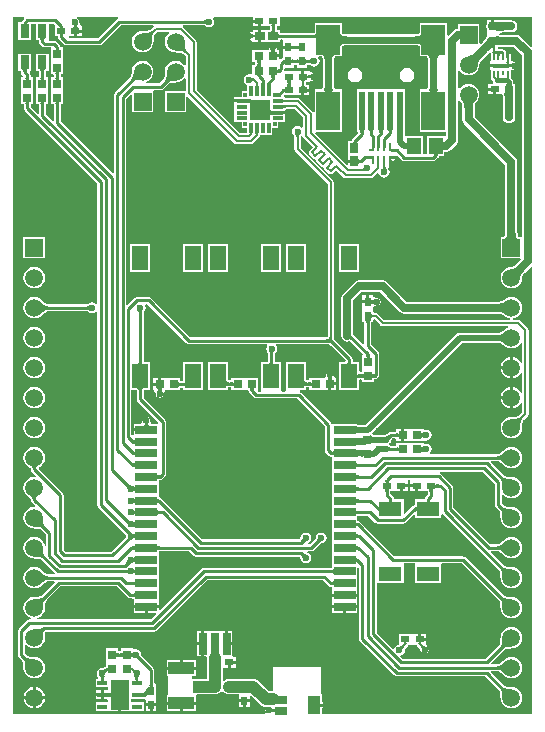
<source format=gtl>
G04*
G04 #@! TF.GenerationSoftware,Altium Limited,Altium Designer,18.1.7 (191)*
G04*
G04 Layer_Physical_Order=1*
G04 Layer_Color=255*
%FSLAX44Y44*%
%MOMM*%
G71*
G01*
G75*
%ADD12C,0.2000*%
%ADD13C,0.2540*%
%ADD44R,1.0000X0.6500*%
%ADD45R,1.0000X1.6000*%
%ADD50R,0.8000X0.6000*%
%ADD51R,0.8000X0.7000*%
G04:AMPARAMS|DCode=52|XSize=0.2mm|YSize=0.7mm|CornerRadius=0.02mm|HoleSize=0mm|Usage=FLASHONLY|Rotation=0.000|XOffset=0mm|YOffset=0mm|HoleType=Round|Shape=RoundedRectangle|*
%AMROUNDEDRECTD52*
21,1,0.2000,0.6600,0,0,0.0*
21,1,0.1600,0.7000,0,0,0.0*
1,1,0.0400,0.0800,-0.3300*
1,1,0.0400,-0.0800,-0.3300*
1,1,0.0400,-0.0800,0.3300*
1,1,0.0400,0.0800,0.3300*
%
%ADD52ROUNDEDRECTD52*%
%ADD53R,0.9000X0.3000*%
%ADD54R,0.7000X0.8000*%
%ADD55R,0.8000X1.2000*%
%ADD56R,0.2000X0.3500*%
%ADD57R,1.4400X0.4400*%
%ADD58R,0.6000X0.8000*%
%ADD59R,1.8500X0.7000*%
%ADD60R,0.7000X1.8500*%
%ADD61R,1.0500X1.0000*%
%ADD62R,2.2000X1.0500*%
%ADD63R,1.4000X2.1000*%
%ADD64R,1.6000X2.5000*%
%ADD65R,0.8500X0.4500*%
%ADD66R,1.9000X1.3000*%
G04:AMPARAMS|DCode=67|XSize=0.2mm|YSize=0.4mm|CornerRadius=0.02mm|HoleSize=0mm|Usage=FLASHONLY|Rotation=270.000|XOffset=0mm|YOffset=0mm|HoleType=Round|Shape=RoundedRectangle|*
%AMROUNDEDRECTD67*
21,1,0.2000,0.3600,0,0,270.0*
21,1,0.1600,0.4000,0,0,270.0*
1,1,0.0400,-0.1800,-0.0800*
1,1,0.0400,-0.1800,0.0800*
1,1,0.0400,0.1800,0.0800*
1,1,0.0400,0.1800,-0.0800*
%
%ADD67ROUNDEDRECTD67*%
%ADD68R,0.7000X0.9000*%
%ADD69R,0.5000X3.3000*%
%ADD70R,2.0000X3.3000*%
%ADD71R,2.0000X2.5000*%
%ADD72R,0.9000X0.7000*%
%ADD73R,1.2000X1.4000*%
%ADD74R,0.3000X0.9000*%
%ADD75R,0.3000X0.3000*%
%ADD76R,0.3000X0.3000*%
%ADD77R,1.8000X1.8000*%
%ADD78C,1.0000*%
%ADD79C,0.9000*%
%ADD80C,0.7000*%
%ADD81C,0.5000*%
%ADD82C,0.4000*%
%ADD83C,0.6000*%
%ADD84C,1.5000*%
%ADD85R,1.5000X1.5000*%
%ADD86C,0.6000*%
G36*
X168858Y588900D02*
X168687Y589058D01*
X168502Y589199D01*
X168302Y589323D01*
X168087Y589431D01*
X167857Y589523D01*
X167612Y589597D01*
X167352Y589655D01*
X167077Y589697D01*
X166787Y589722D01*
X166482Y589730D01*
Y592270D01*
X166787Y592278D01*
X167077Y592303D01*
X167352Y592345D01*
X167612Y592403D01*
X167857Y592477D01*
X168087Y592569D01*
X168302Y592677D01*
X168502Y592801D01*
X168687Y592942D01*
X168858Y593100D01*
Y588900D01*
D02*
G37*
G36*
X207986Y592740D02*
X213510D01*
Y591470D01*
X214780D01*
Y586946D01*
X219034D01*
Y586946D01*
X219986D01*
Y586946D01*
X222505D01*
X222511Y586925D01*
X222551Y586680D01*
X222580Y586356D01*
X222591Y585918D01*
X222661Y585760D01*
Y584980D01*
X222591Y584822D01*
X222580Y584384D01*
X222551Y584060D01*
X222511Y583815D01*
X222505Y583794D01*
X215280D01*
Y578770D01*
Y573746D01*
X231034D01*
Y575765D01*
X231055Y575771D01*
X231300Y575811D01*
X231624Y575840D01*
X232062Y575851D01*
X232220Y575921D01*
X232815D01*
X233726Y575054D01*
X233726Y574651D01*
Y570800D01*
X238250D01*
Y568260D01*
X233726D01*
Y564324D01*
X233726Y564006D01*
Y563054D01*
X233726Y562736D01*
Y560292D01*
X233070Y560162D01*
X232146Y559544D01*
X232146Y559544D01*
X231897Y559296D01*
X230724Y559782D01*
Y560990D01*
X225200D01*
Y563530D01*
X230724D01*
Y567284D01*
X230126D01*
X228949Y567426D01*
X228701Y567988D01*
X228466Y568554D01*
X228447Y568562D01*
X228439Y568581D01*
X228432Y568583D01*
X227867Y568802D01*
X227773Y568841D01*
Y569530D01*
X227577Y570515D01*
X227020Y571350D01*
X226185Y571908D01*
X225200Y572103D01*
X224215Y571908D01*
X223380Y571350D01*
X222822Y570515D01*
X222626Y569530D01*
Y568841D01*
X222533Y568802D01*
X221968Y568583D01*
X221961Y568581D01*
X221953Y568562D01*
X221933Y568554D01*
X221699Y567988D01*
X221451Y567426D01*
X220914Y567361D01*
X219676Y567284D01*
X218724D01*
Y567284D01*
X207676D01*
Y557236D01*
X210195D01*
X210201Y557215D01*
X210241Y556970D01*
X210270Y556646D01*
X210281Y556208D01*
X210351Y556050D01*
Y555770D01*
X210281Y555612D01*
X210270Y555174D01*
X210241Y554850D01*
X210201Y554605D01*
X210195Y554584D01*
X207676D01*
Y547011D01*
X206406Y546317D01*
X204920Y546613D01*
X203155Y546261D01*
X201658Y545262D01*
X200658Y543765D01*
X200307Y542000D01*
X200658Y540235D01*
X201658Y538738D01*
X203155Y537738D01*
X203596Y537651D01*
Y532064D01*
X198596D01*
Y527064D01*
X192596D01*
Y525310D01*
X198620D01*
Y522770D01*
X192596D01*
Y516016D01*
Y506016D01*
X198596D01*
Y501016D01*
X203596D01*
Y496493D01*
X197146D01*
X160573Y533066D01*
Y574000D01*
X160378Y574985D01*
X159820Y575820D01*
X148820Y586820D01*
X148728Y586881D01*
X149113Y588151D01*
X166280D01*
X166437Y588081D01*
X166694Y588074D01*
X166883Y588058D01*
X167049Y588033D01*
X167191Y588001D01*
X167311Y587964D01*
X167412Y587924D01*
X167495Y587883D01*
X167565Y587839D01*
X167624Y587794D01*
X167736Y587690D01*
X167903Y587628D01*
X169235Y586739D01*
X171000Y586387D01*
X172765Y586739D01*
X174262Y587738D01*
X175261Y589235D01*
X175613Y591000D01*
X175261Y592765D01*
X174682Y593632D01*
X175361Y594902D01*
X207986D01*
Y592740D01*
D02*
G37*
G36*
X227809Y588505D02*
X227593Y588428D01*
X227402Y588300D01*
X227237Y588120D01*
X227097Y587888D01*
X226983Y587606D01*
X226894Y587271D01*
X226831Y586886D01*
X226793Y586449D01*
X226780Y585961D01*
X224240D01*
X224227Y586449D01*
X224189Y586886D01*
X224126Y587271D01*
X224037Y587606D01*
X223923Y587888D01*
X223783Y588120D01*
X223618Y588300D01*
X223427Y588428D01*
X223211Y588505D01*
X222970Y588531D01*
X228050D01*
X227809Y588505D01*
D02*
G37*
G36*
X59942Y588687D02*
X59801Y588502D01*
X59677Y588302D01*
X59569Y588087D01*
X59478Y587857D01*
X59403Y587612D01*
X59353Y587389D01*
X59384Y587199D01*
X59473Y586864D01*
X59587Y586582D01*
X59727Y586350D01*
X59892Y586170D01*
X60083Y586042D01*
X60299Y585965D01*
X60540Y585939D01*
X55460D01*
X55701Y585965D01*
X55917Y586042D01*
X56108Y586170D01*
X56273Y586350D01*
X56413Y586582D01*
X56527Y586864D01*
X56616Y587199D01*
X56647Y587389D01*
X56597Y587612D01*
X56522Y587857D01*
X56431Y588087D01*
X56323Y588302D01*
X56199Y588502D01*
X56058Y588687D01*
X55900Y588858D01*
X60100D01*
X59942Y588687D01*
D02*
G37*
G36*
X414039Y590880D02*
X414249Y590801D01*
X414599Y590730D01*
X415089Y590669D01*
X416489Y590575D01*
X420970Y590500D01*
Y583500D01*
X419640Y583495D01*
X414039Y583120D01*
X413969Y583031D01*
Y590970D01*
X414039Y590880D01*
D02*
G37*
G36*
X226793Y584291D02*
X226831Y583854D01*
X226894Y583469D01*
X226983Y583134D01*
X227097Y582852D01*
X227237Y582620D01*
X227402Y582440D01*
X227593Y582312D01*
X227809Y582235D01*
X228050Y582209D01*
X222970D01*
X223211Y582235D01*
X223427Y582312D01*
X223618Y582440D01*
X223783Y582620D01*
X223923Y582852D01*
X224037Y583134D01*
X224126Y583469D01*
X224189Y583854D01*
X224227Y584291D01*
X224240Y584780D01*
X226780D01*
X226793Y584291D01*
D02*
G37*
G36*
X47886Y580040D02*
X47757Y579978D01*
X47643Y579875D01*
X47544Y579731D01*
X47460Y579546D01*
X47392Y579319D01*
X47339Y579051D01*
X47300Y578742D01*
X47278Y578392D01*
X47270Y578000D01*
X44730D01*
X44722Y578392D01*
X44662Y579051D01*
X44608Y579319D01*
X44540Y579546D01*
X44456Y579731D01*
X44357Y579875D01*
X44243Y579978D01*
X44114Y580040D01*
X43969Y580061D01*
X48031D01*
X47886Y580040D01*
D02*
G37*
G36*
X93911Y593632D02*
X93910Y593632D01*
X92986Y593014D01*
X92986Y593014D01*
X76980Y577009D01*
X51979D01*
X51847Y577206D01*
X52428Y578379D01*
X52526Y578476D01*
X52794Y578476D01*
X56730D01*
Y583000D01*
X58000D01*
Y584270D01*
X63524D01*
Y587524D01*
X62586D01*
X62284Y587744D01*
X61723Y588794D01*
X61747Y588851D01*
X61750Y588858D01*
X61737Y588889D01*
X61748Y588920D01*
X61497Y589468D01*
X61266Y590024D01*
X61263Y590026D01*
X61235Y590037D01*
X61221Y590068D01*
X61215Y590070D01*
X60849Y590205D01*
Y591000D01*
X60632Y592090D01*
X60014Y593014D01*
X59090Y593632D01*
X59089Y593632D01*
X59214Y594902D01*
X93786D01*
X93911Y593632D01*
D02*
G37*
G36*
X262110Y576230D02*
X262085Y576471D01*
X262009Y576687D01*
X261882Y576878D01*
X261704Y577043D01*
X261475Y577183D01*
X261196Y577297D01*
X260866Y577386D01*
X260485Y577449D01*
X260053Y577487D01*
X259570Y577500D01*
Y580040D01*
X260053Y580053D01*
X260485Y580091D01*
X260866Y580154D01*
X261196Y580243D01*
X261475Y580358D01*
X261704Y580497D01*
X261882Y580662D01*
X262009Y580853D01*
X262085Y581069D01*
X262110Y581310D01*
Y576230D01*
D02*
G37*
G36*
X229475Y581069D02*
X229552Y580853D01*
X229680Y580662D01*
X229860Y580497D01*
X230092Y580358D01*
X230374Y580243D01*
X230709Y580154D01*
X231094Y580091D01*
X231531Y580053D01*
X232019Y580040D01*
Y577500D01*
X231531Y577487D01*
X231094Y577449D01*
X230709Y577386D01*
X230374Y577297D01*
X230092Y577183D01*
X229860Y577043D01*
X229680Y576878D01*
X229552Y576687D01*
X229475Y576471D01*
X229449Y576230D01*
Y581310D01*
X229475Y581069D01*
D02*
G37*
G36*
X270110Y579532D02*
X270283Y579406D01*
X270480Y579288D01*
X270698Y579180D01*
X270939Y579081D01*
X271202Y578991D01*
X271487Y578910D01*
X272124Y578777D01*
X272476Y578724D01*
X269106Y575354D01*
X269053Y575706D01*
X268920Y576343D01*
X268839Y576628D01*
X268749Y576891D01*
X268650Y577132D01*
X268542Y577350D01*
X268424Y577547D01*
X268298Y577720D01*
X268162Y577872D01*
X269958Y579668D01*
X270110Y579532D01*
D02*
G37*
G36*
X32139Y576925D02*
X31923Y576848D01*
X31732Y576720D01*
X31567Y576540D01*
X31428Y576308D01*
X31313Y576026D01*
X31224Y575691D01*
X31161Y575306D01*
X31123Y574869D01*
X31110Y574380D01*
X28570D01*
X28557Y574869D01*
X28519Y575306D01*
X28456Y575691D01*
X28367Y576026D01*
X28252Y576308D01*
X28113Y576540D01*
X27948Y576720D01*
X27757Y576848D01*
X27541Y576925D01*
X27300Y576951D01*
X32380D01*
X32139Y576925D01*
D02*
G37*
G36*
X124094Y581772D02*
X123771Y581388D01*
X123483Y580920D01*
X123230Y580367D01*
X123013Y579728D01*
X122830Y579005D01*
X122683Y578197D01*
X122572Y577304D01*
X122455Y575263D01*
X122449Y574116D01*
X115024Y581540D01*
X116172Y581546D01*
X118212Y581664D01*
X119106Y581775D01*
X119914Y581922D01*
X120637Y582104D01*
X121275Y582322D01*
X121828Y582575D01*
X122296Y582863D01*
X122680Y583186D01*
X124094Y581772D01*
D02*
G37*
G36*
X414039Y578857D02*
X414249Y578757D01*
X414599Y578669D01*
X415089Y578592D01*
X415719Y578527D01*
X418450Y578404D01*
X420970Y578380D01*
Y571380D01*
X413969Y571031D01*
Y578969D01*
X414039Y578857D01*
D02*
G37*
G36*
X351110Y569750D02*
X351050Y570320D01*
X350870Y570830D01*
X350570Y571280D01*
X350150Y571670D01*
X349610Y572000D01*
X348951Y572270D01*
X348170Y572480D01*
X347271Y572630D01*
X346250Y572720D01*
X345111Y572750D01*
Y578750D01*
X346250Y578780D01*
X347271Y578870D01*
X348170Y579020D01*
X348951Y579230D01*
X349610Y579500D01*
X350150Y579830D01*
X350570Y580220D01*
X350870Y580670D01*
X351050Y581180D01*
X351110Y581750D01*
Y569750D01*
D02*
G37*
G36*
X282079Y581180D02*
X282260Y580670D01*
X282562Y580220D01*
X282984Y579830D01*
X283527Y579500D01*
X284190Y579230D01*
X284974Y579020D01*
X285879Y578870D01*
X286904Y578780D01*
X288050Y578750D01*
Y572750D01*
X286904Y572720D01*
X285879Y572630D01*
X284974Y572480D01*
X284190Y572270D01*
X283527Y572000D01*
X282984Y571670D01*
X282562Y571280D01*
X282260Y570830D01*
X282079Y570320D01*
X282019Y569750D01*
Y581750D01*
X282079Y581180D01*
D02*
G37*
G36*
X444902Y570138D02*
X443632Y569612D01*
X434742Y578502D01*
X433080Y579613D01*
X431120Y580002D01*
X421049D01*
X420985Y580029D01*
X418494Y580053D01*
X416739Y580132D01*
X416595Y580365D01*
X417272Y581683D01*
X419697Y581846D01*
X420975Y581850D01*
X421040Y581878D01*
X427000D01*
X428960Y582267D01*
X430622Y583378D01*
X431732Y585040D01*
X432122Y587000D01*
X431732Y588960D01*
X430622Y590622D01*
X428960Y591732D01*
X427000Y592122D01*
X421059D01*
X420997Y592149D01*
X416558Y592224D01*
X415524Y592293D01*
Y592524D01*
X414315D01*
X414167Y592607D01*
X414066Y592579D01*
X413969Y592619D01*
X413740Y592524D01*
X412270D01*
Y587000D01*
X409730D01*
Y592524D01*
X406476D01*
Y589272D01*
X406268Y588960D01*
X405878Y587000D01*
X406268Y585040D01*
X406476Y584728D01*
Y581794D01*
X406476Y581476D01*
Y580524D01*
X406476Y580206D01*
Y579337D01*
X406398Y579205D01*
X406405Y579176D01*
X406391Y579150D01*
X406357Y578844D01*
X406279Y578578D01*
X406106Y578183D01*
X405827Y577684D01*
X405440Y577095D01*
X404963Y576452D01*
X402810Y573993D01*
X401901Y573064D01*
X401880Y573011D01*
X401026Y572190D01*
X399784Y572704D01*
Y589064D01*
X381736D01*
Y585102D01*
X380080Y584772D01*
X378418Y583662D01*
X373874Y579118D01*
X372604Y579644D01*
Y589774D01*
X349556D01*
Y582081D01*
X349470Y581923D01*
X349430Y581546D01*
X349384Y581413D01*
X349306Y581297D01*
X349149Y581151D01*
X348863Y580977D01*
X348422Y580796D01*
X347820Y580634D01*
X347062Y580508D01*
X346156Y580428D01*
X345067Y580399D01*
X344985Y580363D01*
X288174D01*
X288093Y580399D01*
X286997Y580428D01*
X286086Y580508D01*
X285323Y580634D01*
X284716Y580797D01*
X284271Y580978D01*
X283982Y581154D01*
X283824Y581300D01*
X283746Y581416D01*
X283699Y581548D01*
X283659Y581923D01*
X283604Y582025D01*
Y589774D01*
X260556D01*
Y581779D01*
X260515Y581768D01*
X260277Y581728D01*
X259959Y581700D01*
X259527Y581689D01*
X259369Y581619D01*
X232220D01*
X232062Y581689D01*
X231624Y581700D01*
X231300Y581729D01*
X231055Y581769D01*
X231034Y581775D01*
Y583794D01*
X228515D01*
X228509Y583815D01*
X228469Y584060D01*
X228440Y584384D01*
X228429Y584822D01*
X228359Y584980D01*
Y585760D01*
X228429Y585918D01*
X228440Y586356D01*
X228469Y586680D01*
X228509Y586925D01*
X228515Y586946D01*
X231034D01*
Y594902D01*
X444902D01*
Y570138D01*
D02*
G37*
G36*
X413969Y571031D02*
X413775Y571007D01*
X413620Y570951D01*
X413475Y570850D01*
X413349Y570710D01*
X413242Y570531D01*
X413155Y570311D01*
X413087Y570051D01*
X413039Y569751D01*
X413010Y569411D01*
X413000Y569030D01*
X411000D01*
X410990Y569411D01*
X410981Y569514D01*
X409843Y568605D01*
X408110Y567021D01*
X407150Y566081D01*
X403081Y571911D01*
X404021Y572872D01*
X406249Y575416D01*
X406793Y576150D01*
X407239Y576828D01*
X407585Y577448D01*
X407832Y578012D01*
X407981Y578519D01*
X408031Y578969D01*
X413969Y571031D01*
D02*
G37*
G36*
X43932Y569057D02*
X43999Y568088D01*
X44023Y567983D01*
X44052Y567909D01*
X44084Y567864D01*
X44120Y567849D01*
X41200D01*
X41236Y567864D01*
X41268Y567909D01*
X41297Y567983D01*
X41322Y568088D01*
X41342Y568222D01*
X41373Y568580D01*
X41388Y569057D01*
X41390Y569340D01*
X43930D01*
X43932Y569057D01*
D02*
G37*
G36*
X226209Y567388D02*
X227300D01*
X227091Y567169D01*
X226904Y566943D01*
X226739Y566711D01*
X226596Y566472D01*
X226475Y566227D01*
X226460Y566189D01*
X226560Y566024D01*
X226690Y565882D01*
X226840Y565780D01*
X227010Y565719D01*
X227200Y565699D01*
X226295D01*
X226244Y565452D01*
X226211Y565180D01*
X226200Y564902D01*
X224200D01*
X224189Y565180D01*
X224156Y565452D01*
X224105Y565699D01*
X223200D01*
X223390Y565719D01*
X223560Y565780D01*
X223710Y565882D01*
X223840Y566024D01*
X223940Y566189D01*
X223925Y566227D01*
X223804Y566472D01*
X223661Y566711D01*
X223496Y566943D01*
X223309Y567169D01*
X223100Y567388D01*
X224191D01*
X224200Y567729D01*
X226200D01*
X226209Y567388D01*
D02*
G37*
G36*
X150394Y572818D02*
X150512Y570777D01*
X150624Y569884D01*
X150770Y569076D01*
X150953Y568353D01*
X151170Y567715D01*
X151423Y567162D01*
X151711Y566693D01*
X152034Y566310D01*
X150620Y564896D01*
X150237Y565219D01*
X149768Y565507D01*
X149215Y565760D01*
X148577Y565977D01*
X147854Y566160D01*
X147045Y566306D01*
X146152Y566418D01*
X144112Y566535D01*
X142964Y566541D01*
X150389Y573966D01*
X150394Y572818D01*
D02*
G37*
G36*
X413020Y567620D02*
X413080Y567280D01*
X413180Y566980D01*
X413320Y566720D01*
X413500Y566500D01*
X413720Y566320D01*
X413980Y566180D01*
X414280Y566080D01*
X414620Y566020D01*
X415000Y566000D01*
Y565333D01*
X416000Y566000D01*
X418000D01*
X419000Y564000D01*
X419000D01*
X418620Y563980D01*
X418280Y563920D01*
X417980Y563820D01*
X417720Y563680D01*
X417500Y563500D01*
X417320Y563280D01*
X417180Y563020D01*
X417080Y562720D01*
X417020Y562380D01*
X417000Y562000D01*
X415000D01*
X414999Y562020D01*
X414980Y562380D01*
X414920Y562720D01*
X414820Y563020D01*
X414680Y563280D01*
X414500Y563500D01*
X414280Y563680D01*
X414020Y563820D01*
X414000Y563827D01*
X413980Y563820D01*
X413720Y563680D01*
X413500Y563500D01*
X413320Y563280D01*
X413180Y563020D01*
X413080Y562720D01*
X413020Y562380D01*
X413000Y562000D01*
X411000Y565000D01*
X413000Y568000D01*
X413020Y567620D01*
D02*
G37*
G36*
X366510Y563251D02*
X366000Y563070D01*
X365550Y562768D01*
X365160Y562346D01*
X364830Y561803D01*
X364560Y561140D01*
X364350Y560356D01*
X364200Y559451D01*
X364110Y558426D01*
X364080Y557281D01*
X358080D01*
X358050Y558426D01*
X357960Y559451D01*
X357810Y560356D01*
X357600Y561140D01*
X357330Y561803D01*
X357000Y562346D01*
X356610Y562768D01*
X356160Y563070D01*
X355650Y563251D01*
X355080Y563311D01*
X367080D01*
X366510Y563251D01*
D02*
G37*
G36*
X277510D02*
X277000Y563070D01*
X276550Y562768D01*
X276160Y562346D01*
X275830Y561803D01*
X275560Y561140D01*
X275350Y560356D01*
X275200Y559451D01*
X275110Y558426D01*
X275080Y557281D01*
X269080D01*
X269050Y558426D01*
X268960Y559451D01*
X268810Y560356D01*
X268600Y561140D01*
X268330Y561803D01*
X268000Y562346D01*
X267610Y562768D01*
X267160Y563070D01*
X266650Y563251D01*
X266080Y563311D01*
X278080D01*
X277510Y563251D01*
D02*
G37*
G36*
X215499Y558795D02*
X215283Y558718D01*
X215092Y558590D01*
X214927Y558410D01*
X214788Y558178D01*
X214673Y557896D01*
X214584Y557561D01*
X214521Y557176D01*
X214483Y556739D01*
X214470Y556250D01*
X211930D01*
X211917Y556739D01*
X211879Y557176D01*
X211816Y557561D01*
X211727Y557896D01*
X211612Y558178D01*
X211473Y558410D01*
X211308Y558590D01*
X211117Y558718D01*
X210901Y558795D01*
X210660Y558821D01*
X215740D01*
X215499Y558795D01*
D02*
G37*
G36*
X425002Y557690D02*
X425108Y556149D01*
X425137Y556090D01*
X425169Y556069D01*
X422000Y556039D01*
X422190Y556061D01*
X422360Y556123D01*
X422510Y556226D01*
X422640Y556368D01*
X422750Y556552D01*
X422840Y556775D01*
X422910Y557038D01*
X422960Y557342D01*
X422990Y557686D01*
X423000Y558069D01*
X425000D01*
X425002Y557690D01*
D02*
G37*
G36*
X257858Y555430D02*
X257687Y555588D01*
X257502Y555729D01*
X257302Y555853D01*
X257087Y555961D01*
X256857Y556053D01*
X256612Y556127D01*
X256352Y556185D01*
X256077Y556227D01*
X255787Y556252D01*
X255482Y556260D01*
Y558800D01*
X255787Y558808D01*
X256077Y558833D01*
X256352Y558875D01*
X256612Y558933D01*
X256857Y559007D01*
X257087Y559099D01*
X257302Y559207D01*
X257502Y559331D01*
X257687Y559472D01*
X257858Y559630D01*
Y555430D01*
D02*
G37*
G36*
X252645Y559829D02*
X252722Y559613D01*
X252850Y559422D01*
X253030Y559257D01*
X253262Y559118D01*
X253544Y559003D01*
X253878Y558914D01*
X254264Y558851D01*
X254701Y558813D01*
X255189Y558800D01*
Y556260D01*
X254701Y556247D01*
X254264Y556209D01*
X253878Y556146D01*
X253544Y556057D01*
X253262Y555942D01*
X253030Y555803D01*
X252850Y555638D01*
X252722Y555447D01*
X252645Y555231D01*
X252619Y554990D01*
Y560070D01*
X252645Y559829D01*
D02*
G37*
G36*
X246741Y554990D02*
X246715Y555231D01*
X246638Y555447D01*
X246510Y555638D01*
X246330Y555803D01*
X246098Y555942D01*
X245816Y556057D01*
X245481Y556146D01*
X245096Y556209D01*
X244659Y556247D01*
X244170Y556260D01*
Y558800D01*
X244659Y558813D01*
X245096Y558851D01*
X245481Y558914D01*
X245816Y559003D01*
X246098Y559118D01*
X246330Y559257D01*
X246510Y559422D01*
X246638Y559613D01*
X246715Y559829D01*
X246741Y560070D01*
Y554990D01*
D02*
G37*
G36*
X241215Y559829D02*
X241292Y559613D01*
X241420Y559422D01*
X241600Y559257D01*
X241832Y559118D01*
X242114Y559003D01*
X242449Y558914D01*
X242834Y558851D01*
X243271Y558813D01*
X243759Y558800D01*
Y556260D01*
X243271Y556247D01*
X242834Y556209D01*
X242449Y556146D01*
X242114Y556057D01*
X241832Y555942D01*
X241600Y555803D01*
X241420Y555638D01*
X241292Y555447D01*
X241215Y555231D01*
X241189Y554990D01*
Y560070D01*
X241215Y559829D01*
D02*
G37*
G36*
X427958Y551800D02*
X427739Y552009D01*
X427513Y552196D01*
X427281Y552361D01*
X427042Y552504D01*
X426797Y552625D01*
X426545Y552724D01*
X426287Y552801D01*
X426195Y552820D01*
X426134Y552810D01*
X425870Y552740D01*
X425647Y552650D01*
X425464Y552540D01*
X425322Y552410D01*
X425220Y552260D01*
X425159Y552090D01*
X425139Y551900D01*
Y555900D01*
X425159Y555710D01*
X425220Y555540D01*
X425322Y555390D01*
X425464Y555260D01*
X425647Y555150D01*
X425870Y555060D01*
X426134Y554990D01*
X426195Y554980D01*
X426287Y554999D01*
X426545Y555076D01*
X426797Y555175D01*
X427042Y555296D01*
X427281Y555439D01*
X427513Y555604D01*
X427739Y555791D01*
X427958Y556000D01*
Y551800D01*
D02*
G37*
G36*
X401107Y560037D02*
X400562Y559467D01*
X399645Y558352D01*
X399273Y557807D01*
X398959Y557271D01*
X398703Y556743D01*
X398506Y556223D01*
X398366Y555712D01*
X398284Y555209D01*
X398260Y554715D01*
X390835Y562140D01*
X391329Y562164D01*
X391832Y562246D01*
X392343Y562386D01*
X392863Y562584D01*
X393391Y562839D01*
X393927Y563153D01*
X394472Y563525D01*
X395025Y563954D01*
X395587Y564442D01*
X396157Y564987D01*
X401107Y560037D01*
D02*
G37*
G36*
X40760Y588211D02*
X40476Y587524D01*
X40476D01*
Y578476D01*
X43058D01*
X43074Y578300D01*
X43081Y577968D01*
X43222Y577645D01*
X43368Y576910D01*
X43986Y575986D01*
X47826Y572146D01*
X47826Y572146D01*
X48750Y571528D01*
X49840Y571311D01*
X78160D01*
X78160Y571311D01*
X79250Y571528D01*
X80174Y572146D01*
X96180Y588151D01*
X123795D01*
X124181Y586881D01*
X124089Y586820D01*
X121762Y584493D01*
X121616Y584447D01*
X121327Y584203D01*
X121051Y584033D01*
X120665Y583856D01*
X120168Y583687D01*
X119564Y583535D01*
X118856Y583406D01*
X118063Y583307D01*
X116120Y583195D01*
X115016Y583190D01*
X114882Y583134D01*
X112593Y582832D01*
X110398Y581923D01*
X108513Y580477D01*
X107067Y578592D01*
X106157Y576396D01*
X105847Y574041D01*
X106157Y571685D01*
X107067Y569490D01*
X108513Y567605D01*
X110398Y566158D01*
X112593Y565249D01*
X114949Y564939D01*
X117305Y565249D01*
X119500Y566158D01*
X121385Y567605D01*
X122832Y569490D01*
X123741Y571685D01*
X124042Y573974D01*
X124098Y574108D01*
X124104Y575212D01*
X124216Y577154D01*
X124315Y577947D01*
X124443Y578656D01*
X124596Y579260D01*
X124765Y579756D01*
X124941Y580142D01*
X125111Y580419D01*
X125355Y580708D01*
X125401Y580854D01*
X126974Y582426D01*
X136908D01*
X137339Y581157D01*
X136453Y580477D01*
X135007Y578592D01*
X134097Y576396D01*
X133787Y574041D01*
X134097Y571685D01*
X135007Y569490D01*
X136453Y567605D01*
X138338Y566158D01*
X140533Y565249D01*
X142822Y564948D01*
X142956Y564892D01*
X144060Y564886D01*
X146003Y564774D01*
X146796Y564675D01*
X147504Y564547D01*
X148108Y564394D01*
X148605Y564225D01*
X148990Y564049D01*
X149267Y563879D01*
X149557Y563635D01*
X149702Y563588D01*
X151426Y561864D01*
Y554424D01*
X150156Y553993D01*
X149325Y555077D01*
X147440Y556523D01*
X145245Y557433D01*
X142889Y557743D01*
X140533Y557433D01*
X138338Y556523D01*
X136453Y555077D01*
X135007Y553192D01*
X134097Y550997D01*
X133797Y548712D01*
X133740Y548578D01*
X133732Y547551D01*
X133609Y545730D01*
X133502Y544986D01*
X133362Y544313D01*
X133197Y543730D01*
X133013Y543241D01*
X132816Y542843D01*
X132614Y542533D01*
X132333Y542208D01*
X132287Y542067D01*
X129068Y538849D01*
X118209D01*
X117956Y540119D01*
X119500Y540758D01*
X121385Y542205D01*
X122832Y544090D01*
X123741Y546285D01*
X124051Y548641D01*
X123741Y550997D01*
X122832Y553192D01*
X121385Y555077D01*
X119500Y556523D01*
X117305Y557433D01*
X114949Y557743D01*
X112593Y557433D01*
X110398Y556523D01*
X108513Y555077D01*
X107067Y553192D01*
X106157Y550997D01*
X106069Y550322D01*
X105914Y550081D01*
X105524Y547907D01*
X105322Y547012D01*
X104872Y545426D01*
X104650Y544818D01*
X104422Y544297D01*
X104202Y543885D01*
X104002Y543585D01*
X103754Y543297D01*
X103707Y543157D01*
X91416Y530865D01*
X90798Y529941D01*
X90581Y528851D01*
X90581Y528850D01*
Y462948D01*
X89408Y462462D01*
X45509Y506361D01*
Y519799D01*
X45579Y519957D01*
X45590Y520389D01*
X45618Y520707D01*
X45658Y520945D01*
X45669Y520986D01*
X47684D01*
Y531716D01*
X47684Y532034D01*
Y532986D01*
X47684Y533304D01*
Y544034D01*
X45979D01*
X45544Y545213D01*
X45979Y546386D01*
X47684D01*
Y557116D01*
X47684Y557434D01*
Y558386D01*
X47684Y558704D01*
Y569434D01*
X45545D01*
X45441Y569678D01*
X45292Y570430D01*
X44674Y571354D01*
X44674Y571354D01*
X42014Y574014D01*
X41090Y574632D01*
X40000Y574849D01*
X40000Y574849D01*
X36420D01*
X35364Y575366D01*
Y589311D01*
X39660D01*
X40760Y588211D01*
D02*
G37*
G36*
X214483Y555081D02*
X214521Y554644D01*
X214584Y554259D01*
X214673Y553924D01*
X214788Y553642D01*
X214927Y553410D01*
X215092Y553230D01*
X215283Y553102D01*
X215499Y553025D01*
X215740Y552999D01*
X210660D01*
X210901Y553025D01*
X211117Y553102D01*
X211308Y553230D01*
X211473Y553410D01*
X211612Y553642D01*
X211727Y553924D01*
X211816Y554259D01*
X211879Y554644D01*
X211917Y555081D01*
X211930Y555569D01*
X214470D01*
X214483Y555081D01*
D02*
G37*
G36*
X265906Y561670D02*
X266282Y561631D01*
X266414Y561584D01*
X266530Y561506D01*
X266676Y561348D01*
X266852Y561059D01*
X267033Y560614D01*
X267196Y560007D01*
X267322Y559244D01*
X267402Y558333D01*
X267431Y557237D01*
X267467Y557156D01*
Y538344D01*
X267431Y538263D01*
X267402Y537167D01*
X267322Y536256D01*
X267196Y535493D01*
X267033Y534887D01*
X266852Y534441D01*
X266676Y534152D01*
X266530Y533994D01*
X266413Y533916D01*
X266282Y533869D01*
X265906Y533829D01*
X265804Y533774D01*
X260556D01*
Y515196D01*
X259600Y514800D01*
X259286Y514774D01*
X248430Y525630D01*
X247595Y526188D01*
X246611Y526384D01*
X236156D01*
X236105Y526418D01*
X235644Y526509D01*
Y527064D01*
X235072D01*
X234393Y528334D01*
X234521Y528526D01*
X243806D01*
X244124Y528526D01*
X245076D01*
X245394Y528526D01*
X249330D01*
Y533050D01*
X250600D01*
Y534320D01*
X256124D01*
Y537574D01*
X253271D01*
X253258Y537727D01*
X253249Y538062D01*
X253173Y538232D01*
Y539298D01*
X253249Y539468D01*
X253258Y539803D01*
X253271Y539956D01*
X256124D01*
Y540132D01*
X257070Y540808D01*
X257394Y540923D01*
X257858Y540730D01*
X257877Y540738D01*
X257896Y540731D01*
X258460Y540980D01*
X259024Y541214D01*
X259032Y541232D01*
X259051Y541241D01*
X259053Y541247D01*
X259272Y541813D01*
X259311Y541907D01*
X260000D01*
X260985Y542102D01*
X261820Y542660D01*
X262378Y543495D01*
X262573Y544480D01*
X262378Y545465D01*
X261820Y546300D01*
X260985Y546858D01*
X260000Y547053D01*
X259311D01*
X259272Y547147D01*
X259053Y547712D01*
X259051Y547719D01*
X259032Y547727D01*
X259024Y547746D01*
X258459Y547980D01*
X257896Y548229D01*
X257891Y548227D01*
X257877Y548222D01*
X257858Y548230D01*
X257851Y548227D01*
X257394Y548037D01*
X257070Y548152D01*
X256124Y548828D01*
Y549004D01*
X251870D01*
Y544480D01*
X249330D01*
Y549004D01*
X245394D01*
X245076Y549004D01*
X244124D01*
X243806Y549004D01*
X235438D01*
X234704Y550274D01*
X234849Y551000D01*
X235588Y552006D01*
X242774D01*
Y554525D01*
X242795Y554531D01*
X243040Y554571D01*
X243365Y554600D01*
X243802Y554611D01*
X243960Y554681D01*
X243970D01*
X244128Y554611D01*
X244566Y554600D01*
X244890Y554571D01*
X245135Y554531D01*
X245156Y554525D01*
Y552006D01*
X254204D01*
Y554145D01*
X255437Y554611D01*
X255694Y554604D01*
X255883Y554588D01*
X256049Y554563D01*
X256191Y554531D01*
X256311Y554494D01*
X256412Y554454D01*
X256495Y554413D01*
X256565Y554369D01*
X256624Y554324D01*
X256736Y554220D01*
X256903Y554158D01*
X258235Y553269D01*
X260000Y552917D01*
X261765Y553269D01*
X263262Y554268D01*
X264261Y555765D01*
X264613Y557530D01*
X264261Y559295D01*
X263486Y560456D01*
X263975Y561726D01*
X265804D01*
X265906Y561670D01*
D02*
G37*
G36*
X435878Y562878D02*
Y408624D01*
X434276D01*
X434174Y408679D01*
X433702Y408729D01*
X433486Y408806D01*
X433294Y408934D01*
X433083Y409162D01*
X432853Y409541D01*
X432627Y410097D01*
X432429Y410833D01*
X432278Y411746D01*
X432183Y412828D01*
X432149Y414113D01*
X432122Y414173D01*
Y472000D01*
X431732Y473960D01*
X430622Y475622D01*
X395882Y510362D01*
Y518009D01*
X395909Y518070D01*
X395926Y518819D01*
X395972Y519476D01*
X396048Y520076D01*
X396150Y520618D01*
X396277Y521102D01*
X396425Y521527D01*
X396590Y521896D01*
X396770Y522211D01*
X396962Y522478D01*
X397232Y522776D01*
X397282Y522916D01*
X398642Y524689D01*
X399552Y526884D01*
X399862Y529240D01*
X399552Y531596D01*
X398642Y533791D01*
X397196Y535676D01*
X395311Y537122D01*
X393116Y538032D01*
X390760Y538342D01*
X388404Y538032D01*
X386209Y537122D01*
X384324Y535676D01*
X383392Y534462D01*
X382122Y534893D01*
Y548987D01*
X383392Y549418D01*
X384324Y548204D01*
X386209Y546758D01*
X388404Y545848D01*
X390760Y545538D01*
X393116Y545848D01*
X395311Y546758D01*
X397196Y548204D01*
X398642Y550089D01*
X399552Y552284D01*
X399843Y554500D01*
X399907Y554635D01*
X399927Y555036D01*
X399980Y555360D01*
X400076Y555711D01*
X400219Y556088D01*
X400416Y556494D01*
X400668Y556925D01*
X400966Y557362D01*
X401797Y558372D01*
X402299Y558897D01*
X402323Y558959D01*
X408092Y564727D01*
X408095Y564728D01*
X408099Y564735D01*
X408162Y564798D01*
X408567Y564745D01*
X409426Y564224D01*
Y560000D01*
X409476Y559751D01*
Y557624D01*
X409276D01*
Y555170D01*
X418000D01*
Y552630D01*
X409276D01*
Y550176D01*
X409476D01*
Y548049D01*
X409427Y547800D01*
Y544000D01*
X409622Y543015D01*
X410180Y542180D01*
X411513Y540848D01*
X411680Y540005D01*
X411822Y539794D01*
X411143Y538524D01*
X407476D01*
Y535270D01*
X413000D01*
Y534000D01*
X414270D01*
Y529476D01*
X418524D01*
X419598Y529002D01*
X419846Y525303D01*
X419850Y524025D01*
X419878Y523960D01*
Y510000D01*
X420267Y508040D01*
X421378Y506378D01*
X423040Y505267D01*
X425000Y504878D01*
X426960Y505267D01*
X428622Y506378D01*
X429733Y508040D01*
X430122Y510000D01*
Y523941D01*
X430149Y524003D01*
X430224Y528442D01*
X430293Y529476D01*
X430524D01*
Y530685D01*
X430607Y530833D01*
X430579Y530934D01*
X430619Y531031D01*
X430524Y531260D01*
Y538524D01*
X428742D01*
X428735Y538562D01*
X428658Y539470D01*
X428649Y539968D01*
X428535Y540231D01*
X428320Y541315D01*
X427541Y542481D01*
X426573Y543448D01*
Y547800D01*
X426524Y548049D01*
Y549359D01*
X426870Y549768D01*
X427635Y550157D01*
X427958Y550150D01*
X427977Y550158D01*
X427996Y550151D01*
X428560Y550400D01*
X429124Y550634D01*
X429132Y550653D01*
X429151Y550661D01*
X429153Y550667D01*
X429372Y551233D01*
X429411Y551327D01*
X430100D01*
X431085Y551522D01*
X431920Y552080D01*
X432478Y552915D01*
X432673Y553900D01*
X432478Y554885D01*
X431920Y555720D01*
X431085Y556278D01*
X430100Y556474D01*
X429411D01*
X429372Y556567D01*
X429154Y557132D01*
X429151Y557139D01*
X429132Y557147D01*
X429124Y557166D01*
X428560Y557400D01*
X427996Y557649D01*
X427991Y557647D01*
X427977Y557642D01*
X427958Y557650D01*
X427768Y557646D01*
X426969Y557953D01*
X426573Y558460D01*
Y560000D01*
X426524Y560249D01*
Y563274D01*
X425270D01*
Y560000D01*
X422730D01*
Y563274D01*
X422574D01*
Y565000D01*
X422378Y565985D01*
X421820Y566820D01*
X420985Y567378D01*
X420000Y567573D01*
X418184D01*
X418000Y567650D01*
X416000D01*
X415711Y567787D01*
X415429Y568558D01*
X415961Y569478D01*
X421052Y569732D01*
X421105Y569758D01*
X428998D01*
X435878Y562878D01*
D02*
G37*
G36*
X229183Y550928D02*
X229225Y550907D01*
X229295Y550889D01*
X229392Y550873D01*
X229517Y550860D01*
X230059Y550835D01*
X230560Y550830D01*
Y548290D01*
X230296Y548289D01*
X229295Y548231D01*
X229225Y548213D01*
X229183Y548192D01*
X229170Y548170D01*
Y550951D01*
X229183Y550928D01*
D02*
G37*
G36*
X16993Y550497D02*
X16808Y550426D01*
X16644Y550308D01*
X16503Y550143D01*
X16383Y549930D01*
X16284Y549671D01*
X16208Y549364D01*
X16154Y549010D01*
X16121Y548609D01*
X16110Y548160D01*
X13570D01*
X13559Y548609D01*
X13526Y549010D01*
X13472Y549364D01*
X13396Y549671D01*
X13297Y549930D01*
X13177Y550143D01*
X13036Y550308D01*
X12872Y550426D01*
X12687Y550497D01*
X12479Y550521D01*
X17200D01*
X16993Y550497D01*
D02*
G37*
G36*
X32259Y550525D02*
X32043Y550448D01*
X31852Y550320D01*
X31687Y550140D01*
X31548Y549908D01*
X31433Y549626D01*
X31344Y549291D01*
X31281Y548906D01*
X31243Y548469D01*
X31230Y547980D01*
X28690D01*
X28677Y548469D01*
X28639Y548906D01*
X28576Y549291D01*
X28487Y549626D01*
X28372Y549908D01*
X28233Y550140D01*
X28068Y550320D01*
X27877Y550448D01*
X27661Y550525D01*
X27420Y550551D01*
X32500D01*
X32259Y550525D01*
D02*
G37*
G36*
X257858Y542380D02*
X257639Y542589D01*
X257413Y542776D01*
X257181Y542941D01*
X256942Y543084D01*
X256697Y543205D01*
X256445Y543304D01*
X256187Y543381D01*
X255921Y543436D01*
X255868Y543442D01*
X255839Y543440D01*
X255534Y543390D01*
X255270Y543320D01*
X255047Y543230D01*
X254864Y543120D01*
X254722Y542990D01*
X254620Y542840D01*
X254559Y542670D01*
X254539Y542480D01*
Y546480D01*
X254559Y546290D01*
X254620Y546120D01*
X254722Y545970D01*
X254864Y545840D01*
X255047Y545730D01*
X255270Y545640D01*
X255534Y545570D01*
X255839Y545520D01*
X255868Y545518D01*
X255921Y545524D01*
X256187Y545579D01*
X256445Y545656D01*
X256697Y545755D01*
X256942Y545876D01*
X257181Y546019D01*
X257413Y546184D01*
X257639Y546371D01*
X257858Y546580D01*
Y542380D01*
D02*
G37*
G36*
X44959Y547915D02*
X44743Y547839D01*
X44552Y547712D01*
X44387Y547534D01*
X44247Y547305D01*
X44133Y547026D01*
X44044Y546696D01*
X43981Y546315D01*
X43943Y545883D01*
X43930Y545401D01*
X41390D01*
X41377Y545883D01*
X41339Y546315D01*
X41276Y546696D01*
X41187Y547026D01*
X41073Y547305D01*
X40933Y547534D01*
X40768Y547712D01*
X40577Y547839D01*
X40361Y547915D01*
X40120Y547940D01*
X45200D01*
X44959Y547915D01*
D02*
G37*
G36*
X214487Y546108D02*
X214483Y546068D01*
X214475Y545791D01*
X214470Y544800D01*
X211930D01*
X211910Y546121D01*
X214491D01*
X214487Y546108D01*
D02*
G37*
G36*
X227499Y546095D02*
X227283Y546018D01*
X227092Y545890D01*
X226927Y545710D01*
X226787Y545478D01*
X226673Y545196D01*
X226584Y544861D01*
X226521Y544476D01*
X226483Y544039D01*
X226470Y543550D01*
X223930D01*
X223917Y544039D01*
X223879Y544476D01*
X223816Y544861D01*
X223727Y545196D01*
X223612Y545478D01*
X223473Y545710D01*
X223308Y545890D01*
X223117Y546018D01*
X222901Y546095D01*
X222660Y546121D01*
X227740D01*
X227499Y546095D01*
D02*
G37*
G36*
X43943Y544531D02*
X43981Y544094D01*
X44044Y543709D01*
X44133Y543374D01*
X44247Y543092D01*
X44387Y542860D01*
X44552Y542680D01*
X44743Y542552D01*
X44959Y542475D01*
X45200Y542449D01*
X40120D01*
X40361Y542475D01*
X40577Y542552D01*
X40768Y542680D01*
X40933Y542860D01*
X41073Y543092D01*
X41187Y543374D01*
X41276Y543709D01*
X41339Y544094D01*
X41377Y544531D01*
X41390Y545019D01*
X43930D01*
X43943Y544531D01*
D02*
G37*
G36*
X31243Y544531D02*
X31281Y544094D01*
X31344Y543709D01*
X31433Y543374D01*
X31548Y543092D01*
X31687Y542860D01*
X31852Y542680D01*
X32043Y542552D01*
X32259Y542475D01*
X32500Y542449D01*
X27420D01*
X27661Y542475D01*
X27877Y542552D01*
X28068Y542680D01*
X28233Y542860D01*
X28372Y543092D01*
X28487Y543374D01*
X28576Y543709D01*
X28639Y544094D01*
X28677Y544531D01*
X28690Y545019D01*
X31230D01*
X31243Y544531D01*
D02*
G37*
G36*
X18543D02*
X18581Y544094D01*
X18644Y543709D01*
X18733Y543374D01*
X18848Y543092D01*
X18987Y542860D01*
X19152Y542680D01*
X19343Y542552D01*
X19559Y542475D01*
X19800Y542449D01*
X14720D01*
X14961Y542475D01*
X15177Y542552D01*
X15368Y542680D01*
X15533Y542860D01*
X15673Y543092D01*
X15787Y543374D01*
X15876Y543709D01*
X15939Y544094D01*
X15977Y544531D01*
X15990Y545019D01*
X18530D01*
X18543Y544531D01*
D02*
G37*
G36*
X113653Y541254D02*
X112659Y541404D01*
X110857Y541530D01*
X110048Y541504D01*
X109302Y541420D01*
X108617Y541278D01*
X107995Y541077D01*
X107434Y540817D01*
X106935Y540499D01*
X106498Y540122D01*
X105003Y542219D01*
X105318Y542585D01*
X105620Y543038D01*
X105908Y543577D01*
X106182Y544204D01*
X106442Y544918D01*
X106922Y546605D01*
X107141Y547580D01*
X107538Y549789D01*
X113653Y541254D01*
D02*
G37*
G36*
X207678Y543211D02*
X207735Y543166D01*
X207815Y543127D01*
X207917Y543094D01*
X208042Y543065D01*
X208189Y543042D01*
X208550Y543010D01*
X209000Y543000D01*
Y541000D01*
X208764Y540997D01*
X208189Y540958D01*
X208042Y540935D01*
X207917Y540906D01*
X207815Y540873D01*
X207735Y540834D01*
X207678Y540789D01*
X207643Y540740D01*
Y543260D01*
X207678Y543211D01*
D02*
G37*
G36*
X252410Y541521D02*
X252240Y541460D01*
X252090Y541358D01*
X251960Y541216D01*
X251850Y541033D01*
X251760Y540810D01*
X251690Y540546D01*
X251640Y540241D01*
X251610Y539896D01*
X251600Y539510D01*
X249600D01*
X249590Y539896D01*
X249560Y540241D01*
X249510Y540546D01*
X249440Y540810D01*
X249350Y541033D01*
X249240Y541216D01*
X249110Y541358D01*
X248960Y541460D01*
X248790Y541521D01*
X248600Y541541D01*
X252600D01*
X252410Y541521D01*
D02*
G37*
G36*
X142814Y541141D02*
X141737Y541133D01*
X139804Y541002D01*
X138949Y540879D01*
X138169Y540717D01*
X137462Y540517D01*
X136830Y540279D01*
X136272Y540003D01*
X135788Y539688D01*
X135379Y539334D01*
X133582Y541130D01*
X133936Y541540D01*
X134251Y542024D01*
X134528Y542582D01*
X134766Y543214D01*
X134966Y543921D01*
X135127Y544701D01*
X135250Y545556D01*
X135381Y547488D01*
X135389Y548566D01*
X142814Y541141D01*
D02*
G37*
G36*
X240899Y541515D02*
X240683Y541438D01*
X240492Y541310D01*
X240327Y541130D01*
X240187Y540898D01*
X240073Y540616D01*
X239984Y540281D01*
X239921Y539896D01*
X239883Y539459D01*
X239870Y538970D01*
X237330D01*
X237317Y539459D01*
X237279Y539896D01*
X237216Y540281D01*
X237127Y540616D01*
X237013Y540898D01*
X236873Y541130D01*
X236708Y541310D01*
X236517Y541438D01*
X236301Y541515D01*
X236060Y541541D01*
X241140D01*
X240899Y541515D01*
D02*
G37*
G36*
X222892Y538567D02*
X223018Y536611D01*
X223052Y536535D01*
X223090Y536510D01*
X220151D01*
X220188Y536535D01*
X220222Y536611D01*
X220252Y536738D01*
X220278Y536916D01*
X220318Y537424D01*
X220350Y539049D01*
X222890D01*
X222892Y538567D01*
D02*
G37*
G36*
X217892D02*
X218018Y536611D01*
X218052Y536535D01*
X218090Y536510D01*
X215150D01*
X215188Y536535D01*
X215222Y536611D01*
X215252Y536738D01*
X215278Y536916D01*
X215318Y537424D01*
X215350Y539049D01*
X217890D01*
X217892Y538567D01*
D02*
G37*
G36*
X212625Y538130D02*
X212695Y537229D01*
X212737Y537010D01*
X212789Y536829D01*
X212850Y536689D01*
X212920Y536590D01*
X213000Y536530D01*
X213090Y536510D01*
X210151D01*
X210240Y536530D01*
X210319Y536590D01*
X210390Y536689D01*
X210451Y536829D01*
X210503Y537010D01*
X210545Y537229D01*
X210578Y537490D01*
X210615Y538130D01*
X210620Y538509D01*
X212620D01*
X212625Y538130D01*
D02*
G37*
G36*
X427009Y539385D02*
X427098Y538350D01*
X427155Y538019D01*
X427243Y537689D01*
X427349Y537419D01*
X427476Y537209D01*
X427621Y537059D01*
X427786Y536969D01*
X427970Y536939D01*
X427378D01*
X427392Y536894D01*
X427512Y536595D01*
X427648Y536331D01*
X427800Y536100D01*
X422200D01*
X422352Y536331D01*
X422488Y536595D01*
X422608Y536894D01*
X422622Y536939D01*
X422030D01*
X422214Y536969D01*
X422379Y537059D01*
X422524Y537209D01*
X422651Y537419D01*
X422757Y537689D01*
X422845Y538019D01*
X422913Y538410D01*
X422961Y538860D01*
X423000Y539940D01*
X427000D01*
X427009Y539385D01*
D02*
G37*
G36*
X251610Y537634D02*
X251640Y537289D01*
X251690Y536984D01*
X251760Y536720D01*
X251850Y536497D01*
X251960Y536314D01*
X252090Y536172D01*
X252240Y536070D01*
X252410Y536009D01*
X252600Y535989D01*
X248600D01*
X248790Y536009D01*
X248960Y536070D01*
X249110Y536172D01*
X249240Y536314D01*
X249350Y536497D01*
X249440Y536720D01*
X249510Y536984D01*
X249560Y537289D01*
X249590Y537634D01*
X249600Y538019D01*
X251600D01*
X251610Y537634D01*
D02*
G37*
G36*
X239883Y538071D02*
X239921Y537634D01*
X239984Y537249D01*
X240073Y536914D01*
X240187Y536632D01*
X240327Y536400D01*
X240492Y536220D01*
X240683Y536092D01*
X240899Y536015D01*
X241140Y535989D01*
X236060D01*
X236301Y536015D01*
X236517Y536092D01*
X236708Y536220D01*
X236873Y536400D01*
X237013Y536632D01*
X237127Y536914D01*
X237216Y537249D01*
X237279Y537634D01*
X237317Y538071D01*
X237330Y538559D01*
X239870D01*
X239883Y538071D01*
D02*
G37*
G36*
X151426Y542857D02*
Y532265D01*
X133865D01*
Y514217D01*
X151913D01*
Y526995D01*
X153183Y527521D01*
X192603Y488100D01*
X193438Y487542D01*
X194423Y487347D01*
X206577D01*
X207562Y487542D01*
X208397Y488100D01*
X213440Y493143D01*
X213997Y493978D01*
X214116Y494571D01*
X214269Y494910D01*
X214272Y495016D01*
X224644D01*
Y501016D01*
X229644D01*
Y506016D01*
X235644D01*
Y512770D01*
X229620D01*
Y515310D01*
X235644D01*
Y516571D01*
X236105Y516662D01*
X236156Y516697D01*
X243664D01*
X250427Y509934D01*
Y501804D01*
X249673Y501453D01*
X249157Y501332D01*
X247765Y502262D01*
X246000Y502613D01*
X244235Y502262D01*
X242738Y501262D01*
X241738Y499765D01*
X241387Y498000D01*
X241738Y496235D01*
X242645Y494878D01*
X242707Y494719D01*
X242876Y494541D01*
X242987Y494407D01*
X243079Y494278D01*
X243154Y494152D01*
X243215Y494029D01*
X243263Y493907D01*
X243300Y493783D01*
X243327Y493654D01*
X243343Y493518D01*
X243352Y493306D01*
X243426Y493144D01*
Y483060D01*
X243622Y482075D01*
X244180Y481240D01*
X271427Y453994D01*
Y324694D01*
X271395Y324650D01*
X270598Y324063D01*
X270180Y323887D01*
X270157Y323892D01*
X270092Y323849D01*
X155180D01*
X121944Y357084D01*
X121020Y357702D01*
X119930Y357919D01*
X119930Y357919D01*
X110183D01*
X110183Y357919D01*
X109093Y357702D01*
X108168Y357084D01*
X108168Y357084D01*
X101992Y350908D01*
X100819Y351394D01*
Y525790D01*
X104752Y529723D01*
X105925Y529237D01*
Y514217D01*
X123973D01*
Y532265D01*
X124876Y533151D01*
X130248D01*
X130248Y533151D01*
X131339Y533368D01*
X132263Y533986D01*
X136316Y538039D01*
X136456Y538085D01*
X136781Y538366D01*
X137091Y538567D01*
X137489Y538765D01*
X137978Y538949D01*
X138561Y539114D01*
X139235Y539253D01*
X139978Y539360D01*
X141799Y539484D01*
X142826Y539492D01*
X142960Y539548D01*
X145245Y539849D01*
X147440Y540758D01*
X149325Y542205D01*
X150156Y543288D01*
X151426Y542857D01*
D02*
G37*
G36*
X364110Y537074D02*
X364200Y536049D01*
X364350Y535144D01*
X364560Y534360D01*
X364830Y533697D01*
X365160Y533154D01*
X365550Y532732D01*
X366000Y532430D01*
X366510Y532249D01*
X367080Y532189D01*
X355080D01*
X355650Y532249D01*
X356160Y532430D01*
X356610Y532732D01*
X357000Y533154D01*
X357330Y533697D01*
X357600Y534360D01*
X357810Y535144D01*
X357960Y536049D01*
X358050Y537074D01*
X358080Y538219D01*
X364080D01*
X364110Y537074D01*
D02*
G37*
G36*
X275110D02*
X275200Y536049D01*
X275350Y535144D01*
X275560Y534360D01*
X275830Y533697D01*
X276160Y533154D01*
X276550Y532732D01*
X277000Y532430D01*
X277510Y532249D01*
X278080Y532189D01*
X266080D01*
X266650Y532249D01*
X267160Y532430D01*
X267610Y532732D01*
X268000Y533154D01*
X268330Y533697D01*
X268600Y534360D01*
X268810Y535144D01*
X268960Y536049D01*
X269050Y537074D01*
X269080Y538219D01*
X275080D01*
X275110Y537074D01*
D02*
G37*
G36*
X228109Y530472D02*
X228167Y530438D01*
X228265Y530408D01*
X228402Y530382D01*
X228577Y530360D01*
X229045Y530328D01*
X230040Y530310D01*
Y527770D01*
X229669Y527768D01*
X228265Y527672D01*
X228167Y527642D01*
X228109Y527608D01*
X228090Y527570D01*
Y530509D01*
X228109Y530472D01*
D02*
G37*
G36*
X428880Y530961D02*
X428801Y530751D01*
X428730Y530401D01*
X428669Y529911D01*
X428575Y528511D01*
X428500Y524030D01*
X421500D01*
X421495Y525360D01*
X421120Y530961D01*
X421031Y531031D01*
X428969D01*
X428880Y530961D01*
D02*
G37*
G36*
X234070Y525065D02*
X234101Y525060D01*
X234154Y525055D01*
X234579Y525043D01*
X235120Y525040D01*
Y523040D01*
X234059Y523009D01*
Y525070D01*
X234070Y525065D01*
D02*
G37*
G36*
X203115Y525472D02*
X203191Y525438D01*
X203318Y525408D01*
X203496Y525382D01*
X203804Y525358D01*
X205049Y525438D01*
X205125Y525472D01*
X205151Y525509D01*
X205152Y525319D01*
X205630Y525310D01*
Y525211D01*
X208134Y524953D01*
X205661Y521917D01*
X205640Y522079D01*
X205585Y522224D01*
X205498Y522352D01*
X205378Y522463D01*
X205224Y522557D01*
X205173Y522578D01*
X205181Y521500D01*
X205154Y521741D01*
X205075Y521957D01*
X204946Y522148D01*
X204765Y522313D01*
X204534Y522453D01*
X204251Y522567D01*
X203917Y522656D01*
X203772Y522680D01*
X203191Y522642D01*
X203115Y522608D01*
X203090Y522570D01*
Y522757D01*
X202610Y522770D01*
Y525310D01*
X203090Y525312D01*
Y525509D01*
X203115Y525472D01*
D02*
G37*
G36*
X44959Y522515D02*
X44743Y522439D01*
X44552Y522312D01*
X44387Y522134D01*
X44247Y521906D01*
X44133Y521626D01*
X44044Y521296D01*
X43981Y520915D01*
X43943Y520483D01*
X43930Y520000D01*
X41390D01*
X41377Y520483D01*
X41339Y520915D01*
X41276Y521296D01*
X41187Y521626D01*
X41073Y521906D01*
X40933Y522134D01*
X40768Y522312D01*
X40577Y522439D01*
X40361Y522515D01*
X40120Y522541D01*
X45200D01*
X44959Y522515D01*
D02*
G37*
G36*
X32259Y522515D02*
X32043Y522439D01*
X31852Y522312D01*
X31687Y522134D01*
X31548Y521906D01*
X31433Y521626D01*
X31344Y521296D01*
X31281Y520915D01*
X31243Y520483D01*
X31230Y520000D01*
X28690D01*
X28677Y520483D01*
X28639Y520915D01*
X28576Y521296D01*
X28487Y521626D01*
X28372Y521906D01*
X28233Y522134D01*
X28068Y522312D01*
X27877Y522439D01*
X27661Y522515D01*
X27420Y522541D01*
X32500D01*
X32259Y522515D01*
D02*
G37*
G36*
X19559D02*
X19343Y522439D01*
X19152Y522312D01*
X18987Y522134D01*
X18848Y521906D01*
X18733Y521626D01*
X18644Y521296D01*
X18581Y520915D01*
X18543Y520483D01*
X18530Y520000D01*
X15990D01*
X15977Y520483D01*
X15939Y520915D01*
X15876Y521296D01*
X15787Y521626D01*
X15673Y521906D01*
X15533Y522134D01*
X15368Y522312D01*
X15177Y522439D01*
X14961Y522515D01*
X14720Y522541D01*
X19800D01*
X19559Y522515D01*
D02*
G37*
G36*
X395677Y523517D02*
X395380Y523104D01*
X395117Y522644D01*
X394890Y522136D01*
X394697Y521582D01*
X394540Y520981D01*
X394417Y520333D01*
X394330Y519638D01*
X394277Y518896D01*
X394260Y518107D01*
X387260D01*
X387243Y518896D01*
X387103Y520333D01*
X386980Y520981D01*
X386823Y521582D01*
X386630Y522136D01*
X386403Y522644D01*
X386140Y523104D01*
X385843Y523517D01*
X385510Y523884D01*
X396010D01*
X395677Y523517D01*
D02*
G37*
G36*
X234070Y520065D02*
X234101Y520060D01*
X234154Y520055D01*
X234579Y520043D01*
X235120Y520040D01*
Y518040D01*
X234059Y518009D01*
Y520070D01*
X234070Y520065D01*
D02*
G37*
G36*
X211669Y521738D02*
X211700Y521507D01*
X211753Y521278D01*
X211829Y521049D01*
X211927Y520822D01*
X212048Y520596D01*
X212190Y520371D01*
X212355Y520148D01*
X212543Y519925D01*
X212753Y519703D01*
X210957Y517907D01*
X210735Y518117D01*
X210513Y518304D01*
X210289Y518470D01*
X210064Y518612D01*
X209838Y518733D01*
X209611Y518831D01*
X209382Y518907D01*
X209153Y518960D01*
X208922Y518991D01*
X208690Y519000D01*
X211660Y521970D01*
X211669Y521738D01*
D02*
G37*
G36*
X223085Y516339D02*
X223162Y516123D01*
X223290Y515932D01*
X223470Y515767D01*
X223702Y515628D01*
X223984Y515513D01*
X224319Y515424D01*
X224465Y515400D01*
X225049Y515438D01*
X225125Y515472D01*
X225151Y515509D01*
Y515322D01*
X225630Y515310D01*
Y512770D01*
X225151Y512757D01*
Y512570D01*
X225125Y512608D01*
X225049Y512642D01*
X224922Y512672D01*
X224744Y512698D01*
X224631Y512707D01*
X224319Y512656D01*
X223984Y512567D01*
X223702Y512453D01*
X223470Y512313D01*
X223290Y512148D01*
X223162Y511957D01*
X223085Y511741D01*
X223059Y511500D01*
Y512761D01*
X222610Y512770D01*
Y512825D01*
X222001Y512852D01*
X220285Y513996D01*
X219580Y514170D01*
X218875Y513996D01*
X217159Y512852D01*
X217143Y512836D01*
X217118Y512823D01*
X217085Y512810D01*
X217044Y512800D01*
X216994Y512790D01*
X216712Y512771D01*
X216620Y512770D01*
X217187Y514912D01*
X219276Y514246D01*
X219580Y514170D01*
X219884Y514246D01*
X222139Y514964D01*
X222610Y514363D01*
Y515169D01*
X222563Y515100D01*
X222139Y514964D01*
X221868Y515310D01*
X222278Y515297D01*
X222531Y515257D01*
X222610Y515202D01*
Y515310D01*
X223059Y515312D01*
Y516580D01*
X223085Y516339D01*
D02*
G37*
G36*
X217187Y514912D02*
X216597Y515100D01*
X216534Y515192D01*
X216629Y515257D01*
X216882Y515297D01*
X217292Y515310D01*
X217187Y514912D01*
D02*
G37*
G36*
X14603Y593632D02*
X12826Y591854D01*
X12208Y590930D01*
X12105Y590414D01*
X9316D01*
Y575366D01*
X20364D01*
Y589311D01*
X24316D01*
Y575366D01*
X26835D01*
X26841Y575345D01*
X26881Y575100D01*
X26910Y574776D01*
X26921Y574338D01*
X26991Y574180D01*
Y574160D01*
X26991Y574160D01*
X27208Y573070D01*
X27826Y572146D01*
X29986Y569986D01*
X29986Y569986D01*
X30910Y569368D01*
X32000Y569151D01*
X37636D01*
Y558704D01*
X37636Y558386D01*
Y557434D01*
X37636Y557116D01*
Y546386D01*
X39341D01*
X39776Y545213D01*
X39341Y544034D01*
X37636D01*
Y533304D01*
X37636Y532986D01*
Y532034D01*
X37636Y531716D01*
Y520986D01*
X39651D01*
X39662Y520945D01*
X39702Y520707D01*
X39730Y520389D01*
X39741Y519957D01*
X39811Y519799D01*
Y507297D01*
X38638Y506811D01*
X32809Y512640D01*
Y519799D01*
X32879Y519957D01*
X32890Y520389D01*
X32919Y520707D01*
X32958Y520945D01*
X32969Y520986D01*
X34984D01*
Y531716D01*
X34984Y532034D01*
Y532986D01*
X34984Y533304D01*
Y544034D01*
X32965D01*
X32959Y544055D01*
X32919Y544300D01*
X32890Y544624D01*
X32879Y545062D01*
X32809Y545220D01*
Y547780D01*
X32879Y547938D01*
X32890Y548376D01*
X32919Y548700D01*
X32959Y548945D01*
X32965Y548966D01*
X35364D01*
Y564014D01*
X24316D01*
Y548966D01*
X26955D01*
X26961Y548945D01*
X27001Y548700D01*
X27030Y548376D01*
X27041Y547938D01*
X27111Y547780D01*
Y545220D01*
X27041Y545062D01*
X27030Y544624D01*
X27001Y544300D01*
X26961Y544055D01*
X26955Y544034D01*
X24936D01*
Y533304D01*
X24936Y532986D01*
Y532034D01*
X24936Y531716D01*
Y520986D01*
X26951D01*
X26962Y520945D01*
X27002Y520707D01*
X27030Y520389D01*
X27041Y519957D01*
X27111Y519799D01*
Y513577D01*
X25938Y513091D01*
X20109Y518920D01*
Y519799D01*
X20179Y519957D01*
X20190Y520389D01*
X20219Y520707D01*
X20258Y520945D01*
X20269Y520986D01*
X22284D01*
Y531716D01*
X22284Y532034D01*
Y532986D01*
X22284Y533304D01*
Y544034D01*
X20265D01*
X20259Y544055D01*
X20219Y544300D01*
X20190Y544624D01*
X20179Y545062D01*
X20109Y545220D01*
Y545740D01*
X19892Y546830D01*
X19313Y547696D01*
X19428Y548255D01*
X19722Y548966D01*
X20364D01*
Y564014D01*
X9316D01*
Y548966D01*
X11864D01*
X11887Y548817D01*
X11911Y548522D01*
X11921Y548120D01*
X12063Y547799D01*
X12208Y547070D01*
X12826Y546146D01*
X13667Y545304D01*
X13141Y544034D01*
X12236D01*
Y533304D01*
X12236Y532986D01*
Y532034D01*
X12236Y531716D01*
Y520986D01*
X14251D01*
X14262Y520945D01*
X14302Y520707D01*
X14330Y520389D01*
X14341Y519957D01*
X14411Y519799D01*
Y517740D01*
X14411Y517740D01*
X14628Y516650D01*
X15246Y515726D01*
X76611Y454360D01*
Y352328D01*
X75341Y351942D01*
X75262Y352062D01*
X73765Y353061D01*
X72000Y353413D01*
X70235Y353061D01*
X68903Y352172D01*
X68736Y352110D01*
X68625Y352006D01*
X68565Y351961D01*
X68495Y351917D01*
X68412Y351875D01*
X68311Y351836D01*
X68191Y351799D01*
X68049Y351767D01*
X67883Y351742D01*
X67694Y351726D01*
X67437Y351719D01*
X67280Y351649D01*
X35145D01*
X35013Y351715D01*
X34584Y351747D01*
X34223Y351823D01*
X33802Y351965D01*
X33326Y352181D01*
X32797Y352476D01*
X32222Y352854D01*
X31621Y353304D01*
X30246Y354504D01*
X29514Y355225D01*
X29379Y355280D01*
X27551Y356682D01*
X25356Y357592D01*
X23000Y357902D01*
X20644Y357592D01*
X18449Y356682D01*
X16564Y355236D01*
X15118Y353351D01*
X14208Y351156D01*
X13898Y348800D01*
X14208Y346444D01*
X15118Y344249D01*
X16564Y342364D01*
X18449Y340918D01*
X20644Y340008D01*
X23000Y339698D01*
X25356Y340008D01*
X27551Y340918D01*
X29379Y342320D01*
X29514Y342375D01*
X30246Y343096D01*
X31621Y344296D01*
X32222Y344746D01*
X32797Y345124D01*
X33325Y345419D01*
X33802Y345635D01*
X34223Y345777D01*
X34585Y345853D01*
X35013Y345885D01*
X35145Y345951D01*
X67280D01*
X67437Y345881D01*
X67694Y345874D01*
X67883Y345858D01*
X68049Y345833D01*
X68191Y345801D01*
X68311Y345764D01*
X68412Y345724D01*
X68495Y345683D01*
X68565Y345639D01*
X68625Y345594D01*
X68736Y345490D01*
X68903Y345428D01*
X70235Y344538D01*
X72000Y344187D01*
X73765Y344538D01*
X75262Y345538D01*
X75341Y345658D01*
X76611Y345272D01*
Y181540D01*
X76611Y181540D01*
X76828Y180450D01*
X77446Y179526D01*
X100420Y156551D01*
X100421Y156545D01*
X100452Y156519D01*
X100589Y156383D01*
X100642Y156233D01*
X100898Y155948D01*
X101021Y155771D01*
X101083Y155648D01*
X101104Y155577D01*
X101108Y155540D01*
X101104Y155503D01*
X101083Y155432D01*
X101021Y155309D01*
X100898Y155132D01*
X100642Y154847D01*
X100589Y154697D01*
X100452Y154561D01*
X100421Y154536D01*
X100420Y154529D01*
X87900Y142009D01*
X49882D01*
X47929Y143961D01*
Y189920D01*
X47929Y189920D01*
X47712Y191010D01*
X47094Y191934D01*
X47094Y191934D01*
X26891Y212138D01*
X26734Y212495D01*
X27096Y213729D01*
X27551Y213918D01*
X29436Y215364D01*
X30882Y217249D01*
X31792Y219444D01*
X32102Y221800D01*
X31792Y224156D01*
X30882Y226351D01*
X29436Y228236D01*
X27551Y229682D01*
X25356Y230592D01*
X23000Y230902D01*
X20644Y230592D01*
X18449Y229682D01*
X16564Y228236D01*
X15118Y226351D01*
X14208Y224156D01*
X13898Y221800D01*
X14208Y219444D01*
X15118Y217249D01*
X16564Y215364D01*
X18449Y213918D01*
X19425Y213513D01*
X19619Y213302D01*
X19775Y213229D01*
X19806Y213208D01*
X19831Y213185D01*
X19862Y213147D01*
X19903Y213078D01*
X19950Y212967D01*
X19999Y212805D01*
X20041Y212589D01*
X20069Y212320D01*
X20081Y211946D01*
X20225Y211629D01*
X20368Y210910D01*
X20986Y209986D01*
X24369Y206603D01*
X23775Y205400D01*
X23000Y205502D01*
X20644Y205192D01*
X18449Y204282D01*
X16564Y202836D01*
X15118Y200951D01*
X14208Y198756D01*
X13898Y196400D01*
X14208Y194044D01*
X15118Y191849D01*
X16564Y189964D01*
X18449Y188518D01*
X18961Y188306D01*
X19116Y188118D01*
X19377Y187980D01*
X19520Y187881D01*
X19635Y187776D01*
X19734Y187659D01*
X19822Y187521D01*
X19902Y187351D01*
X19972Y187143D01*
X20029Y186888D01*
X20066Y186583D01*
X20082Y186168D01*
X20226Y185853D01*
X20368Y185141D01*
X20986Y184217D01*
X23944Y181259D01*
X23351Y180056D01*
X23000Y180102D01*
X20644Y179792D01*
X18449Y178882D01*
X16564Y177436D01*
X15118Y175551D01*
X14208Y173356D01*
X13898Y171000D01*
X14208Y168644D01*
X15118Y166449D01*
X16564Y164564D01*
X18449Y163118D01*
X20644Y162208D01*
X22929Y161908D01*
X23063Y161851D01*
X24090Y161843D01*
X25911Y161719D01*
X26655Y161612D01*
X27328Y161473D01*
X27911Y161308D01*
X28400Y161124D01*
X28798Y160927D01*
X29108Y160725D01*
X29433Y160444D01*
X29573Y160398D01*
X33151Y156820D01*
Y147359D01*
X31881Y147276D01*
X31792Y147956D01*
X30882Y150151D01*
X29436Y152036D01*
X27551Y153482D01*
X25356Y154392D01*
X23000Y154702D01*
X20644Y154392D01*
X18449Y153482D01*
X16564Y152036D01*
X15118Y150151D01*
X14208Y147956D01*
X13898Y145600D01*
X14208Y143244D01*
X15118Y141049D01*
X16564Y139164D01*
X18449Y137718D01*
X20644Y136808D01*
X22929Y136508D01*
X23063Y136451D01*
X24090Y136443D01*
X25911Y136320D01*
X26655Y136213D01*
X27328Y136073D01*
X27911Y135908D01*
X28400Y135724D01*
X28798Y135527D01*
X29108Y135325D01*
X29433Y135044D01*
X29573Y134998D01*
X40252Y124319D01*
X39727Y123049D01*
X35145D01*
X35013Y123115D01*
X34584Y123147D01*
X34223Y123223D01*
X33802Y123365D01*
X33326Y123581D01*
X32797Y123876D01*
X32222Y124254D01*
X31621Y124704D01*
X30246Y125904D01*
X29514Y126625D01*
X29379Y126680D01*
X27551Y128082D01*
X25356Y128992D01*
X23000Y129302D01*
X20644Y128992D01*
X18449Y128082D01*
X16564Y126636D01*
X15118Y124751D01*
X14208Y122556D01*
X13898Y120200D01*
X14208Y117844D01*
X15118Y115649D01*
X16564Y113764D01*
X18449Y112318D01*
X20644Y111408D01*
X23000Y111098D01*
X25356Y111408D01*
X27551Y112318D01*
X29379Y113720D01*
X29514Y113775D01*
X30246Y114496D01*
X31621Y115696D01*
X32222Y116146D01*
X32797Y116524D01*
X33325Y116819D01*
X33802Y117035D01*
X34223Y117177D01*
X34585Y117253D01*
X35013Y117285D01*
X35145Y117351D01*
X39863D01*
X40349Y116178D01*
X29573Y105402D01*
X29433Y105356D01*
X29108Y105075D01*
X28798Y104874D01*
X28400Y104676D01*
X27911Y104492D01*
X27328Y104327D01*
X26655Y104187D01*
X25911Y104080D01*
X24090Y103957D01*
X23063Y103949D01*
X22929Y103892D01*
X20644Y103592D01*
X18449Y102682D01*
X16564Y101236D01*
X15118Y99351D01*
X14208Y97156D01*
X13898Y94800D01*
X14208Y92444D01*
X15118Y90249D01*
X16564Y88364D01*
X18449Y86918D01*
X19999Y86276D01*
X19819Y84976D01*
X19000Y84849D01*
X17910Y84632D01*
X16986Y84014D01*
X16986Y84014D01*
X9986Y77014D01*
X9368Y76090D01*
X9151Y75000D01*
X9151Y75000D01*
Y55000D01*
X9151Y55000D01*
X9368Y53910D01*
X9986Y52986D01*
X12398Y50573D01*
X12444Y50433D01*
X12725Y50108D01*
X12926Y49798D01*
X13124Y49400D01*
X13308Y48911D01*
X13473Y48328D01*
X13613Y47655D01*
X13720Y46911D01*
X13843Y45090D01*
X13851Y44063D01*
X13908Y43929D01*
X14208Y41644D01*
X15118Y39449D01*
X16564Y37564D01*
X18449Y36118D01*
X20644Y35208D01*
X23000Y34898D01*
X25356Y35208D01*
X27551Y36118D01*
X29436Y37564D01*
X30882Y39449D01*
X31792Y41644D01*
X32102Y44000D01*
X31792Y46356D01*
X30882Y48551D01*
X29436Y50436D01*
X27551Y51882D01*
X25356Y52792D01*
X23071Y53092D01*
X22937Y53149D01*
X21910Y53157D01*
X20089Y53280D01*
X19345Y53387D01*
X18672Y53527D01*
X18089Y53692D01*
X17600Y53876D01*
X17202Y54073D01*
X16892Y54275D01*
X16567Y54556D01*
X16427Y54602D01*
X14849Y56180D01*
Y63113D01*
X16119Y63544D01*
X16564Y62964D01*
X18449Y61518D01*
X20644Y60608D01*
X23000Y60298D01*
X25356Y60608D01*
X27551Y61518D01*
X29436Y62964D01*
X30882Y64849D01*
X31792Y67044D01*
X32102Y69400D01*
X31997Y70195D01*
X32083Y70401D01*
X32048Y70485D01*
X32074Y70573D01*
X31995Y71318D01*
X31969Y71965D01*
X31986Y72557D01*
X32045Y73098D01*
X32142Y73586D01*
X32274Y74025D01*
X32438Y74419D01*
X32543Y74611D01*
X124880D01*
X124881Y74611D01*
X125971Y74828D01*
X126895Y75446D01*
X169601Y118151D01*
X267450D01*
X272076Y113526D01*
X272076Y113526D01*
X273000Y112908D01*
X273872Y112735D01*
X274127Y112621D01*
X274559Y112610D01*
X274877Y112582D01*
X275115Y112542D01*
X275156Y112531D01*
Y106810D01*
X285930D01*
X296704D01*
Y110516D01*
Y120516D01*
Y128136D01*
X297974Y128814D01*
X298151Y128696D01*
Y68580D01*
X298151Y68580D01*
X298368Y67489D01*
X298986Y66565D01*
X328105Y37446D01*
X328105Y37446D01*
X329029Y36828D01*
X330120Y36611D01*
X330120Y36611D01*
X404960D01*
X416398Y25173D01*
X416444Y25033D01*
X416725Y24708D01*
X416926Y24398D01*
X417124Y24000D01*
X417308Y23511D01*
X417473Y22928D01*
X417612Y22255D01*
X417720Y21511D01*
X417843Y19690D01*
X417851Y18663D01*
X417907Y18529D01*
X418208Y16244D01*
X419118Y14049D01*
X420564Y12164D01*
X422449Y10718D01*
X424644Y9808D01*
X427000Y9498D01*
X429356Y9808D01*
X431551Y10718D01*
X433436Y12164D01*
X434882Y14049D01*
X435792Y16244D01*
X436102Y18600D01*
X435792Y20956D01*
X434882Y23151D01*
X433436Y25036D01*
X431551Y26482D01*
X429356Y27392D01*
X427071Y27692D01*
X426937Y27749D01*
X425910Y27757D01*
X424089Y27880D01*
X423345Y27987D01*
X422672Y28127D01*
X422089Y28292D01*
X421600Y28476D01*
X421202Y28673D01*
X420892Y28875D01*
X420567Y29156D01*
X420427Y29202D01*
X409651Y39978D01*
X410137Y41151D01*
X414855D01*
X414987Y41085D01*
X415416Y41053D01*
X415777Y40977D01*
X416198Y40835D01*
X416675Y40619D01*
X417203Y40324D01*
X417778Y39946D01*
X418379Y39496D01*
X419754Y38296D01*
X420486Y37575D01*
X420621Y37520D01*
X422449Y36118D01*
X424644Y35208D01*
X427000Y34898D01*
X429356Y35208D01*
X431551Y36118D01*
X433436Y37564D01*
X434882Y39449D01*
X435792Y41644D01*
X436102Y44000D01*
X435792Y46356D01*
X434882Y48551D01*
X433436Y50436D01*
X431551Y51882D01*
X429356Y52792D01*
X427000Y53102D01*
X424644Y52792D01*
X422449Y51882D01*
X420621Y50480D01*
X420486Y50425D01*
X419754Y49704D01*
X418379Y48504D01*
X417778Y48054D01*
X417203Y47676D01*
X416675Y47381D01*
X416198Y47165D01*
X415777Y47023D01*
X415416Y46947D01*
X414987Y46915D01*
X414855Y46849D01*
X410137D01*
X409651Y48022D01*
X420427Y58798D01*
X420567Y58844D01*
X420892Y59125D01*
X421202Y59327D01*
X421600Y59524D01*
X422089Y59708D01*
X422672Y59873D01*
X423345Y60012D01*
X424089Y60120D01*
X425910Y60243D01*
X426937Y60251D01*
X427071Y60307D01*
X429356Y60608D01*
X431551Y61518D01*
X433436Y62964D01*
X434882Y64849D01*
X435792Y67044D01*
X436102Y69400D01*
X435792Y71756D01*
X434882Y73951D01*
X433436Y75836D01*
X431551Y77282D01*
X429356Y78192D01*
X427000Y78502D01*
X424644Y78192D01*
X422449Y77282D01*
X420564Y75836D01*
X419118Y73951D01*
X418208Y71756D01*
X417907Y69471D01*
X417851Y69337D01*
X417843Y68310D01*
X417720Y66489D01*
X417612Y65745D01*
X417473Y65072D01*
X417308Y64489D01*
X417124Y64000D01*
X416927Y63602D01*
X416725Y63292D01*
X416444Y62967D01*
X416398Y62827D01*
X404960Y51389D01*
X335061D01*
X333186Y53263D01*
X333604Y54641D01*
X334095Y54738D01*
X335592Y55738D01*
X336591Y57235D01*
X336910Y58835D01*
X336979Y58992D01*
X336985Y59236D01*
X337001Y59410D01*
X337027Y59566D01*
X337063Y59708D01*
X337107Y59839D01*
X337160Y59959D01*
X337221Y60073D01*
X337293Y60183D01*
X337378Y60291D01*
X337521Y60446D01*
X337583Y60614D01*
X339150Y62180D01*
X339708Y63015D01*
X339799Y63476D01*
X342536D01*
X342854Y63476D01*
X343806D01*
X344124Y63476D01*
X346861D01*
X346952Y63015D01*
X347510Y62180D01*
X349077Y60614D01*
X349138Y60446D01*
X349282Y60291D01*
X349367Y60183D01*
X349439Y60073D01*
X349501Y59959D01*
X349553Y59839D01*
X349597Y59708D01*
X349633Y59566D01*
X349659Y59410D01*
X349675Y59236D01*
X349681Y58992D01*
X349929Y58430D01*
X350164Y57864D01*
X350183Y57856D01*
X350191Y57837D01*
X350764Y57615D01*
X351330Y57380D01*
X351349Y57388D01*
X351368Y57381D01*
X351930Y57629D01*
X352023Y57667D01*
X352510Y57180D01*
X353345Y56623D01*
X354330Y56427D01*
X355315Y56623D01*
X356150Y57180D01*
X356707Y58015D01*
X356903Y59000D01*
X356707Y59985D01*
X356150Y60820D01*
X355662Y61307D01*
X355701Y61400D01*
X355946Y61955D01*
X355949Y61961D01*
X355942Y61981D01*
X355947Y61993D01*
Y61993D01*
X355950Y62000D01*
X355493Y63139D01*
X355493Y63139D01*
X355474Y63149D01*
X355466Y63166D01*
X355466Y63166D01*
X354854Y63476D01*
Y66730D01*
X349330D01*
Y68000D01*
X348060D01*
Y72524D01*
X344124D01*
X343806Y72524D01*
X342854D01*
X342536Y72524D01*
X331806D01*
Y63508D01*
X330565Y63261D01*
X329068Y62262D01*
X328069Y60765D01*
X327971Y60275D01*
X326593Y59856D01*
X312929Y73520D01*
Y114650D01*
X313686Y115606D01*
X314199Y115606D01*
X335734D01*
Y131421D01*
X335734Y131654D01*
X336296Y132691D01*
X345124D01*
X345686Y131654D01*
X345686Y131421D01*
Y115606D01*
X367734D01*
Y131421D01*
X367734Y131654D01*
X368296Y132691D01*
X385080D01*
X416398Y101373D01*
X416444Y101233D01*
X416725Y100908D01*
X416926Y100598D01*
X417124Y100200D01*
X417308Y99711D01*
X417473Y99128D01*
X417612Y98455D01*
X417720Y97711D01*
X417843Y95890D01*
X417851Y94863D01*
X417907Y94729D01*
X418208Y92444D01*
X419118Y90249D01*
X420564Y88364D01*
X422449Y86918D01*
X424644Y86008D01*
X427000Y85698D01*
X429356Y86008D01*
X431551Y86918D01*
X433436Y88364D01*
X434882Y90249D01*
X435792Y92444D01*
X436102Y94800D01*
X435792Y97156D01*
X434882Y99351D01*
X433436Y101236D01*
X431551Y102682D01*
X429356Y103592D01*
X427071Y103892D01*
X426937Y103949D01*
X425910Y103957D01*
X424089Y104080D01*
X423345Y104187D01*
X422672Y104327D01*
X422089Y104492D01*
X421600Y104676D01*
X421202Y104873D01*
X420892Y105075D01*
X420567Y105356D01*
X420427Y105402D01*
X388274Y137554D01*
X387350Y138172D01*
X386260Y138389D01*
X386260Y138389D01*
X328040D01*
X298874Y167554D01*
X297950Y168172D01*
X297207Y168320D01*
X296882Y168459D01*
X296704Y168462D01*
Y172535D01*
X296725Y172541D01*
X296970Y172581D01*
X297295Y172610D01*
X297732Y172621D01*
X297890Y172691D01*
X305860D01*
X311705Y166846D01*
X311706Y166846D01*
X312630Y166228D01*
X313720Y166011D01*
X313720Y166011D01*
X335564D01*
X335564Y166011D01*
X336655Y166228D01*
X337579Y166846D01*
X344513Y173780D01*
X345686Y173293D01*
Y170606D01*
X367734D01*
Y173641D01*
X369004Y174167D01*
X416398Y126773D01*
X416444Y126633D01*
X416725Y126308D01*
X416926Y125998D01*
X417124Y125600D01*
X417308Y125111D01*
X417473Y124528D01*
X417612Y123855D01*
X417720Y123111D01*
X417843Y121290D01*
X417851Y120263D01*
X417907Y120129D01*
X418208Y117844D01*
X419118Y115649D01*
X420564Y113764D01*
X422449Y112318D01*
X424644Y111408D01*
X427000Y111098D01*
X429356Y111408D01*
X431551Y112318D01*
X433436Y113764D01*
X434882Y115649D01*
X435792Y117844D01*
X436102Y120200D01*
X435792Y122556D01*
X434882Y124751D01*
X433436Y126636D01*
X431551Y128082D01*
X429356Y128992D01*
X427071Y129292D01*
X426937Y129349D01*
X425910Y129357D01*
X424089Y129480D01*
X423345Y129587D01*
X422672Y129727D01*
X422089Y129892D01*
X421600Y130076D01*
X421202Y130273D01*
X420892Y130475D01*
X420567Y130756D01*
X420427Y130802D01*
X409651Y141578D01*
X410137Y142751D01*
X414855D01*
X414987Y142685D01*
X415416Y142653D01*
X415777Y142577D01*
X416198Y142435D01*
X416675Y142219D01*
X417203Y141924D01*
X417778Y141546D01*
X418379Y141096D01*
X419754Y139896D01*
X420486Y139175D01*
X420621Y139120D01*
X422449Y137718D01*
X424644Y136808D01*
X427000Y136498D01*
X429356Y136808D01*
X431551Y137718D01*
X433436Y139164D01*
X434882Y141049D01*
X435792Y143244D01*
X436102Y145600D01*
X435792Y147956D01*
X434882Y150151D01*
X433436Y152036D01*
X431551Y153482D01*
X429356Y154392D01*
X427000Y154702D01*
X424644Y154392D01*
X422449Y153482D01*
X420621Y152080D01*
X420486Y152025D01*
X419754Y151304D01*
X418379Y150104D01*
X417778Y149654D01*
X417203Y149276D01*
X416675Y148981D01*
X416198Y148765D01*
X415777Y148623D01*
X415416Y148547D01*
X414987Y148515D01*
X414855Y148449D01*
X409201D01*
X377849Y179800D01*
Y196540D01*
X377849Y196540D01*
X377632Y197630D01*
X377014Y198554D01*
X377014Y198554D01*
X367554Y208014D01*
X366676Y208601D01*
X366656Y208697D01*
X366915Y209871D01*
X403079D01*
X413151Y199799D01*
Y182000D01*
X413151Y182000D01*
X413368Y180910D01*
X413986Y179986D01*
X416398Y177573D01*
X416444Y177433D01*
X416725Y177108D01*
X416926Y176798D01*
X417124Y176400D01*
X417308Y175911D01*
X417473Y175328D01*
X417612Y174655D01*
X417720Y173911D01*
X417843Y172090D01*
X417851Y171063D01*
X417907Y170929D01*
X418208Y168644D01*
X419118Y166449D01*
X420564Y164564D01*
X422449Y163118D01*
X424644Y162208D01*
X427000Y161898D01*
X429356Y162208D01*
X431551Y163118D01*
X433436Y164564D01*
X434882Y166449D01*
X435792Y168644D01*
X436102Y171000D01*
X435792Y173356D01*
X434882Y175551D01*
X433436Y177436D01*
X431551Y178882D01*
X429356Y179792D01*
X427071Y180093D01*
X426937Y180149D01*
X425910Y180157D01*
X424089Y180280D01*
X423345Y180387D01*
X422672Y180527D01*
X422089Y180692D01*
X421600Y180876D01*
X421202Y181073D01*
X420892Y181275D01*
X420567Y181556D01*
X420427Y181602D01*
X418849Y183180D01*
Y190113D01*
X420119Y190544D01*
X420564Y189964D01*
X422449Y188518D01*
X424644Y187608D01*
X427000Y187298D01*
X429356Y187608D01*
X431551Y188518D01*
X433436Y189964D01*
X434882Y191849D01*
X435792Y194044D01*
X436102Y196400D01*
X435792Y198756D01*
X434882Y200951D01*
X433436Y202836D01*
X431551Y204282D01*
X429356Y205192D01*
X427071Y205492D01*
X426937Y205549D01*
X425910Y205557D01*
X424089Y205680D01*
X423345Y205788D01*
X422672Y205927D01*
X422089Y206092D01*
X421600Y206276D01*
X421202Y206473D01*
X420892Y206675D01*
X420567Y206956D01*
X420427Y207002D01*
X409651Y217778D01*
X410137Y218951D01*
X414855D01*
X414987Y218885D01*
X415416Y218853D01*
X415777Y218777D01*
X416198Y218635D01*
X416675Y218419D01*
X417203Y218124D01*
X417778Y217746D01*
X418379Y217296D01*
X419754Y216096D01*
X420486Y215375D01*
X420621Y215320D01*
X422449Y213918D01*
X424644Y213008D01*
X427000Y212698D01*
X429356Y213008D01*
X431551Y213918D01*
X433436Y215364D01*
X434882Y217249D01*
X435792Y219444D01*
X436102Y221800D01*
X435792Y224156D01*
X434882Y226351D01*
X433436Y228236D01*
X431551Y229682D01*
X429356Y230592D01*
X427000Y230902D01*
X424644Y230592D01*
X422449Y229682D01*
X420621Y228280D01*
X420486Y228225D01*
X419754Y227504D01*
X418379Y226304D01*
X417778Y225854D01*
X417203Y225476D01*
X416675Y225181D01*
X416198Y224965D01*
X415777Y224823D01*
X415416Y224747D01*
X414987Y224715D01*
X414855Y224649D01*
X358917D01*
X358587Y225197D01*
X358382Y225919D01*
X359262Y227235D01*
X359613Y229000D01*
X359262Y230765D01*
X358262Y232262D01*
X356765Y233262D01*
X355000Y233613D01*
X353794Y233373D01*
X352524Y234024D01*
Y234024D01*
X341476D01*
Y234024D01*
X340524D01*
Y234024D01*
X329476D01*
Y232347D01*
X328260Y231878D01*
X328162Y231920D01*
X327252Y231924D01*
X325049Y231997D01*
X324714Y232028D01*
X324689Y232036D01*
X324588Y232076D01*
X324505Y232117D01*
X324435Y232161D01*
X324376Y232206D01*
X324264Y232310D01*
X324097Y232372D01*
X323849Y232537D01*
Y234064D01*
X323901Y234099D01*
X324790Y235430D01*
X324848Y235719D01*
X325121Y235820D01*
X325135Y235851D01*
X325166Y235864D01*
X325397Y236420D01*
X325648Y236967D01*
X325654Y237120D01*
X325664Y237194D01*
X325683Y237274D01*
X325712Y237363D01*
X325755Y237462D01*
X325797Y237540D01*
X326334Y238151D01*
X328289D01*
X328447Y238081D01*
X328879Y238070D01*
X329197Y238042D01*
X329435Y238002D01*
X329476Y237991D01*
Y235976D01*
X333730D01*
Y241000D01*
Y246024D01*
X329476D01*
Y244009D01*
X329435Y243998D01*
X329197Y243958D01*
X328879Y243930D01*
X328447Y243919D01*
X328289Y243849D01*
X325000D01*
X323910Y243632D01*
X323289Y243217D01*
X322962Y243090D01*
X322117Y242282D01*
X321777Y241983D01*
X321541Y241797D01*
X321462Y241755D01*
X321363Y241712D01*
X321274Y241683D01*
X321194Y241664D01*
X321120Y241654D01*
X320967Y241648D01*
X320420Y241397D01*
X319864Y241166D01*
X319851Y241135D01*
X319820Y241121D01*
X319813Y241103D01*
X312925D01*
X312823Y241149D01*
X311077Y241206D01*
X310429Y241269D01*
X309892Y241354D01*
X309686Y241404D01*
X309324Y242524D01*
X309517Y243714D01*
X385099Y319297D01*
X415265D01*
X415364Y319252D01*
X415992Y319227D01*
X416536Y319161D01*
X417063Y319052D01*
X417575Y318899D01*
X418075Y318703D01*
X418566Y318460D01*
X419049Y318171D01*
X419527Y317831D01*
X419999Y317440D01*
X420505Y316957D01*
X420643Y316903D01*
X422449Y315518D01*
X424644Y314608D01*
X427000Y314298D01*
X429356Y314608D01*
X431551Y315518D01*
X433436Y316964D01*
X434882Y318849D01*
X435157Y319511D01*
X436427Y319258D01*
Y302142D01*
X435157Y301889D01*
X434882Y302551D01*
X433436Y304436D01*
X431551Y305882D01*
X429356Y306792D01*
X428270Y306935D01*
Y298000D01*
Y289065D01*
X429356Y289208D01*
X431551Y290118D01*
X433436Y291564D01*
X434882Y293449D01*
X435157Y294111D01*
X436427Y293858D01*
Y276742D01*
X435157Y276489D01*
X434882Y277151D01*
X433436Y279036D01*
X431551Y280482D01*
X429356Y281392D01*
X428270Y281535D01*
Y272600D01*
Y263665D01*
X429356Y263808D01*
X431551Y264718D01*
X433436Y266164D01*
X434882Y268049D01*
X435157Y268711D01*
X436427Y268458D01*
Y260266D01*
X433813Y257652D01*
X433667Y257606D01*
X433378Y257362D01*
X433101Y257192D01*
X432715Y257016D01*
X432219Y256847D01*
X431615Y256694D01*
X430906Y256565D01*
X430113Y256466D01*
X428171Y256355D01*
X427067Y256349D01*
X426933Y256293D01*
X424644Y255992D01*
X422449Y255082D01*
X420564Y253636D01*
X419118Y251751D01*
X418208Y249556D01*
X417898Y247200D01*
X418208Y244844D01*
X419118Y242649D01*
X420564Y240764D01*
X422449Y239318D01*
X424644Y238408D01*
X427000Y238098D01*
X429356Y238408D01*
X431551Y239318D01*
X433436Y240764D01*
X434882Y242649D01*
X435792Y244844D01*
X436093Y247133D01*
X436149Y247267D01*
X436155Y248371D01*
X436266Y250313D01*
X436366Y251106D01*
X436494Y251815D01*
X436646Y252419D01*
X436816Y252915D01*
X436992Y253301D01*
X437162Y253578D01*
X437406Y253867D01*
X437452Y254013D01*
X440820Y257380D01*
X441378Y258215D01*
X441573Y259200D01*
Y330000D01*
X441378Y330985D01*
X440820Y331820D01*
X434820Y337820D01*
X433985Y338378D01*
X433000Y338573D01*
X428187D01*
X428104Y339843D01*
X429356Y340008D01*
X431551Y340918D01*
X433436Y342364D01*
X434882Y344249D01*
X435792Y346444D01*
X436102Y348800D01*
X435792Y351156D01*
X434882Y353351D01*
X433436Y355236D01*
X431551Y356682D01*
X429356Y357592D01*
X427000Y357902D01*
X424644Y357592D01*
X422449Y356682D01*
X420676Y355322D01*
X420536Y355272D01*
X420238Y355002D01*
X419971Y354810D01*
X419656Y354630D01*
X419287Y354465D01*
X418862Y354317D01*
X418378Y354190D01*
X417859Y354092D01*
X416557Y353965D01*
X415830Y353949D01*
X415770Y353922D01*
X338322D01*
X321622Y370622D01*
X319960Y371732D01*
X318000Y372122D01*
X298000D01*
X296040Y371732D01*
X294378Y370622D01*
X284378Y360622D01*
X283267Y358960D01*
X282878Y357000D01*
Y337000D01*
Y325000D01*
X283267Y323040D01*
X284378Y321378D01*
X286040Y320267D01*
X288000Y319878D01*
X289960Y320267D01*
X290498Y320395D01*
X290604Y320368D01*
X301094Y309877D01*
X300608Y308704D01*
X300436D01*
Y297656D01*
X300436D01*
Y296704D01*
X300436D01*
Y294855D01*
X299405Y294272D01*
X298384Y294849D01*
Y302944D01*
X292865D01*
X292859Y302965D01*
X292819Y303210D01*
X292790Y303535D01*
X292779Y303972D01*
X292709Y304130D01*
Y305140D01*
X292709Y305140D01*
X292492Y306230D01*
X291874Y307154D01*
X291874Y307154D01*
X278056Y320972D01*
X277995Y321133D01*
X277688Y321458D01*
X277450Y321742D01*
X277248Y322020D01*
X277079Y322290D01*
X276942Y322552D01*
X276834Y322807D01*
X276753Y323056D01*
X276696Y323302D01*
X276663Y323547D01*
X276648Y323870D01*
X276574Y324030D01*
Y455060D01*
X276378Y456045D01*
X275820Y456880D01*
X248573Y484126D01*
Y493144D01*
X248648Y493306D01*
X248657Y493518D01*
X248673Y493654D01*
X248700Y493783D01*
X248723Y493861D01*
X249269Y494178D01*
X250622Y493595D01*
X251180Y492760D01*
X258963Y484977D01*
X256162Y482176D01*
X255604Y481341D01*
X255408Y480356D01*
X255604Y479371D01*
X256162Y478536D01*
X259372Y475326D01*
X259373Y475326D01*
X260207Y474768D01*
X261192Y474572D01*
X261192Y474572D01*
X261931Y473424D01*
X262025Y472951D01*
X262583Y472116D01*
X265793Y468906D01*
X266628Y468348D01*
X267613Y468152D01*
X268351Y467004D01*
X268445Y466530D01*
X269003Y465695D01*
X272213Y462485D01*
X272213Y462485D01*
X273048Y461927D01*
X274033Y461731D01*
X275018Y461927D01*
X275853Y462485D01*
X278654Y465286D01*
X284860Y459080D01*
X285695Y458522D01*
X286680Y458326D01*
X308460D01*
X309445Y458522D01*
X310280Y459080D01*
X313776Y462577D01*
X315154Y462159D01*
X315238Y461735D01*
X316238Y460238D01*
X317735Y459239D01*
X319500Y458887D01*
X321265Y459239D01*
X322762Y460238D01*
X323761Y461735D01*
X324113Y463500D01*
X323761Y465265D01*
X322855Y466622D01*
X322793Y466781D01*
X322684Y466896D01*
X322701Y467531D01*
X323230Y468014D01*
Y473500D01*
X325770D01*
Y468536D01*
X325973Y468576D01*
X326543Y468957D01*
X326924Y469527D01*
X327058Y470200D01*
Y473442D01*
X327300D01*
X327973Y473576D01*
X328543Y473957D01*
X328924Y474527D01*
X328964Y474730D01*
X325500D01*
Y477270D01*
X329077D01*
X329915Y477897D01*
X330026Y477945D01*
X334196Y473776D01*
X335120Y473158D01*
X336210Y472941D01*
X336210Y472941D01*
X360790D01*
X360790Y472941D01*
X361880Y473158D01*
X362804Y473776D01*
X364834Y475806D01*
X364834Y475806D01*
X365452Y476730D01*
X365599Y477468D01*
X365628Y477536D01*
X370344D01*
Y480938D01*
X372060D01*
X374020Y481328D01*
X375682Y482438D01*
X380622Y487378D01*
X381732Y489040D01*
X382122Y491000D01*
Y523587D01*
X383392Y524018D01*
X384238Y522916D01*
X384288Y522775D01*
X384558Y522478D01*
X384750Y522211D01*
X384930Y521896D01*
X385095Y521527D01*
X385243Y521102D01*
X385370Y520618D01*
X385468Y520099D01*
X385595Y518797D01*
X385611Y518070D01*
X385638Y518009D01*
Y508240D01*
X386027Y506280D01*
X387138Y504618D01*
X421878Y469878D01*
Y414173D01*
X421851Y414113D01*
X421817Y412827D01*
X421722Y411746D01*
X421571Y410833D01*
X421373Y410097D01*
X421147Y409541D01*
X420917Y409162D01*
X420706Y408934D01*
X420514Y408806D01*
X420298Y408729D01*
X419827Y408679D01*
X419725Y408624D01*
X417976D01*
Y390576D01*
X434336D01*
X434862Y389306D01*
X431319Y385763D01*
X431257Y385739D01*
X430716Y385222D01*
X430218Y384790D01*
X429741Y384419D01*
X429285Y384108D01*
X428853Y383856D01*
X428448Y383660D01*
X428071Y383516D01*
X427720Y383420D01*
X427396Y383367D01*
X426995Y383347D01*
X426860Y383283D01*
X424644Y382992D01*
X422449Y382082D01*
X420564Y380636D01*
X419118Y378751D01*
X418208Y376556D01*
X417898Y374200D01*
X418208Y371844D01*
X419118Y369649D01*
X420564Y367764D01*
X422449Y366318D01*
X424644Y365408D01*
X427000Y365098D01*
X429356Y365408D01*
X431551Y366318D01*
X433436Y367764D01*
X434882Y369649D01*
X435792Y371844D01*
X436083Y374060D01*
X436147Y374195D01*
X436167Y374596D01*
X436220Y374920D01*
X436316Y375271D01*
X436460Y375648D01*
X436656Y376054D01*
X436908Y376485D01*
X437206Y376922D01*
X438037Y377932D01*
X438539Y378457D01*
X438563Y378519D01*
X443632Y383588D01*
X444902Y383062D01*
X444902Y5098D01*
X266374D01*
Y9519D01*
X269986D01*
X271076Y9736D01*
X272000Y10354D01*
X272617Y11278D01*
X272834Y12368D01*
X272617Y13458D01*
X272000Y14382D01*
X271076Y15000D01*
X269986Y15217D01*
X266374D01*
Y21892D01*
X265934D01*
X265934Y44872D01*
X225294Y44882D01*
X225294Y24920D01*
X224396Y24022D01*
X221904D01*
X213273Y32653D01*
X211910Y33699D01*
X210323Y34356D01*
X208620Y34580D01*
X201762D01*
X200884Y34696D01*
X188000D01*
X186297Y34472D01*
X184710Y33814D01*
X183850Y33155D01*
X182580Y33321D01*
Y44016D01*
X186730D01*
Y48540D01*
X188000D01*
Y49810D01*
X193524D01*
Y53064D01*
X191945D01*
X190904Y53616D01*
Y63120D01*
X185880D01*
Y64390D01*
X184610D01*
Y75164D01*
X167150D01*
Y64390D01*
Y53616D01*
X168669D01*
X169507Y52661D01*
X169420Y52000D01*
Y48540D01*
Y34696D01*
X163000D01*
X163000Y34696D01*
X162572Y34639D01*
X156750D01*
Y36591D01*
X160274D01*
Y42095D01*
X147750D01*
X135226D01*
Y36591D01*
X136750D01*
Y20640D01*
X135226D01*
Y15136D01*
X147750D01*
X160274D01*
Y20640D01*
X161042Y21591D01*
X162572D01*
X163000Y21535D01*
X176000D01*
X177703Y21759D01*
X179290Y22417D01*
X180169Y23091D01*
X181524D01*
Y23091D01*
X182476D01*
Y23091D01*
X183831D01*
X184710Y22417D01*
X186297Y21759D01*
X188000Y21535D01*
X195211D01*
X196476Y21524D01*
Y17270D01*
X205524D01*
Y19994D01*
X206794Y20520D01*
X214525Y12789D01*
X215888Y11743D01*
X217475Y11086D01*
X218856Y10904D01*
X219088Y10597D01*
X219300Y10128D01*
X219390Y9592D01*
X218988Y8990D01*
X218771Y7900D01*
X218988Y6810D01*
X219283Y6368D01*
X218673Y5098D01*
X5098D01*
Y594902D01*
X14077D01*
X14603Y593632D01*
D02*
G37*
G36*
X326822Y499255D02*
X326618Y499179D01*
X326438Y499052D01*
X326282Y498874D01*
X326150Y498646D01*
X326042Y498366D01*
X325958Y498036D01*
X325898Y497655D01*
X325862Y497223D01*
X325850Y496740D01*
X323310D01*
X323298Y497223D01*
X323262Y497655D01*
X323202Y498036D01*
X323118Y498366D01*
X323010Y498646D01*
X322878Y498874D01*
X322722Y499052D01*
X322542Y499179D01*
X322338Y499255D01*
X322110Y499281D01*
X327049D01*
X326822Y499255D01*
D02*
G37*
G36*
X318822D02*
X318618Y499179D01*
X318438Y499052D01*
X318282Y498874D01*
X318150Y498646D01*
X318042Y498366D01*
X317958Y498036D01*
X317898Y497655D01*
X317862Y497223D01*
X317850Y496740D01*
X315310D01*
X315298Y497223D01*
X315262Y497655D01*
X315202Y498036D01*
X315118Y498366D01*
X315010Y498646D01*
X314878Y498874D01*
X314722Y499052D01*
X314542Y499179D01*
X314338Y499255D01*
X314110Y499281D01*
X319049D01*
X318822Y499255D01*
D02*
G37*
G36*
X310822D02*
X310618Y499179D01*
X310438Y499052D01*
X310282Y498874D01*
X310150Y498646D01*
X310042Y498366D01*
X309958Y498036D01*
X309898Y497655D01*
X309862Y497223D01*
X309850Y496740D01*
X307310D01*
X307298Y497223D01*
X307262Y497655D01*
X307202Y498036D01*
X307118Y498366D01*
X307010Y498646D01*
X306878Y498874D01*
X306722Y499052D01*
X306542Y499179D01*
X306338Y499255D01*
X306110Y499281D01*
X311049D01*
X310822Y499255D01*
D02*
G37*
G36*
X302822D02*
X302618Y499179D01*
X302438Y499052D01*
X302282Y498874D01*
X302150Y498646D01*
X302042Y498366D01*
X301958Y498036D01*
X301898Y497655D01*
X301862Y497223D01*
X301850Y496740D01*
X299310D01*
X299298Y497223D01*
X299262Y497655D01*
X299202Y498036D01*
X299118Y498366D01*
X299010Y498646D01*
X298878Y498874D01*
X298722Y499052D01*
X298542Y499179D01*
X298338Y499255D01*
X298111Y499281D01*
X303050D01*
X302822Y499255D01*
D02*
G37*
G36*
X213000Y496554D02*
X212920Y496506D01*
X212850Y496426D01*
X212789Y496313D01*
X212737Y496169D01*
X212695Y495992D01*
X212662Y495783D01*
X212639Y495542D01*
X212620Y494963D01*
X210620D01*
X210615Y495269D01*
X210578Y495783D01*
X210545Y495992D01*
X210503Y496169D01*
X210451Y496313D01*
X210390Y496426D01*
X210319Y496506D01*
X210240Y496554D01*
X210151Y496571D01*
X213090D01*
X213000Y496554D01*
D02*
G37*
G36*
X345067Y571101D02*
X346156Y571072D01*
X347062Y570992D01*
X347819Y570866D01*
X348422Y570704D01*
X348863Y570523D01*
X349149Y570349D01*
X349306Y570203D01*
X349384Y570087D01*
X349430Y569954D01*
X349470Y569577D01*
X349556Y569419D01*
Y561726D01*
X354804D01*
X354907Y561670D01*
X355282Y561631D01*
X355414Y561584D01*
X355530Y561506D01*
X355676Y561348D01*
X355852Y561059D01*
X356033Y560614D01*
X356196Y560007D01*
X356322Y559244D01*
X356402Y558333D01*
X356431Y557237D01*
X356467Y557156D01*
Y538344D01*
X356431Y538263D01*
X356402Y537167D01*
X356322Y536256D01*
X356196Y535493D01*
X356033Y534887D01*
X355852Y534441D01*
X355676Y534152D01*
X355530Y533994D01*
X355414Y533916D01*
X355282Y533869D01*
X354907Y533829D01*
X354804Y533774D01*
X349556D01*
Y497726D01*
X371878D01*
Y493987D01*
X371614Y493811D01*
X370344Y494490D01*
Y494584D01*
X355296D01*
Y478639D01*
X352344D01*
Y494584D01*
X337296D01*
X336683Y495600D01*
Y515750D01*
X336604Y516146D01*
Y533774D01*
X296556D01*
Y499617D01*
X296471Y499463D01*
X296498Y499370D01*
X296461Y499281D01*
X296556Y499051D01*
Y497726D01*
X297092D01*
X297427Y496456D01*
X292116Y491144D01*
X291498Y490220D01*
X291447Y489964D01*
X289106D01*
Y477916D01*
Y474210D01*
X294130D01*
Y471670D01*
X289106D01*
Y470193D01*
X287933Y469707D01*
X261183Y496456D01*
X261709Y497726D01*
X283604D01*
Y533774D01*
X278356D01*
X278253Y533829D01*
X277878Y533869D01*
X277746Y533916D01*
X277630Y533994D01*
X277484Y534152D01*
X277308Y534441D01*
X277127Y534886D01*
X276964Y535493D01*
X276838Y536256D01*
X276758Y537167D01*
X276729Y538263D01*
X276693Y538344D01*
Y557156D01*
X276729Y557237D01*
X276758Y558333D01*
X276838Y559244D01*
X276964Y560007D01*
X277127Y560614D01*
X277308Y561059D01*
X277484Y561348D01*
X277630Y561506D01*
X277746Y561584D01*
X277878Y561631D01*
X278253Y561670D01*
X278356Y561726D01*
X283604D01*
Y569474D01*
X283659Y569576D01*
X283699Y569952D01*
X283746Y570084D01*
X283824Y570200D01*
X283982Y570346D01*
X284271Y570522D01*
X284716Y570703D01*
X285323Y570866D01*
X286086Y570992D01*
X286997Y571072D01*
X288093Y571101D01*
X288174Y571137D01*
X344985D01*
X345067Y571101D01*
D02*
G37*
G36*
X247891Y495639D02*
X247704Y495413D01*
X247539Y495181D01*
X247396Y494942D01*
X247275Y494697D01*
X247176Y494445D01*
X247099Y494187D01*
X247044Y493922D01*
X247011Y493650D01*
X247000Y493372D01*
X245000D01*
X244989Y493650D01*
X244956Y493922D01*
X244901Y494187D01*
X244824Y494445D01*
X244725Y494697D01*
X244604Y494942D01*
X244461Y495181D01*
X244296Y495413D01*
X244109Y495639D01*
X243900Y495858D01*
X248100D01*
X247891Y495639D01*
D02*
G37*
G36*
X338851Y483149D02*
X338821Y483228D01*
X338734Y483297D01*
X338588Y483359D01*
X338385Y483412D01*
X338123Y483457D01*
X337803Y483494D01*
X336988Y483544D01*
X335940Y483560D01*
Y488560D01*
X336493Y488564D01*
X338123Y488663D01*
X338385Y488708D01*
X338588Y488761D01*
X338734Y488823D01*
X338821Y488892D01*
X338851Y488970D01*
Y483149D01*
D02*
G37*
G36*
X365249Y483461D02*
X365005Y483038D01*
X364791Y482564D01*
X364605Y482038D01*
X364448Y481463D01*
X364319Y480836D01*
X364219Y480158D01*
X364104Y478650D01*
X364090Y477820D01*
X361550D01*
X361536Y478650D01*
X361421Y480158D01*
X361321Y480836D01*
X361192Y481463D01*
X361035Y482038D01*
X360849Y482564D01*
X360634Y483038D01*
X360391Y483461D01*
X360120Y483833D01*
X365520D01*
X365249Y483461D01*
D02*
G37*
G36*
X297593Y475077D02*
X297664Y474895D01*
X297782Y474734D01*
X297948Y474595D01*
X298162Y474478D01*
X298423Y474381D01*
X298731Y474306D01*
X299086Y474253D01*
X299489Y474221D01*
X299940Y474210D01*
Y471670D01*
X299489Y471659D01*
X299086Y471627D01*
X298731Y471574D01*
X298423Y471499D01*
X298162Y471402D01*
X297948Y471285D01*
X297782Y471145D01*
X297664Y470985D01*
X297593Y470803D01*
X297569Y470600D01*
Y475280D01*
X297593Y475077D01*
D02*
G37*
G36*
X320511Y467850D02*
X320544Y467579D01*
X320599Y467313D01*
X320676Y467055D01*
X320775Y466803D01*
X320896Y466558D01*
X321039Y466319D01*
X321204Y466087D01*
X321391Y465861D01*
X321600Y465642D01*
X317400D01*
X317609Y465861D01*
X317796Y466087D01*
X317961Y466319D01*
X318104Y466558D01*
X318225Y466803D01*
X318324Y467055D01*
X318401Y467313D01*
X318456Y467579D01*
X318489Y467850D01*
X318500Y468128D01*
X320500D01*
X320511Y467850D01*
D02*
G37*
G36*
X304065Y464089D02*
X303848Y464156D01*
X303389Y464268D01*
X303148Y464314D01*
X302379Y464408D01*
X302108Y464426D01*
X301542Y464440D01*
X300242Y466440D01*
X300536Y466452D01*
X300806Y466490D01*
X301052Y466552D01*
X301274Y466640D01*
X301471Y466752D01*
X301644Y466889D01*
X301793Y467051D01*
X301918Y467238D01*
X302018Y467450D01*
X302095Y467687D01*
X304065Y464089D01*
D02*
G37*
G36*
X430535Y412734D02*
X430640Y411539D01*
X430815Y410484D01*
X431060Y409570D01*
X431375Y408797D01*
X431760Y408164D01*
X432215Y407672D01*
X432740Y407320D01*
X433335Y407109D01*
X434000Y407039D01*
X420000D01*
X420665Y407109D01*
X421260Y407320D01*
X421785Y407672D01*
X422240Y408164D01*
X422625Y408797D01*
X422940Y409570D01*
X423185Y410484D01*
X423360Y411539D01*
X423465Y412734D01*
X423500Y414070D01*
X430500D01*
X430535Y412734D01*
D02*
G37*
G36*
X437347Y379598D02*
X436802Y379027D01*
X435885Y377912D01*
X435513Y377367D01*
X435199Y376831D01*
X434944Y376303D01*
X434746Y375783D01*
X434606Y375272D01*
X434524Y374769D01*
X434500Y374275D01*
X427075Y381700D01*
X427569Y381724D01*
X428072Y381806D01*
X428583Y381946D01*
X429103Y382144D01*
X429631Y382399D01*
X430167Y382713D01*
X430712Y383085D01*
X431265Y383514D01*
X431827Y384002D01*
X432397Y384547D01*
X437347Y379598D01*
D02*
G37*
G36*
X308425Y356279D02*
X308502Y356063D01*
X308630Y355872D01*
X308810Y355707D01*
X309042Y355568D01*
X309324Y355453D01*
X309659Y355364D01*
X309860Y355331D01*
X310092Y355383D01*
X310337Y355457D01*
X310567Y355549D01*
X310782Y355657D01*
X310982Y355781D01*
X311167Y355922D01*
X311338Y356080D01*
Y351880D01*
X311167Y352038D01*
X310982Y352179D01*
X310782Y352303D01*
X310567Y352411D01*
X310337Y352503D01*
X310092Y352577D01*
X309860Y352629D01*
X309659Y352596D01*
X309324Y352507D01*
X309042Y352393D01*
X308810Y352253D01*
X308630Y352088D01*
X308502Y351897D01*
X308425Y351681D01*
X308399Y351440D01*
Y356520D01*
X308425Y356279D01*
D02*
G37*
G36*
X332578Y345178D02*
X334240Y344067D01*
X336200Y343678D01*
X415769D01*
X415830Y343651D01*
X416579Y343634D01*
X417237Y343588D01*
X417836Y343512D01*
X418378Y343410D01*
X418862Y343283D01*
X419287Y343135D01*
X419656Y342970D01*
X419971Y342790D01*
X420238Y342598D01*
X420536Y342328D01*
X420676Y342278D01*
X422449Y340918D01*
X424644Y340008D01*
X425896Y339843D01*
X425813Y338573D01*
X319066D01*
X313840Y343800D01*
X313005Y344358D01*
X312020Y344553D01*
X311214D01*
X309984Y345551D01*
Y347186D01*
X309984Y347504D01*
Y348456D01*
X309984Y348774D01*
Y349402D01*
X310229Y349727D01*
X311254Y350265D01*
X311331Y350233D01*
X311338Y350230D01*
X311369Y350243D01*
X311400Y350232D01*
X311946Y350482D01*
X312504Y350714D01*
X312517Y350745D01*
X312548Y350759D01*
X312686Y351131D01*
X313480D01*
X314570Y351348D01*
X315494Y351966D01*
X316112Y352890D01*
X316329Y353980D01*
X316112Y355070D01*
X315494Y355994D01*
X314570Y356612D01*
X313480Y356829D01*
X312686D01*
X312548Y357201D01*
X312517Y357215D01*
X312507Y357240D01*
X312504Y357247D01*
X311946Y357478D01*
X311400Y357728D01*
X311369Y357717D01*
X311338Y357730D01*
X311332Y357728D01*
X311254Y357695D01*
X310229Y358233D01*
X309984Y358558D01*
Y359504D01*
X306730D01*
Y353980D01*
X305460D01*
Y352710D01*
X300936D01*
Y348774D01*
X300936Y348456D01*
Y347504D01*
X300936Y347186D01*
Y336456D01*
X302451D01*
X302462Y336415D01*
X302502Y336177D01*
X302530Y335859D01*
X302541Y335427D01*
X302611Y335269D01*
Y318214D01*
X301341Y317687D01*
X294283Y324745D01*
X294214Y324915D01*
X293449Y325689D01*
X293122Y326034D01*
Y337000D01*
Y354878D01*
X300122Y361878D01*
X315878D01*
X332578Y345178D01*
D02*
G37*
G36*
X69858Y346700D02*
X69687Y346858D01*
X69502Y346999D01*
X69302Y347123D01*
X69087Y347231D01*
X68857Y347323D01*
X68612Y347397D01*
X68352Y347455D01*
X68077Y347497D01*
X67787Y347522D01*
X67482Y347530D01*
Y350070D01*
X67787Y350078D01*
X68077Y350103D01*
X68352Y350145D01*
X68612Y350203D01*
X68857Y350277D01*
X69087Y350369D01*
X69302Y350477D01*
X69502Y350601D01*
X69687Y350742D01*
X69858Y350900D01*
Y346700D01*
D02*
G37*
G36*
X114722Y346487D02*
X114581Y346302D01*
X114457Y346102D01*
X114349Y345887D01*
X114257Y345657D01*
X114183Y345412D01*
X114125Y345152D01*
X114083Y344877D01*
X114058Y344587D01*
X114050Y344282D01*
X111510D01*
X111502Y344587D01*
X111477Y344877D01*
X111435Y345152D01*
X111377Y345412D01*
X111302Y345657D01*
X111211Y345887D01*
X111103Y346102D01*
X110979Y346302D01*
X110838Y346487D01*
X110680Y346658D01*
X114880D01*
X114722Y346487D01*
D02*
G37*
G36*
X421644Y343550D02*
X421277Y343882D01*
X420864Y344180D01*
X420404Y344442D01*
X419896Y344670D01*
X419342Y344863D01*
X418741Y345020D01*
X418093Y345143D01*
X417398Y345230D01*
X416656Y345283D01*
X415867Y345300D01*
Y352300D01*
X416656Y352318D01*
X418093Y352458D01*
X418741Y352580D01*
X419342Y352738D01*
X419896Y352930D01*
X420404Y353158D01*
X420864Y353420D01*
X421277Y353717D01*
X421644Y354050D01*
Y343550D01*
D02*
G37*
G36*
X29124Y353294D02*
X30583Y352020D01*
X31274Y351503D01*
X31941Y351065D01*
X32582Y350707D01*
X33197Y350428D01*
X33787Y350229D01*
X34352Y350110D01*
X34892Y350070D01*
Y347530D01*
X34352Y347490D01*
X33787Y347371D01*
X33197Y347172D01*
X32582Y346893D01*
X31941Y346535D01*
X31274Y346097D01*
X30583Y345580D01*
X29124Y344306D01*
X28356Y343550D01*
Y354050D01*
X29124Y353294D01*
D02*
G37*
G36*
X308419Y343790D02*
X308480Y343620D01*
X308582Y343470D01*
X308724Y343340D01*
X308907Y343230D01*
X309130Y343140D01*
X309394Y343070D01*
X309699Y343020D01*
X310044Y342990D01*
X310429Y342980D01*
Y340980D01*
X310044Y340970D01*
X309699Y340940D01*
X309394Y340890D01*
X309130Y340820D01*
X308907Y340730D01*
X308724Y340620D01*
X308582Y340490D01*
X308480Y340340D01*
X308419Y340170D01*
X308399Y339980D01*
Y343980D01*
X308419Y343790D01*
D02*
G37*
G36*
X307759Y337985D02*
X307543Y337909D01*
X307352Y337782D01*
X307187Y337604D01*
X307048Y337375D01*
X306933Y337096D01*
X306844Y336766D01*
X306781Y336385D01*
X306743Y335953D01*
X306730Y335471D01*
X304190D01*
X304177Y335953D01*
X304139Y336385D01*
X304076Y336766D01*
X303987Y337096D01*
X303873Y337375D01*
X303733Y337604D01*
X303568Y337782D01*
X303377Y337909D01*
X303161Y337985D01*
X302920Y338010D01*
X308000D01*
X307759Y337985D01*
D02*
G37*
G36*
X290762Y326202D02*
X290859Y326070D01*
X291170Y325701D01*
X292262Y324543D01*
X293042Y323754D01*
X291494Y321710D01*
X291266Y321924D01*
X291043Y322105D01*
X290825Y322253D01*
X290612Y322368D01*
X290404Y322451D01*
X290202Y322500D01*
X290004Y322517D01*
X289811Y322500D01*
X289623Y322451D01*
X289441Y322369D01*
X290704Y326300D01*
X290762Y326202D01*
D02*
G37*
G36*
X421644Y318150D02*
X421097Y318673D01*
X420533Y319140D01*
X419953Y319552D01*
X419356Y319910D01*
X418742Y320213D01*
X418113Y320460D01*
X417467Y320653D01*
X416804Y320790D01*
X416125Y320872D01*
X415429Y320900D01*
Y325900D01*
X416125Y325928D01*
X416804Y326010D01*
X417467Y326147D01*
X418113Y326340D01*
X418742Y326587D01*
X419356Y326890D01*
X419953Y327248D01*
X420533Y327660D01*
X421097Y328128D01*
X421644Y328650D01*
Y318150D01*
D02*
G37*
G36*
X275000Y323796D02*
X275018Y323398D01*
X275072Y323004D01*
X275162Y322614D01*
X275287Y322229D01*
X275449Y321847D01*
X275647Y321469D01*
X275880Y321096D01*
X276150Y320727D01*
X276455Y320361D01*
X276796Y320000D01*
X275270Y317934D01*
X274903Y318275D01*
X274522Y318580D01*
X274125Y318850D01*
X273714Y319083D01*
X273288Y319281D01*
X272847Y319443D01*
X272391Y319568D01*
X271920Y319658D01*
X271434Y319712D01*
X270934Y319730D01*
X270460Y322270D01*
X270943Y322290D01*
X271374Y322350D01*
X271755Y322450D01*
X272086Y322590D01*
X272365Y322770D01*
X272594Y322990D01*
X272771Y323250D01*
X272898Y323550D01*
X272975Y323890D01*
X273000Y324270D01*
X275000Y323796D01*
D02*
G37*
G36*
X225968Y311735D02*
X225801Y311575D01*
X225652Y311398D01*
X225520Y311205D01*
X225406Y310996D01*
X225309Y310772D01*
X225230Y310530D01*
X225169Y310273D01*
X225125Y310000D01*
X225099Y309711D01*
X225090Y309405D01*
X222550Y309574D01*
X222542Y309878D01*
X222519Y310169D01*
X222480Y310445D01*
X222426Y310707D01*
X222356Y310956D01*
X222271Y311190D01*
X222170Y311411D01*
X222054Y311617D01*
X221922Y311809D01*
X221775Y311987D01*
X225968Y311735D01*
D02*
G37*
G36*
X306741Y309086D02*
X306775Y308680D01*
X306831Y308321D01*
X306909Y308010D01*
X307010Y307747D01*
X307133Y307532D01*
X307279Y307365D01*
X307447Y307245D01*
X307638Y307173D01*
X307850Y307150D01*
X303069D01*
X303282Y307173D01*
X303473Y307245D01*
X303641Y307365D01*
X303787Y307532D01*
X303910Y307747D01*
X304011Y308010D01*
X304089Y308321D01*
X304145Y308680D01*
X304179Y309086D01*
X304190Y309540D01*
X306730D01*
X306741Y309086D01*
D02*
G37*
G36*
X291143Y303441D02*
X291181Y303004D01*
X291244Y302619D01*
X291333Y302284D01*
X291448Y302002D01*
X291587Y301770D01*
X291752Y301590D01*
X291943Y301462D01*
X292159Y301385D01*
X292400Y301359D01*
X287320D01*
X287561Y301385D01*
X287777Y301462D01*
X287968Y301590D01*
X288133Y301770D01*
X288272Y302002D01*
X288387Y302284D01*
X288476Y302619D01*
X288539Y303004D01*
X288577Y303441D01*
X288590Y303930D01*
X291130D01*
X291143Y303441D01*
D02*
G37*
G36*
X114063D02*
X114101Y303004D01*
X114164Y302619D01*
X114253Y302284D01*
X114368Y302002D01*
X114507Y301770D01*
X114672Y301590D01*
X114863Y301462D01*
X115079Y301385D01*
X115320Y301359D01*
X110240D01*
X110481Y301385D01*
X110697Y301462D01*
X110888Y301590D01*
X111053Y301770D01*
X111193Y302002D01*
X111307Y302284D01*
X111396Y302619D01*
X111459Y303004D01*
X111497Y303441D01*
X111510Y303930D01*
X114050D01*
X114063Y303441D01*
D02*
G37*
G36*
X225103Y303437D02*
X225141Y303000D01*
X225204Y302615D01*
X225293Y302280D01*
X225408Y301998D01*
X225547Y301766D01*
X225712Y301586D01*
X225903Y301458D01*
X226119Y301381D01*
X226360Y301355D01*
X221280D01*
X221521Y301381D01*
X221737Y301458D01*
X221928Y301586D01*
X222093Y301766D01*
X222232Y301998D01*
X222347Y302280D01*
X222436Y302615D01*
X222499Y303000D01*
X222537Y303437D01*
X222550Y303925D01*
X225090D01*
X225103Y303437D01*
D02*
G37*
G36*
X308923Y293312D02*
X308994Y293131D01*
X309112Y292972D01*
X309277Y292833D01*
X309490Y292716D01*
X309750Y292620D01*
X310058Y292546D01*
X310413Y292493D01*
X310815Y292461D01*
X311264Y292450D01*
Y289910D01*
X310815Y289899D01*
X310413Y289867D01*
X310058Y289814D01*
X309750Y289740D01*
X309490Y289644D01*
X309277Y289527D01*
X309112Y289388D01*
X308994Y289229D01*
X308923Y289048D01*
X308899Y288846D01*
Y293514D01*
X308923Y293312D01*
D02*
G37*
G36*
X302021Y288640D02*
X301995Y288881D01*
X301918Y289097D01*
X301790Y289288D01*
X301610Y289453D01*
X301378Y289592D01*
X301096Y289707D01*
X300761Y289796D01*
X300376Y289859D01*
X299939Y289897D01*
X299450Y289910D01*
Y292450D01*
X299939Y292463D01*
X300376Y292501D01*
X300761Y292564D01*
X301096Y292653D01*
X301378Y292768D01*
X301610Y292907D01*
X301790Y293072D01*
X301918Y293263D01*
X301995Y293479D01*
X302021Y293720D01*
Y288640D01*
D02*
G37*
G36*
X296855Y293479D02*
X296931Y293263D01*
X297058Y293072D01*
X297236Y292907D01*
X297465Y292768D01*
X297744Y292653D01*
X298074Y292564D01*
X298455Y292501D01*
X298887Y292463D01*
X299370Y292450D01*
Y289910D01*
X298887Y289897D01*
X298455Y289859D01*
X298074Y289796D01*
X297744Y289707D01*
X297465Y289592D01*
X297236Y289453D01*
X297058Y289288D01*
X296931Y289097D01*
X296855Y288881D01*
X296829Y288640D01*
Y293720D01*
X296855Y293479D01*
D02*
G37*
G36*
X274637Y290218D02*
X275460D01*
X275302Y290047D01*
X275161Y289862D01*
X275037Y289662D01*
X274929Y289447D01*
X274837Y289217D01*
X274782Y289036D01*
X274833Y288844D01*
X274947Y288562D01*
X275087Y288330D01*
X275252Y288150D01*
X275443Y288022D01*
X275659Y287945D01*
X275900Y287919D01*
X274632D01*
X274630Y287842D01*
X272090D01*
X272088Y287919D01*
X270820D01*
X271061Y287945D01*
X271277Y288022D01*
X271468Y288150D01*
X271633Y288330D01*
X271772Y288562D01*
X271887Y288844D01*
X271938Y289036D01*
X271882Y289217D01*
X271791Y289447D01*
X271683Y289662D01*
X271559Y289862D01*
X271418Y290047D01*
X271260Y290218D01*
X272083D01*
X272090Y290490D01*
X274630D01*
X274637Y290218D01*
D02*
G37*
G36*
X316180Y334180D02*
X317015Y333622D01*
X318000Y333427D01*
X424436D01*
X424644Y332192D01*
X422449Y331282D01*
X420643Y329897D01*
X420505Y329843D01*
X419999Y329361D01*
X419527Y328969D01*
X419049Y328629D01*
X418566Y328340D01*
X418075Y328097D01*
X417575Y327901D01*
X417063Y327748D01*
X416536Y327639D01*
X415992Y327573D01*
X415364Y327548D01*
X415265Y327503D01*
X383400D01*
X381830Y327191D01*
X380499Y326301D01*
X303841Y249643D01*
X300276D01*
X300166Y249690D01*
X299248Y249699D01*
X297725Y249773D01*
X297164Y249831D01*
X296719Y249902D01*
X296704Y249905D01*
Y250564D01*
X295379D01*
X295149Y250659D01*
X294941Y250573D01*
X294717Y250602D01*
X294669Y250564D01*
X275920D01*
X275156Y250564D01*
X274322Y251488D01*
X274014Y251948D01*
X274014Y251948D01*
X248948Y277014D01*
X248024Y277632D01*
X248179Y278896D01*
X253384D01*
Y281471D01*
X253425Y281482D01*
X253663Y281522D01*
X253981Y281550D01*
X254413Y281561D01*
X254571Y281631D01*
X254650D01*
X254808Y281561D01*
X255245Y281550D01*
X255570Y281521D01*
X255815Y281481D01*
X255836Y281475D01*
Y279456D01*
X266566D01*
X266884Y279456D01*
X267836D01*
X268154Y279456D01*
X272090D01*
Y284480D01*
X273360D01*
Y285750D01*
X278884D01*
Y289504D01*
X278189D01*
X277413Y290017D01*
X277108Y290280D01*
X276857Y290827D01*
X276626Y291384D01*
X276595Y291397D01*
X276581Y291428D01*
X276209Y291565D01*
Y292360D01*
X275992Y293450D01*
X275374Y294374D01*
X274450Y294992D01*
X273360Y295209D01*
X272270Y294992D01*
X271346Y294374D01*
X270728Y293450D01*
X270511Y292360D01*
Y291565D01*
X270139Y291428D01*
X270125Y291397D01*
X270094Y291384D01*
X269863Y290827D01*
X269612Y290280D01*
X269307Y290017D01*
X268531Y289504D01*
X267836Y289504D01*
X266884D01*
X266566Y289504D01*
X255836D01*
Y287485D01*
X255815Y287479D01*
X255570Y287439D01*
X255245Y287410D01*
X254808Y287399D01*
X254650Y287329D01*
X254571D01*
X254413Y287399D01*
X253981Y287410D01*
X253663Y287438D01*
X253425Y287478D01*
X253384Y287489D01*
Y302944D01*
X236336D01*
Y279119D01*
X236336Y278896D01*
X235798Y277849D01*
X232891D01*
X232344Y278892D01*
Y302940D01*
X226825D01*
X226819Y302961D01*
X226779Y303206D01*
X226750Y303531D01*
X226739Y303968D01*
X226669Y304126D01*
Y309160D01*
X226736Y309296D01*
X226725Y309327D01*
X226739Y309358D01*
X226746Y309612D01*
X226763Y309794D01*
X226788Y309950D01*
X226819Y310081D01*
X226854Y310189D01*
X226891Y310274D01*
X226929Y310343D01*
X226966Y310398D01*
X227006Y310446D01*
X227112Y310547D01*
X227168Y310676D01*
X227262Y310738D01*
X228262Y312235D01*
X228613Y314000D01*
X228262Y315765D01*
X227516Y316881D01*
X228042Y318151D01*
X270722D01*
X270875Y318081D01*
X271314Y318066D01*
X271674Y318026D01*
X272017Y317960D01*
X272343Y317871D01*
X272656Y317756D01*
X272959Y317615D01*
X273253Y317448D01*
X273541Y317252D01*
X273825Y317026D01*
X274146Y316726D01*
X274239Y316692D01*
X274290Y316607D01*
X274389Y316583D01*
X286757Y304214D01*
X286472Y302944D01*
X281336D01*
Y278896D01*
X298384D01*
Y287511D01*
X299405Y288088D01*
X300436Y287505D01*
Y285656D01*
X310484D01*
Y288210D01*
X310601Y288228D01*
X310899Y288251D01*
X311303Y288261D01*
X311624Y288403D01*
X312354Y288548D01*
X313278Y289166D01*
X314244Y290132D01*
X314862Y291056D01*
X315079Y292146D01*
X315079Y292146D01*
Y309770D01*
X314862Y310860D01*
X314244Y311784D01*
X314244Y311784D01*
X308309Y317720D01*
Y335269D01*
X308379Y335427D01*
X308390Y335859D01*
X308418Y336177D01*
X308458Y336415D01*
X308469Y336456D01*
X309984D01*
Y338682D01*
X311254Y339107D01*
X316180Y334180D01*
D02*
G37*
G36*
X257421Y281940D02*
X257395Y282181D01*
X257318Y282397D01*
X257190Y282588D01*
X257010Y282753D01*
X256778Y282892D01*
X256496Y283007D01*
X256161Y283096D01*
X255776Y283159D01*
X255339Y283197D01*
X254851Y283210D01*
Y285750D01*
X255339Y285763D01*
X255776Y285801D01*
X256161Y285864D01*
X256496Y285953D01*
X256778Y286068D01*
X257010Y286207D01*
X257190Y286372D01*
X257318Y286563D01*
X257395Y286779D01*
X257421Y287020D01*
Y281940D01*
D02*
G37*
G36*
X251855Y286779D02*
X251931Y286563D01*
X252058Y286372D01*
X252236Y286207D01*
X252465Y286068D01*
X252744Y285953D01*
X253074Y285864D01*
X253455Y285801D01*
X253887Y285763D01*
X254370Y285750D01*
Y283210D01*
X253887Y283197D01*
X253455Y283159D01*
X253074Y283096D01*
X252744Y283007D01*
X252465Y282892D01*
X252236Y282753D01*
X252058Y282588D01*
X251931Y282397D01*
X251855Y282181D01*
X251829Y281940D01*
Y287020D01*
X251855Y286779D01*
D02*
G37*
G36*
X191381Y281940D02*
X191355Y282181D01*
X191278Y282397D01*
X191150Y282588D01*
X190970Y282753D01*
X190738Y282892D01*
X190456Y283007D01*
X190121Y283096D01*
X189736Y283159D01*
X189299Y283197D01*
X188811Y283210D01*
Y285750D01*
X189299Y285763D01*
X189736Y285801D01*
X190121Y285864D01*
X190456Y285953D01*
X190738Y286068D01*
X190970Y286207D01*
X191150Y286372D01*
X191278Y286563D01*
X191355Y286779D01*
X191381Y287020D01*
Y281940D01*
D02*
G37*
G36*
X185815Y286779D02*
X185891Y286563D01*
X186018Y286372D01*
X186196Y286207D01*
X186425Y286068D01*
X186704Y285953D01*
X187034Y285864D01*
X187415Y285801D01*
X187847Y285763D01*
X188330Y285750D01*
Y283210D01*
X187847Y283197D01*
X187415Y283159D01*
X187034Y283096D01*
X186704Y283007D01*
X186425Y282892D01*
X186196Y282753D01*
X186018Y282588D01*
X185891Y282397D01*
X185815Y282181D01*
X185790Y281940D01*
Y287020D01*
X185815Y286779D01*
D02*
G37*
G36*
X209449Y281017D02*
X209269Y280947D01*
X209110Y280828D01*
X208972Y280663D01*
X208855Y280451D01*
X208760Y280191D01*
X208685Y279884D01*
X208632Y279530D01*
X208601Y279129D01*
X208590Y278680D01*
X206050D01*
X206039Y279129D01*
X206008Y279530D01*
X205955Y279884D01*
X205880Y280191D01*
X205785Y280451D01*
X205668Y280663D01*
X205530Y280828D01*
X205371Y280947D01*
X205191Y281017D01*
X204989Y281041D01*
X209650D01*
X209449Y281017D01*
D02*
G37*
G36*
X115079Y280455D02*
X114863Y280378D01*
X114672Y280250D01*
X114507Y280070D01*
X114368Y279838D01*
X114253Y279556D01*
X114164Y279221D01*
X114101Y278836D01*
X114063Y278399D01*
X114050Y277910D01*
X111510D01*
X111497Y278399D01*
X111459Y278836D01*
X111396Y279221D01*
X111307Y279556D01*
X111193Y279838D01*
X111053Y280070D01*
X110888Y280250D01*
X110697Y280378D01*
X110481Y280455D01*
X110240Y280481D01*
X115320D01*
X115079Y280455D01*
D02*
G37*
G36*
X151986Y318986D02*
X151986Y318986D01*
X152910Y318368D01*
X154000Y318151D01*
X219958D01*
X220484Y316881D01*
X219739Y315765D01*
X219387Y314000D01*
X219739Y312235D01*
X220416Y311220D01*
X220503Y310937D01*
X220603Y310816D01*
X220652Y310744D01*
X220699Y310662D01*
X220743Y310565D01*
X220785Y310450D01*
X220822Y310317D01*
X220854Y310163D01*
X220879Y309988D01*
X220894Y309791D01*
X220901Y309532D01*
X220971Y309373D01*
Y304126D01*
X220901Y303968D01*
X220890Y303531D01*
X220861Y303206D01*
X220821Y302962D01*
X220815Y302940D01*
X215296D01*
Y278892D01*
X214749Y277849D01*
X212941D01*
X212703Y278186D01*
X212844Y279456D01*
X212844D01*
Y289504D01*
X202114D01*
X201796Y289504D01*
X200844D01*
X200526Y289504D01*
X189796D01*
Y287485D01*
X189775Y287479D01*
X189530Y287439D01*
X189205Y287410D01*
X188768Y287399D01*
X188610Y287329D01*
X188531D01*
X188373Y287399D01*
X187941Y287410D01*
X187623Y287438D01*
X187385Y287478D01*
X187344Y287489D01*
Y302940D01*
X170296D01*
Y278892D01*
X187344D01*
Y281471D01*
X187385Y281482D01*
X187623Y281522D01*
X187941Y281550D01*
X188373Y281561D01*
X188531Y281631D01*
X188610D01*
X188768Y281561D01*
X189205Y281550D01*
X189530Y281521D01*
X189775Y281481D01*
X189796Y281475D01*
Y279456D01*
X200526D01*
X200844Y279456D01*
X201796D01*
X202114Y279456D01*
X204351D01*
X204368Y279342D01*
X204391Y279044D01*
X204401Y278641D01*
X204543Y278320D01*
X204688Y277590D01*
X205306Y276666D01*
X208986Y272986D01*
X208986Y272986D01*
X209910Y272368D01*
X211000Y272151D01*
X211000Y272151D01*
X245754D01*
X269151Y248754D01*
Y228000D01*
X269151Y228000D01*
X269368Y226910D01*
X269986Y225986D01*
X272446Y223526D01*
X272446Y223526D01*
X273370Y222908D01*
X274101Y222763D01*
X274422Y222621D01*
X274805Y222612D01*
X275088Y222590D01*
X275156Y222581D01*
Y210516D01*
Y200516D01*
Y190516D01*
Y180516D01*
Y170516D01*
Y160516D01*
Y150516D01*
Y140516D01*
Y128549D01*
X275115Y128538D01*
X274877Y128498D01*
X274559Y128470D01*
X274127Y128459D01*
X273969Y128389D01*
X166540D01*
X166540Y128389D01*
X165450Y128172D01*
X164526Y127554D01*
X164526Y127554D01*
X129877Y92906D01*
X128704Y93392D01*
Y94270D01*
X119200D01*
Y90516D01*
X125828D01*
X126314Y89343D01*
X121820Y84849D01*
X25875D01*
X25622Y86119D01*
X27551Y86918D01*
X29436Y88364D01*
X30882Y90249D01*
X31792Y92444D01*
X32092Y94729D01*
X32149Y94863D01*
X32157Y95890D01*
X32280Y97711D01*
X32387Y98455D01*
X32527Y99128D01*
X32692Y99711D01*
X32876Y100200D01*
X33073Y100598D01*
X33275Y100908D01*
X33556Y101233D01*
X33602Y101373D01*
X45040Y112811D01*
X93160D01*
X102446Y103526D01*
X103370Y102908D01*
X104460Y102691D01*
X104460Y102691D01*
X105969D01*
X106127Y102621D01*
X106559Y102610D01*
X106877Y102582D01*
X107115Y102542D01*
X107156Y102531D01*
Y96810D01*
X117930D01*
X128704D01*
Y100516D01*
Y110516D01*
Y120516D01*
Y130516D01*
Y142535D01*
X128725Y142541D01*
X128970Y142581D01*
X129295Y142610D01*
X129732Y142621D01*
X129890Y142691D01*
X154439D01*
X158225Y138906D01*
X158225Y138906D01*
X159149Y138288D01*
X160239Y138071D01*
X160239Y138071D01*
X247795D01*
X247886Y137976D01*
X248008Y137830D01*
X248107Y137696D01*
X248186Y137572D01*
X248244Y137462D01*
X248287Y137362D01*
X248317Y137274D01*
X248335Y137194D01*
X248346Y137120D01*
X248351Y136967D01*
X248426Y136805D01*
X248738Y135235D01*
X249738Y133738D01*
X251234Y132738D01*
X252999Y132387D01*
X254765Y132738D01*
X256261Y133738D01*
X257261Y135235D01*
X257612Y137000D01*
X257261Y138765D01*
X256261Y140261D01*
X254765Y141261D01*
X254362Y141341D01*
X254487Y142611D01*
X257666D01*
X257666Y142611D01*
X258756Y142828D01*
X259680Y143446D01*
X264677Y148442D01*
X264838Y148504D01*
X265024Y148680D01*
X265169Y148802D01*
X265304Y148902D01*
X265427Y148980D01*
X265538Y149039D01*
X265637Y149082D01*
X265726Y149111D01*
X265806Y149130D01*
X265880Y149140D01*
X266033Y149146D01*
X266194Y149220D01*
X267765Y149532D01*
X269262Y150532D01*
X270261Y152029D01*
X270613Y153794D01*
X270261Y155559D01*
X269262Y157056D01*
X267765Y158055D01*
X266000Y158407D01*
X264235Y158055D01*
X262738Y157056D01*
X261738Y155559D01*
X261426Y153989D01*
X261352Y153827D01*
X261346Y153674D01*
X261336Y153600D01*
X261317Y153520D01*
X261288Y153431D01*
X261245Y153332D01*
X261186Y153221D01*
X261108Y153098D01*
X261008Y152963D01*
X260886Y152818D01*
X260710Y152632D01*
X260648Y152471D01*
X256562Y148385D01*
X255297Y148504D01*
X254819Y149485D01*
X254834Y149579D01*
X256262Y150532D01*
X257262Y152029D01*
X257613Y153794D01*
X257262Y155559D01*
X256262Y157056D01*
X254765Y158055D01*
X253000Y158407D01*
X251235Y158055D01*
X249738Y157056D01*
X248738Y155559D01*
X248426Y153989D01*
X248352Y153827D01*
X248346Y153674D01*
X248336Y153600D01*
X248317Y153520D01*
X248288Y153431D01*
X248245Y153332D01*
X248186Y153221D01*
X248108Y153098D01*
X248008Y152963D01*
X247912Y152849D01*
X165180D01*
X130474Y187554D01*
X129550Y188172D01*
X128799Y188321D01*
X128704Y188361D01*
Y202562D01*
X128862Y202586D01*
X129167Y202611D01*
X129580Y202621D01*
X129901Y202763D01*
X130630Y202908D01*
X131554Y203526D01*
X134014Y205986D01*
X134014Y205986D01*
X134632Y206910D01*
X134849Y208000D01*
X134849Y208000D01*
Y252000D01*
X134849Y252000D01*
X134632Y253090D01*
X134014Y254014D01*
X134014Y254014D01*
X115629Y272400D01*
Y277710D01*
X115699Y277868D01*
X115710Y278305D01*
X115739Y278630D01*
X115779Y278874D01*
X115785Y278896D01*
X121304D01*
Y302944D01*
X115785D01*
X115779Y302965D01*
X115739Y303210D01*
X115710Y303535D01*
X115699Y303972D01*
X115629Y304130D01*
Y344080D01*
X115699Y344237D01*
X115706Y344494D01*
X115722Y344683D01*
X115747Y344849D01*
X115779Y344991D01*
X115816Y345111D01*
X115856Y345212D01*
X115897Y345295D01*
X115941Y345365D01*
X115986Y345424D01*
X116090Y345536D01*
X116152Y345703D01*
X117042Y347035D01*
X117393Y348800D01*
X117042Y350565D01*
X116784Y350951D01*
X117462Y352221D01*
X118750D01*
X151986Y318986D01*
D02*
G37*
G36*
X109781Y278875D02*
X109821Y278630D01*
X109850Y278305D01*
X109861Y277868D01*
X109931Y277710D01*
Y271220D01*
X109931Y271220D01*
X110148Y270130D01*
X110766Y269206D01*
X128137Y251834D01*
X127611Y250564D01*
X122600D01*
X122345Y250738D01*
X121740Y251834D01*
X121747Y251851D01*
X121750Y251858D01*
X121737Y251889D01*
X121748Y251920D01*
X121497Y252467D01*
X121266Y253024D01*
X121263Y253026D01*
X121235Y253037D01*
X121221Y253068D01*
X121215Y253070D01*
X120849Y253206D01*
Y254000D01*
X120632Y255090D01*
X120014Y256014D01*
X119090Y256632D01*
X118000Y256849D01*
X116910Y256632D01*
X115986Y256014D01*
X115368Y255090D01*
X115151Y254000D01*
Y253206D01*
X114786Y253070D01*
X114779Y253068D01*
X114765Y253037D01*
X114740Y253027D01*
X114733Y253024D01*
X114503Y252467D01*
X114252Y251920D01*
X114253Y251916D01*
X114263Y251889D01*
X114250Y251858D01*
X114252Y251853D01*
X114260Y251834D01*
X113655Y250738D01*
X113400Y250564D01*
X107156D01*
Y246810D01*
X117930D01*
Y244270D01*
X107156D01*
Y241274D01*
X105897Y240643D01*
X105359Y241059D01*
Y278896D01*
X109775D01*
X109781Y278875D01*
D02*
G37*
G36*
X119942Y251687D02*
X119801Y251502D01*
X119677Y251302D01*
X119569Y251087D01*
X119478Y250857D01*
X119403Y250612D01*
X119357Y250406D01*
X119384Y250239D01*
X119473Y249904D01*
X119587Y249622D01*
X119727Y249390D01*
X119892Y249210D01*
X120083Y249082D01*
X120299Y249005D01*
X120540Y248979D01*
X115460D01*
X115701Y249005D01*
X115917Y249082D01*
X116108Y249210D01*
X116273Y249390D01*
X116412Y249622D01*
X116527Y249904D01*
X116616Y250239D01*
X116643Y250406D01*
X116597Y250612D01*
X116523Y250857D01*
X116431Y251087D01*
X116323Y251302D01*
X116199Y251502D01*
X116058Y251687D01*
X115900Y251858D01*
X120100D01*
X119942Y251687D01*
D02*
G37*
G36*
X436145Y254931D02*
X435822Y254547D01*
X435534Y254079D01*
X435281Y253526D01*
X435063Y252887D01*
X434881Y252164D01*
X434734Y251356D01*
X434623Y250463D01*
X434505Y248423D01*
X434500Y247275D01*
X427075Y254700D01*
X428223Y254705D01*
X430263Y254823D01*
X431156Y254934D01*
X431964Y255081D01*
X432687Y255263D01*
X433326Y255481D01*
X433879Y255734D01*
X434347Y256022D01*
X434731Y256345D01*
X436145Y254931D01*
D02*
G37*
G36*
X295200Y248825D02*
X295350Y248661D01*
X295599Y248515D01*
X295949Y248389D01*
X296399Y248282D01*
X296950Y248195D01*
X297600Y248127D01*
X299200Y248050D01*
X300149Y248040D01*
Y243040D01*
X299200Y243030D01*
X296950Y242885D01*
X296399Y242798D01*
X295949Y242691D01*
X295599Y242565D01*
X295350Y242419D01*
X295200Y242255D01*
X295149Y242071D01*
Y249009D01*
X295200Y248825D01*
D02*
G37*
G36*
X331031Y238460D02*
X331005Y238701D01*
X330929Y238917D01*
X330802Y239108D01*
X330624Y239273D01*
X330396Y239412D01*
X330116Y239527D01*
X329786Y239616D01*
X329405Y239679D01*
X328973Y239717D01*
X328490Y239730D01*
Y242270D01*
X328973Y242283D01*
X329405Y242321D01*
X329786Y242384D01*
X330116Y242473D01*
X330396Y242588D01*
X330624Y242727D01*
X330802Y242892D01*
X330929Y243083D01*
X331005Y243299D01*
X331031Y243540D01*
Y238460D01*
D02*
G37*
G36*
X301831Y233030D02*
X299628Y233035D01*
X299200Y233030D01*
X296950Y232885D01*
X296399Y232798D01*
X295949Y232691D01*
X295599Y232565D01*
X295350Y232419D01*
X295200Y232255D01*
X295149Y232071D01*
Y239009D01*
X295200Y238825D01*
X295350Y238661D01*
X295599Y238515D01*
X295949Y238389D01*
X296399Y238282D01*
X296950Y238195D01*
X297600Y238127D01*
X298175Y238099D01*
X298638Y238140D01*
X299392Y238265D01*
X300045Y238440D01*
X300598Y238665D01*
X301051Y238940D01*
X301404Y239265D01*
X301656Y239640D01*
X301809Y240065D01*
X301861Y240540D01*
X301831Y233030D01*
D02*
G37*
G36*
X325898Y240102D02*
X325460Y239655D01*
X324461Y238519D01*
X324388Y238404D01*
X324267Y238178D01*
X324169Y237950D01*
X324093Y237722D01*
X324040Y237493D01*
X324009Y237262D01*
X324000Y237030D01*
X323683Y237346D01*
X323619Y237212D01*
X323531Y236961D01*
X323486Y236735D01*
X320735Y239486D01*
X320961Y239531D01*
X321212Y239619D01*
X321346Y239683D01*
X321030Y240000D01*
X321262Y240009D01*
X321493Y240040D01*
X321722Y240093D01*
X321950Y240169D01*
X322178Y240267D01*
X322404Y240388D01*
X322476Y240433D01*
X322834Y240716D01*
X323232Y241066D01*
X324102Y241898D01*
X325898Y240102D01*
D02*
G37*
G36*
X108710Y233290D02*
X108688Y233476D01*
X108621Y233643D01*
X108508Y233790D01*
X108350Y233917D01*
X108148Y234025D01*
X107900Y234113D01*
X107608Y234182D01*
X107270Y234231D01*
X106888Y234260D01*
X106460Y234270D01*
Y236810D01*
X106888Y236820D01*
X107270Y236849D01*
X107608Y236898D01*
X107900Y236967D01*
X108148Y237055D01*
X108350Y237163D01*
X108508Y237290D01*
X108621Y237437D01*
X108688Y237604D01*
X108710Y237791D01*
Y233290D01*
D02*
G37*
G36*
X307819Y240690D02*
X307969Y240441D01*
X308220Y240220D01*
X308570Y240029D01*
X309020Y239867D01*
X309569Y239735D01*
X310219Y239632D01*
X310970Y239559D01*
X312770Y239500D01*
Y234500D01*
X311819Y234485D01*
X310219Y234368D01*
X309569Y234265D01*
X309020Y234133D01*
X308570Y233971D01*
X308220Y233780D01*
X307969Y233559D01*
X307819Y233310D01*
X307770Y233030D01*
Y240970D01*
X307819Y240690D01*
D02*
G37*
G36*
X323313Y230942D02*
X323498Y230801D01*
X323698Y230677D01*
X323913Y230569D01*
X324143Y230478D01*
X324388Y230403D01*
X324398Y230401D01*
X324946Y230350D01*
X327220Y230275D01*
X328153Y230270D01*
Y227730D01*
X327220Y227725D01*
X324170Y227531D01*
X324143Y227523D01*
X323913Y227431D01*
X323698Y227323D01*
X323498Y227199D01*
X323313Y227058D01*
X323142Y226900D01*
Y227411D01*
X323142Y227411D01*
X322910Y227326D01*
X322767Y227231D01*
Y230769D01*
X322910Y230674D01*
X323142Y230589D01*
X323142Y230589D01*
Y231100D01*
X323313Y230942D01*
D02*
G37*
G36*
X350965Y231299D02*
X351042Y231083D01*
X351170Y230892D01*
X351350Y230727D01*
X351582Y230588D01*
X351855Y230477D01*
X351857Y230478D01*
X352087Y230569D01*
X352302Y230677D01*
X352502Y230801D01*
X352687Y230942D01*
X352858Y231100D01*
Y230297D01*
X353021Y230283D01*
X353509Y230270D01*
Y227730D01*
X353021Y227717D01*
X352858Y227703D01*
Y226900D01*
X352687Y227058D01*
X352502Y227199D01*
X352302Y227323D01*
X352087Y227431D01*
X351857Y227523D01*
X351855Y227523D01*
X351582Y227412D01*
X351350Y227273D01*
X351170Y227108D01*
X351042Y226917D01*
X350965Y226701D01*
X350939Y226460D01*
Y227709D01*
X350787Y227722D01*
X350482Y227730D01*
Y230270D01*
X350787Y230278D01*
X350939Y230291D01*
Y231540D01*
X350965Y231299D01*
D02*
G37*
G36*
X331031Y226460D02*
X331005Y226701D01*
X330929Y226917D01*
X330802Y227108D01*
X330624Y227273D01*
X330396Y227412D01*
X330116Y227527D01*
X329786Y227616D01*
X329405Y227679D01*
X328973Y227717D01*
X328490Y227730D01*
Y230270D01*
X328973Y230283D01*
X329405Y230321D01*
X329786Y230384D01*
X330116Y230473D01*
X330396Y230588D01*
X330624Y230727D01*
X330802Y230892D01*
X330929Y231083D01*
X331005Y231299D01*
X331031Y231540D01*
Y226460D01*
D02*
G37*
G36*
X284163Y223771D02*
X284020Y223866D01*
X283788Y223951D01*
X283469Y224025D01*
X283062Y224090D01*
X281984Y224190D01*
X279710Y224265D01*
X278777Y224270D01*
Y226810D01*
X279710Y226815D01*
X283469Y227054D01*
X283788Y227129D01*
X284020Y227214D01*
X284163Y227309D01*
Y223771D01*
D02*
G37*
G36*
X276710Y223290D02*
X276688Y223476D01*
X276621Y223643D01*
X276508Y223790D01*
X276350Y223917D01*
X276148Y224025D01*
X275900Y224113D01*
X275608Y224182D01*
X275270Y224231D01*
X274888Y224260D01*
X274460Y224270D01*
Y226810D01*
X274888Y226820D01*
X275270Y226849D01*
X275608Y226898D01*
X275900Y226967D01*
X276148Y227055D01*
X276350Y227163D01*
X276508Y227290D01*
X276621Y227437D01*
X276688Y227604D01*
X276710Y227791D01*
Y223290D01*
D02*
G37*
G36*
X108710D02*
X108688Y223476D01*
X108621Y223643D01*
X108508Y223790D01*
X108350Y223917D01*
X108148Y224025D01*
X107900Y224113D01*
X107608Y224182D01*
X107270Y224231D01*
X106888Y224260D01*
X106460Y224270D01*
Y226810D01*
X106888Y226820D01*
X107270Y226849D01*
X107608Y226898D01*
X107900Y226967D01*
X108148Y227055D01*
X108350Y227163D01*
X108508Y227290D01*
X108621Y227437D01*
X108688Y227604D01*
X108710Y227791D01*
Y223290D01*
D02*
G37*
G36*
X307772Y228092D02*
X307869Y227967D01*
X308032Y227858D01*
X308261Y227763D01*
X308554Y227683D01*
X308913Y227617D01*
X309337Y227566D01*
X310380Y227507D01*
X311000Y227500D01*
Y222500D01*
X310380Y222493D01*
X308913Y222383D01*
X308554Y222317D01*
X308261Y222237D01*
X308032Y222142D01*
X307869Y222033D01*
X307772Y221908D01*
X307739Y221770D01*
Y228230D01*
X307772Y228092D01*
D02*
G37*
G36*
X295200Y228825D02*
X295350Y228661D01*
X295599Y228515D01*
X295949Y228389D01*
X296399Y228282D01*
X296950Y228195D01*
X297600Y228127D01*
X298320Y228092D01*
X300581Y228272D01*
X301031Y228375D01*
X301381Y228496D01*
X301630Y228635D01*
X301780Y228793D01*
X301831Y228969D01*
Y221031D01*
X301780Y221412D01*
X301630Y221754D01*
X301381Y222055D01*
X301031Y222317D01*
X300581Y222538D01*
X300030Y222719D01*
X299380Y222859D01*
X298631Y222960D01*
X298380Y222977D01*
X296950Y222885D01*
X296399Y222798D01*
X295949Y222691D01*
X295599Y222565D01*
X295350Y222419D01*
X295200Y222255D01*
X295149Y222071D01*
Y229009D01*
X295200Y228825D01*
D02*
G37*
G36*
X421644Y216550D02*
X420876Y217306D01*
X419417Y218580D01*
X418726Y219097D01*
X418059Y219535D01*
X417419Y219893D01*
X416803Y220172D01*
X416213Y220371D01*
X415648Y220490D01*
X415108Y220530D01*
Y223070D01*
X415648Y223110D01*
X416213Y223229D01*
X416803Y223428D01*
X417419Y223707D01*
X418059Y224065D01*
X418726Y224503D01*
X419417Y225020D01*
X420876Y226294D01*
X421644Y227050D01*
Y216550D01*
D02*
G37*
G36*
X108710Y213290D02*
X108688Y213476D01*
X108621Y213643D01*
X108508Y213790D01*
X108350Y213917D01*
X108148Y214025D01*
X107900Y214113D01*
X107608Y214182D01*
X107270Y214231D01*
X106888Y214260D01*
X106460Y214270D01*
Y216810D01*
X106888Y216820D01*
X107270Y216849D01*
X107608Y216898D01*
X107900Y216967D01*
X108148Y217055D01*
X108350Y217163D01*
X108508Y217290D01*
X108621Y217437D01*
X108688Y217604D01*
X108710Y217791D01*
Y213290D01*
D02*
G37*
G36*
X295145Y217839D02*
X295222Y217623D01*
X295350Y217432D01*
X295530Y217267D01*
X295762Y217127D01*
X296044Y217013D01*
X296379Y216924D01*
X296764Y216861D01*
X297201Y216823D01*
X297689Y216810D01*
Y214270D01*
X297201Y214257D01*
X296764Y214219D01*
X296379Y214156D01*
X296044Y214067D01*
X295762Y213953D01*
X295530Y213813D01*
X295350Y213648D01*
X295222Y213457D01*
X295145Y213241D01*
X295119Y213000D01*
Y218080D01*
X295145Y217839D01*
D02*
G37*
G36*
X25415Y214671D02*
X25175Y214511D01*
X24962Y214317D01*
X24779Y214089D01*
X24623Y213827D01*
X24496Y213530D01*
X24397Y213199D01*
X24327Y212833D01*
X24284Y212434D01*
X24270Y212000D01*
X21730D01*
X21716Y212434D01*
X21674Y212833D01*
X21603Y213199D01*
X21504Y213530D01*
X21377Y213827D01*
X21221Y214089D01*
X21037Y214317D01*
X20826Y214511D01*
X20585Y214671D01*
X20317Y214796D01*
X25683D01*
X25415Y214671D01*
D02*
G37*
G36*
X127143Y207718D02*
X127216Y207527D01*
X127337Y207359D01*
X127506Y207213D01*
X127724Y207090D01*
X127991Y206989D01*
X128305Y206911D01*
X128668Y206855D01*
X129080Y206821D01*
X129540Y206810D01*
Y204270D01*
X129080Y204259D01*
X128668Y204225D01*
X128305Y204169D01*
X127991Y204091D01*
X127724Y203990D01*
X127506Y203867D01*
X127337Y203721D01*
X127216Y203553D01*
X127143Y203362D01*
X127119Y203150D01*
Y207931D01*
X127143Y207718D01*
D02*
G37*
G36*
X295145Y207839D02*
X295222Y207623D01*
X295350Y207432D01*
X295530Y207267D01*
X295762Y207127D01*
X296044Y207013D01*
X296379Y206924D01*
X296764Y206861D01*
X297201Y206823D01*
X297689Y206810D01*
Y204270D01*
X297201Y204257D01*
X296764Y204219D01*
X296379Y204156D01*
X296044Y204067D01*
X295762Y203953D01*
X295530Y203813D01*
X295350Y203648D01*
X295222Y203457D01*
X295145Y203241D01*
X295119Y203000D01*
Y208080D01*
X295145Y207839D01*
D02*
G37*
G36*
X322933Y202356D02*
X322978Y201635D01*
X323005Y201459D01*
X323038Y201315D01*
X323077Y201203D01*
X323122Y201123D01*
X323173Y201075D01*
X323231Y201059D01*
X320089D01*
X320147Y201075D01*
X320198Y201123D01*
X320243Y201203D01*
X320282Y201315D01*
X320315Y201459D01*
X320342Y201635D01*
X320378Y202084D01*
X320390Y202660D01*
X322930D01*
X322933Y202356D01*
D02*
G37*
G36*
X108710Y196865D02*
X108853Y196843D01*
X109143Y196818D01*
X109448Y196810D01*
Y194270D01*
X109143Y194262D01*
X108853Y194237D01*
X108710Y194215D01*
Y193000D01*
X108685Y193241D01*
X108609Y193457D01*
X108482Y193648D01*
X108304Y193813D01*
X108076Y193953D01*
X107938Y194009D01*
X107843Y193971D01*
X107628Y193863D01*
X107428Y193739D01*
X107243Y193598D01*
X107072Y193440D01*
Y194220D01*
X106653Y194257D01*
X106171Y194270D01*
Y196810D01*
X106653Y196823D01*
X107072Y196860D01*
Y197640D01*
X107243Y197482D01*
X107428Y197341D01*
X107628Y197217D01*
X107843Y197109D01*
X107938Y197071D01*
X108076Y197127D01*
X108304Y197267D01*
X108482Y197432D01*
X108609Y197623D01*
X108685Y197839D01*
X108710Y198080D01*
Y196865D01*
D02*
G37*
G36*
X419899Y205353D02*
X420383Y205038D01*
X420941Y204762D01*
X421573Y204523D01*
X422280Y204324D01*
X423060Y204162D01*
X423915Y204039D01*
X425848Y203908D01*
X426925Y203900D01*
X419500Y196475D01*
X419492Y197553D01*
X419361Y199485D01*
X419238Y200340D01*
X419076Y201120D01*
X418877Y201827D01*
X418638Y202459D01*
X418362Y203017D01*
X418047Y203501D01*
X417693Y203911D01*
X419489Y205707D01*
X419899Y205353D01*
D02*
G37*
G36*
X363055Y200419D02*
X363131Y200203D01*
X363258Y200012D01*
X363436Y199847D01*
X363665Y199708D01*
X363944Y199593D01*
X364274Y199504D01*
X364655Y199441D01*
X365087Y199403D01*
X365569Y199390D01*
Y196850D01*
X365087Y196837D01*
X364655Y196799D01*
X364274Y196736D01*
X363944Y196647D01*
X363665Y196532D01*
X363436Y196393D01*
X363258Y196228D01*
X363131Y196037D01*
X363055Y195821D01*
X363030Y195580D01*
Y200660D01*
X363055Y200419D01*
D02*
G37*
G36*
X102855Y199423D02*
X103077Y199235D01*
X103301Y199070D01*
X103526Y198928D01*
X103752Y198807D01*
X103980Y198709D01*
X104208Y198633D01*
X104437Y198580D01*
X104668Y198549D01*
X104900Y198540D01*
X101930Y195570D01*
X101921Y195802D01*
X101890Y196033D01*
X101837Y196262D01*
X101761Y196490D01*
X101663Y196718D01*
X101542Y196944D01*
X101399Y197169D01*
X101235Y197393D01*
X101047Y197615D01*
X100837Y197837D01*
X102633Y199633D01*
X102855Y199423D01*
D02*
G37*
G36*
X340476Y203151D02*
X341536Y202644D01*
X341536Y201881D01*
Y199390D01*
X347060D01*
Y198120D01*
X348330D01*
Y193596D01*
X352266D01*
X352584Y193596D01*
X353536D01*
X353854Y193596D01*
X356055D01*
X356061Y193575D01*
X356101Y193330D01*
X356130Y193006D01*
X356141Y192568D01*
X356211Y192410D01*
Y190820D01*
X354696Y189304D01*
X354078Y188380D01*
X353932Y187648D01*
X353791Y187326D01*
X353783Y186946D01*
X353762Y186664D01*
X353760Y186654D01*
X345686D01*
Y181560D01*
X345620Y181555D01*
X345306Y181549D01*
X344982Y181409D01*
X344244Y181262D01*
X343320Y180644D01*
X343320Y180644D01*
X336907Y174232D01*
X335734Y174718D01*
Y186654D01*
X327670D01*
X327637Y186971D01*
X327629Y187326D01*
X327488Y187648D01*
X327342Y188380D01*
X326724Y189304D01*
X326724Y189304D01*
X324509Y191520D01*
Y192391D01*
X324514Y192421D01*
X324579Y192568D01*
X324586Y192854D01*
X324711Y193596D01*
X326866D01*
X327184Y193596D01*
X328136D01*
X328454Y193596D01*
X332390D01*
Y198120D01*
X333660D01*
Y199390D01*
X339184D01*
Y202644D01*
X340244Y203151D01*
X340476D01*
D02*
G37*
G36*
X295145Y197839D02*
X295222Y197623D01*
X295350Y197432D01*
X295530Y197267D01*
X295762Y197127D01*
X296044Y197013D01*
X296379Y196924D01*
X296764Y196861D01*
X297201Y196823D01*
X297689Y196810D01*
Y194270D01*
X297201Y194257D01*
X296764Y194219D01*
X296379Y194156D01*
X296044Y194067D01*
X295762Y193953D01*
X295530Y193813D01*
X295350Y193648D01*
X295222Y193457D01*
X295145Y193241D01*
X295119Y193000D01*
Y198080D01*
X295145Y197839D01*
D02*
G37*
G36*
X361359Y195155D02*
X361143Y195078D01*
X360952Y194950D01*
X360787Y194770D01*
X360648Y194538D01*
X360533Y194256D01*
X360444Y193921D01*
X360381Y193536D01*
X360343Y193099D01*
X360330Y192610D01*
X357790D01*
X357777Y193099D01*
X357739Y193536D01*
X357676Y193921D01*
X357587Y194256D01*
X357472Y194538D01*
X357333Y194770D01*
X357168Y194950D01*
X356977Y195078D01*
X356761Y195155D01*
X356520Y195181D01*
X361600D01*
X361359Y195155D01*
D02*
G37*
G36*
X323959D02*
X323743Y195078D01*
X323552Y194950D01*
X323387Y194770D01*
X323247Y194538D01*
X323133Y194256D01*
X323044Y193921D01*
X322981Y193536D01*
X322943Y193099D01*
X322930Y192610D01*
X320390D01*
X320377Y193099D01*
X320339Y193536D01*
X320276Y193921D01*
X320187Y194256D01*
X320073Y194538D01*
X319933Y194770D01*
X319768Y194950D01*
X319577Y195078D01*
X319361Y195155D01*
X319120Y195181D01*
X324200D01*
X323959Y195155D01*
D02*
G37*
G36*
X108710Y186865D02*
X108853Y186843D01*
X109143Y186818D01*
X109448Y186810D01*
Y184270D01*
X109143Y184262D01*
X108853Y184237D01*
X108710Y184215D01*
Y183000D01*
X108685Y183241D01*
X108609Y183457D01*
X108482Y183648D01*
X108304Y183813D01*
X108076Y183953D01*
X107938Y184009D01*
X107843Y183971D01*
X107628Y183863D01*
X107428Y183739D01*
X107243Y183598D01*
X107072Y183440D01*
Y184220D01*
X106653Y184257D01*
X106171Y184270D01*
Y186810D01*
X106653Y186823D01*
X107072Y186860D01*
Y187640D01*
X107243Y187482D01*
X107428Y187341D01*
X107628Y187217D01*
X107843Y187109D01*
X107938Y187071D01*
X108076Y187127D01*
X108304Y187267D01*
X108482Y187432D01*
X108609Y187623D01*
X108685Y187839D01*
X108710Y188080D01*
Y186865D01*
D02*
G37*
G36*
X25763Y189392D02*
X25450Y189174D01*
X25173Y188922D01*
X24934Y188638D01*
X24731Y188320D01*
X24565Y187969D01*
X24436Y187584D01*
X24344Y187166D01*
X24288Y186715D01*
X24270Y186231D01*
X21730D01*
X21712Y186715D01*
X21656Y187166D01*
X21564Y187584D01*
X21435Y187969D01*
X21269Y188320D01*
X21066Y188638D01*
X20827Y188922D01*
X20550Y189174D01*
X20237Y189392D01*
X19886Y189577D01*
X26114D01*
X25763Y189392D01*
D02*
G37*
G36*
X357989Y186868D02*
X358063Y186157D01*
X358127Y185869D01*
X358210Y185624D01*
X358311Y185424D01*
X358431Y185269D01*
X358569Y185158D01*
X358726Y185091D01*
X358900Y185069D01*
X354520D01*
X354694Y185091D01*
X354851Y185158D01*
X354989Y185269D01*
X355109Y185424D01*
X355210Y185624D01*
X355293Y185869D01*
X355357Y186157D01*
X355403Y186490D01*
X355431Y186868D01*
X355440Y187290D01*
X357980D01*
X357989Y186868D01*
D02*
G37*
G36*
X325989D02*
X326063Y186157D01*
X326127Y185869D01*
X326210Y185624D01*
X326311Y185424D01*
X326431Y185269D01*
X326569Y185158D01*
X326726Y185091D01*
X326900Y185069D01*
X322519D01*
X322694Y185091D01*
X322851Y185158D01*
X322989Y185269D01*
X323109Y185424D01*
X323210Y185624D01*
X323293Y185869D01*
X323357Y186157D01*
X323403Y186490D01*
X323431Y186868D01*
X323440Y187290D01*
X325980D01*
X325989Y186868D01*
D02*
G37*
G36*
X127132Y186843D02*
X127173Y186836D01*
X127240Y186830D01*
X127602Y186817D01*
X128460Y186810D01*
Y184270D01*
X127119Y184230D01*
Y186850D01*
X127132Y186843D01*
D02*
G37*
G36*
X295145Y187839D02*
X295222Y187623D01*
X295350Y187432D01*
X295530Y187267D01*
X295762Y187127D01*
X296044Y187013D01*
X296379Y186924D01*
X296764Y186861D01*
X297201Y186823D01*
X297689Y186810D01*
Y184270D01*
X297201Y184257D01*
X296764Y184219D01*
X296379Y184156D01*
X296044Y184067D01*
X295762Y183953D01*
X295530Y183813D01*
X295350Y183648D01*
X295222Y183457D01*
X295145Y183241D01*
X295119Y183000D01*
Y188080D01*
X295145Y187839D01*
D02*
G37*
G36*
X108710Y176865D02*
X108853Y176843D01*
X109143Y176818D01*
X109448Y176810D01*
Y174270D01*
X109143Y174262D01*
X108853Y174237D01*
X108710Y174215D01*
Y173000D01*
X108685Y173241D01*
X108609Y173457D01*
X108482Y173648D01*
X108304Y173813D01*
X108076Y173953D01*
X107938Y174009D01*
X107843Y173971D01*
X107628Y173863D01*
X107428Y173739D01*
X107243Y173598D01*
X107072Y173440D01*
Y174220D01*
X106653Y174257D01*
X106171Y174270D01*
Y176810D01*
X106653Y176823D01*
X107072Y176860D01*
Y177640D01*
X107243Y177482D01*
X107428Y177341D01*
X107628Y177217D01*
X107843Y177109D01*
X107938Y177071D01*
X108076Y177127D01*
X108304Y177267D01*
X108482Y177432D01*
X108609Y177623D01*
X108685Y177839D01*
X108710Y178080D01*
Y176865D01*
D02*
G37*
G36*
X347271Y176724D02*
X347252Y176845D01*
X347193Y176953D01*
X347097Y177048D01*
X346961Y177131D01*
X346787Y177201D01*
X346574Y177258D01*
X346322Y177303D01*
X346032Y177334D01*
X345335Y177360D01*
Y179900D01*
X345702Y179906D01*
X346322Y179957D01*
X346574Y180002D01*
X346787Y180059D01*
X346961Y180129D01*
X347097Y180212D01*
X347193Y180307D01*
X347252Y180415D01*
X347271Y180536D01*
Y176724D01*
D02*
G37*
G36*
X295145Y177839D02*
X295222Y177623D01*
X295350Y177432D01*
X295530Y177267D01*
X295762Y177127D01*
X296044Y177013D01*
X296379Y176924D01*
X296764Y176861D01*
X297201Y176823D01*
X297689Y176810D01*
Y174270D01*
X297201Y174257D01*
X296764Y174219D01*
X296379Y174156D01*
X296044Y174067D01*
X295762Y173953D01*
X295530Y173813D01*
X295350Y173648D01*
X295222Y173457D01*
X295145Y173241D01*
X295119Y173000D01*
Y178080D01*
X295145Y177839D01*
D02*
G37*
G36*
X127145D02*
X127222Y177623D01*
X127350Y177432D01*
X127530Y177267D01*
X127762Y177127D01*
X128044Y177013D01*
X128379Y176924D01*
X128764Y176861D01*
X129201Y176823D01*
X129690Y176810D01*
Y174270D01*
X129201Y174257D01*
X128764Y174219D01*
X128379Y174156D01*
X128044Y174067D01*
X127762Y173953D01*
X127530Y173813D01*
X127350Y173648D01*
X127222Y173457D01*
X127145Y173241D01*
X127119Y173000D01*
Y178080D01*
X127145Y177839D01*
D02*
G37*
G36*
X419899Y179953D02*
X420383Y179638D01*
X420941Y179362D01*
X421573Y179123D01*
X422280Y178923D01*
X423060Y178762D01*
X423915Y178639D01*
X425848Y178508D01*
X426925Y178500D01*
X419500Y171075D01*
X419492Y172153D01*
X419361Y174085D01*
X419238Y174940D01*
X419076Y175720D01*
X418877Y176427D01*
X418638Y177059D01*
X418362Y177617D01*
X418047Y178101D01*
X417693Y178511D01*
X419489Y180307D01*
X419899Y179953D01*
D02*
G37*
G36*
X108710Y166865D02*
X108853Y166843D01*
X109143Y166818D01*
X109448Y166810D01*
Y164270D01*
X109143Y164262D01*
X108853Y164237D01*
X108710Y164215D01*
Y163000D01*
X108685Y163241D01*
X108609Y163457D01*
X108482Y163648D01*
X108304Y163813D01*
X108076Y163953D01*
X107938Y164009D01*
X107843Y163971D01*
X107628Y163863D01*
X107428Y163739D01*
X107243Y163598D01*
X107072Y163440D01*
Y164220D01*
X106653Y164257D01*
X106171Y164270D01*
Y166810D01*
X106653Y166823D01*
X107072Y166860D01*
Y167640D01*
X107243Y167482D01*
X107428Y167341D01*
X107628Y167217D01*
X107843Y167109D01*
X107938Y167071D01*
X108076Y167127D01*
X108304Y167267D01*
X108482Y167432D01*
X108609Y167623D01*
X108685Y167839D01*
X108710Y168080D01*
Y166865D01*
D02*
G37*
G36*
X102528Y169281D02*
X102752Y169096D01*
X102976Y168936D01*
X103201Y168801D01*
X103427Y168691D01*
X103654Y168607D01*
X103881Y168547D01*
X104109Y168512D01*
X104338Y168503D01*
X104568Y168518D01*
X101945Y165238D01*
X101912Y165464D01*
X101860Y165690D01*
X101788Y165916D01*
X101696Y166141D01*
X101584Y166365D01*
X101453Y166588D01*
X101302Y166810D01*
X101131Y167032D01*
X100941Y167253D01*
X100731Y167473D01*
X102305Y169491D01*
X102528Y169281D01*
D02*
G37*
G36*
X295136Y167167D02*
X295189Y167092D01*
X295276Y167026D01*
X295398Y166969D01*
X295554Y166920D01*
X295746Y166880D01*
X295972Y166850D01*
X296529Y166814D01*
X296860Y166810D01*
Y164270D01*
X296529Y164266D01*
X295746Y164200D01*
X295554Y164160D01*
X295398Y164111D01*
X295276Y164054D01*
X295189Y163988D01*
X295136Y163913D01*
X295119Y163829D01*
Y167250D01*
X295136Y167167D01*
D02*
G37*
G36*
X30508Y169848D02*
X30639Y167915D01*
X30762Y167060D01*
X30924Y166280D01*
X31123Y165573D01*
X31362Y164941D01*
X31638Y164383D01*
X31953Y163899D01*
X32307Y163489D01*
X30511Y161693D01*
X30101Y162047D01*
X29617Y162362D01*
X29059Y162638D01*
X28427Y162877D01*
X27720Y163076D01*
X26940Y163238D01*
X26085Y163361D01*
X24153Y163492D01*
X23075Y163500D01*
X30500Y170925D01*
X30508Y169848D01*
D02*
G37*
G36*
X295145Y157839D02*
X295222Y157623D01*
X295350Y157432D01*
X295530Y157267D01*
X295762Y157128D01*
X296044Y157013D01*
X296379Y156924D01*
X296764Y156861D01*
X297201Y156823D01*
X297689Y156810D01*
Y154270D01*
X297201Y154257D01*
X296764Y154219D01*
X296379Y154156D01*
X296044Y154067D01*
X295762Y153953D01*
X295530Y153813D01*
X295350Y153648D01*
X295222Y153457D01*
X295145Y153241D01*
X295119Y153000D01*
Y158080D01*
X295145Y157839D01*
D02*
G37*
G36*
X104557Y158265D02*
X104938Y157959D01*
X105335Y157690D01*
X105746Y157457D01*
X106172Y157259D01*
X106613Y157097D01*
X107069Y156972D01*
X107387Y156911D01*
X107466Y156924D01*
X107796Y157013D01*
X108076Y157128D01*
X108304Y157267D01*
X108482Y157432D01*
X108609Y157623D01*
X108685Y157839D01*
X108710Y158080D01*
Y153000D01*
X108685Y153241D01*
X108609Y153457D01*
X108482Y153648D01*
X108304Y153813D01*
X108076Y153953D01*
X107796Y154067D01*
X107466Y154156D01*
X107387Y154169D01*
X107069Y154108D01*
X106613Y153983D01*
X106172Y153821D01*
X105746Y153623D01*
X105335Y153390D01*
X104938Y153120D01*
X104557Y152815D01*
X104190Y152474D01*
X101868Y153744D01*
X102191Y154103D01*
X102443Y154462D01*
X102622Y154822D01*
X102730Y155181D01*
X102766Y155540D01*
X102730Y155899D01*
X102622Y156258D01*
X102443Y156618D01*
X102191Y156977D01*
X101868Y157336D01*
X104190Y158606D01*
X104557Y158265D01*
D02*
G37*
G36*
X265970Y150794D02*
X265738Y150785D01*
X265507Y150754D01*
X265278Y150701D01*
X265049Y150625D01*
X264822Y150527D01*
X264596Y150406D01*
X264371Y150264D01*
X264147Y150098D01*
X263925Y149911D01*
X263703Y149701D01*
X261907Y151497D01*
X262117Y151719D01*
X262304Y151941D01*
X262470Y152165D01*
X262612Y152390D01*
X262733Y152616D01*
X262831Y152844D01*
X262907Y153072D01*
X262960Y153301D01*
X262991Y153532D01*
X263000Y153764D01*
X265970Y150794D01*
D02*
G37*
G36*
X252970D02*
X252738Y150785D01*
X252507Y150754D01*
X252278Y150701D01*
X252050Y150625D01*
X251822Y150527D01*
X251596Y150406D01*
X251371Y150264D01*
X251147Y150098D01*
X250925Y149911D01*
X250703Y149701D01*
X248907Y151497D01*
X249117Y151719D01*
X249305Y151941D01*
X249470Y152165D01*
X249612Y152390D01*
X249733Y152616D01*
X249831Y152844D01*
X249907Y153072D01*
X249960Y153301D01*
X249991Y153532D01*
X250000Y153764D01*
X252970Y150794D01*
D02*
G37*
G36*
X295144Y147782D02*
X295219Y147578D01*
X295344Y147398D01*
X295519Y147242D01*
X295744Y147110D01*
X296019Y147002D01*
X296345Y146918D01*
X296720Y146858D01*
X297145Y146822D01*
X297620Y146810D01*
Y144270D01*
X297145Y144258D01*
X296720Y144222D01*
X296345Y144162D01*
X296019Y144078D01*
X295744Y143970D01*
X295519Y143838D01*
X295344Y143682D01*
X295219Y143502D01*
X295144Y143298D01*
X295119Y143069D01*
Y148010D01*
X295144Y147782D01*
D02*
G37*
G36*
X127145Y147839D02*
X127222Y147623D01*
X127350Y147432D01*
X127530Y147267D01*
X127762Y147128D01*
X128044Y147013D01*
X128379Y146924D01*
X128764Y146861D01*
X129201Y146823D01*
X129690Y146810D01*
Y144270D01*
X129201Y144257D01*
X128764Y144219D01*
X128379Y144156D01*
X128044Y144067D01*
X127762Y143953D01*
X127530Y143813D01*
X127350Y143648D01*
X127222Y143457D01*
X127145Y143241D01*
X127119Y143000D01*
Y148080D01*
X127145Y147839D01*
D02*
G37*
G36*
X108710Y143000D02*
X108685Y143241D01*
X108609Y143457D01*
X108482Y143648D01*
X108304Y143813D01*
X108076Y143953D01*
X107796Y144067D01*
X107466Y144156D01*
X107085Y144219D01*
X106653Y144257D01*
X106171Y144270D01*
Y146810D01*
X106653Y146823D01*
X107085Y146861D01*
X107466Y146924D01*
X107796Y147013D01*
X108076Y147128D01*
X108304Y147267D01*
X108482Y147432D01*
X108609Y147623D01*
X108685Y147839D01*
X108710Y148080D01*
Y143000D01*
D02*
G37*
G36*
X421644Y140350D02*
X420876Y141106D01*
X419417Y142380D01*
X418726Y142897D01*
X418059Y143335D01*
X417419Y143693D01*
X416803Y143972D01*
X416213Y144171D01*
X415648Y144290D01*
X415108Y144330D01*
Y146870D01*
X415648Y146910D01*
X416213Y147029D01*
X416803Y147228D01*
X417419Y147507D01*
X418059Y147865D01*
X418726Y148303D01*
X419417Y148820D01*
X420876Y150094D01*
X421644Y150850D01*
Y140350D01*
D02*
G37*
G36*
X108710Y136875D02*
X108923Y136843D01*
X109213Y136818D01*
X109518Y136810D01*
Y134270D01*
X109213Y134262D01*
X108923Y134237D01*
X108710Y134205D01*
Y133000D01*
X108685Y133241D01*
X108609Y133457D01*
X108482Y133648D01*
X108304Y133813D01*
X108076Y133953D01*
X107972Y133995D01*
X107913Y133971D01*
X107698Y133863D01*
X107498Y133739D01*
X107313Y133598D01*
X107142Y133440D01*
Y134210D01*
X107085Y134219D01*
X106653Y134257D01*
X106171Y134270D01*
Y136810D01*
X106653Y136823D01*
X107085Y136861D01*
X107142Y136870D01*
Y137640D01*
X107313Y137482D01*
X107498Y137341D01*
X107698Y137217D01*
X107913Y137109D01*
X107972Y137085D01*
X108076Y137128D01*
X108304Y137267D01*
X108482Y137432D01*
X108609Y137623D01*
X108685Y137839D01*
X108710Y138080D01*
Y136875D01*
D02*
G37*
G36*
X250924Y140883D02*
X251147Y140695D01*
X251371Y140530D01*
X251596Y140387D01*
X251822Y140267D01*
X252049Y140169D01*
X252277Y140093D01*
X252507Y140040D01*
X252738Y140008D01*
X252969Y140000D01*
X250000Y137030D01*
X249991Y137262D01*
X249960Y137492D01*
X249906Y137722D01*
X249830Y137950D01*
X249732Y138177D01*
X249612Y138404D01*
X249469Y138629D01*
X249304Y138852D01*
X249116Y139075D01*
X248907Y139296D01*
X250703Y141092D01*
X250924Y140883D01*
D02*
G37*
G36*
X30508Y144447D02*
X30639Y142515D01*
X30762Y141660D01*
X30924Y140880D01*
X31123Y140173D01*
X31362Y139541D01*
X31638Y138983D01*
X31953Y138499D01*
X32307Y138089D01*
X30511Y136293D01*
X30101Y136647D01*
X29617Y136962D01*
X29059Y137238D01*
X28427Y137477D01*
X27720Y137676D01*
X26940Y137838D01*
X26085Y137961D01*
X24153Y138092D01*
X23075Y138100D01*
X30500Y145525D01*
X30508Y144447D01*
D02*
G37*
G36*
X295133Y136843D02*
X295173Y136836D01*
X295240Y136830D01*
X295602Y136817D01*
X296460Y136810D01*
Y134270D01*
X295119Y134229D01*
Y136851D01*
X295133Y136843D01*
D02*
G37*
G36*
X104970Y132540D02*
X104738Y132531D01*
X104507Y132500D01*
X104278Y132447D01*
X104050Y132371D01*
X103822Y132273D01*
X103596Y132152D01*
X103371Y132010D01*
X103147Y131845D01*
X102925Y131657D01*
X102703Y131447D01*
X100907Y133243D01*
X101117Y133465D01*
X101305Y133687D01*
X101469Y133911D01*
X101612Y134136D01*
X101733Y134362D01*
X101831Y134590D01*
X101907Y134818D01*
X101960Y135048D01*
X101991Y135278D01*
X102000Y135510D01*
X104970Y132540D01*
D02*
G37*
G36*
X108710Y126875D02*
X108923Y126843D01*
X109213Y126818D01*
X109518Y126810D01*
Y124270D01*
X109213Y124262D01*
X108923Y124237D01*
X108710Y124205D01*
Y123000D01*
X108685Y123241D01*
X108609Y123457D01*
X108482Y123648D01*
X108304Y123813D01*
X108076Y123953D01*
X107972Y123995D01*
X107913Y123971D01*
X107698Y123863D01*
X107498Y123739D01*
X107313Y123598D01*
X107142Y123440D01*
Y124210D01*
X107085Y124219D01*
X106653Y124257D01*
X106171Y124270D01*
Y126810D01*
X106653Y126823D01*
X107085Y126861D01*
X107142Y126870D01*
Y127640D01*
X107313Y127482D01*
X107498Y127341D01*
X107698Y127217D01*
X107913Y127109D01*
X107972Y127085D01*
X108076Y127128D01*
X108304Y127267D01*
X108482Y127432D01*
X108609Y127623D01*
X108685Y127839D01*
X108710Y128080D01*
Y126875D01*
D02*
G37*
G36*
X102858Y123440D02*
X102687Y123598D01*
X102502Y123739D01*
X102302Y123863D01*
X102087Y123971D01*
X101857Y124062D01*
X101612Y124137D01*
X101352Y124195D01*
X101077Y124237D01*
X100787Y124262D01*
X100482Y124270D01*
Y126810D01*
X100787Y126818D01*
X101077Y126843D01*
X101352Y126885D01*
X101612Y126943D01*
X101857Y127017D01*
X102087Y127109D01*
X102302Y127217D01*
X102502Y127341D01*
X102687Y127482D01*
X102858Y127640D01*
Y123440D01*
D02*
G37*
G36*
X276710Y123000D02*
X276685Y123241D01*
X276609Y123457D01*
X276482Y123648D01*
X276304Y123813D01*
X276075Y123953D01*
X275796Y124067D01*
X275466Y124156D01*
X275085Y124219D01*
X274653Y124257D01*
X274170Y124270D01*
Y126810D01*
X274653Y126823D01*
X275085Y126861D01*
X275466Y126924D01*
X275796Y127013D01*
X276075Y127128D01*
X276304Y127267D01*
X276482Y127432D01*
X276609Y127623D01*
X276685Y127839D01*
X276710Y128080D01*
Y123000D01*
D02*
G37*
G36*
X419899Y129153D02*
X420383Y128838D01*
X420941Y128562D01*
X421573Y128323D01*
X422280Y128124D01*
X423060Y127962D01*
X423915Y127839D01*
X425848Y127708D01*
X426925Y127700D01*
X419500Y120275D01*
X419492Y121353D01*
X419361Y123285D01*
X419238Y124140D01*
X419076Y124920D01*
X418877Y125627D01*
X418638Y126259D01*
X418362Y126817D01*
X418047Y127301D01*
X417693Y127711D01*
X419489Y129507D01*
X419899Y129153D01*
D02*
G37*
G36*
X29124Y124694D02*
X30583Y123420D01*
X31274Y122903D01*
X31941Y122465D01*
X32582Y122107D01*
X33197Y121828D01*
X33787Y121629D01*
X34352Y121510D01*
X34892Y121470D01*
Y118930D01*
X34352Y118890D01*
X33787Y118771D01*
X33197Y118572D01*
X32582Y118293D01*
X31941Y117935D01*
X31274Y117497D01*
X30583Y116980D01*
X29124Y115706D01*
X28356Y114950D01*
Y125450D01*
X29124Y124694D01*
D02*
G37*
G36*
X276710Y113000D02*
X276685Y113241D01*
X276609Y113457D01*
X276482Y113648D01*
X276304Y113813D01*
X276075Y113953D01*
X275796Y114067D01*
X275466Y114156D01*
X275085Y114219D01*
X274653Y114257D01*
X274170Y114270D01*
Y116810D01*
X274653Y116823D01*
X275085Y116861D01*
X275466Y116924D01*
X275796Y117013D01*
X276075Y117128D01*
X276304Y117267D01*
X276482Y117432D01*
X276609Y117623D01*
X276685Y117839D01*
X276710Y118080D01*
Y113000D01*
D02*
G37*
G36*
X108710D02*
X108685Y113241D01*
X108609Y113457D01*
X108482Y113648D01*
X108304Y113813D01*
X108076Y113953D01*
X107796Y114067D01*
X107466Y114156D01*
X107085Y114219D01*
X106653Y114257D01*
X106171Y114270D01*
Y116810D01*
X106653Y116823D01*
X107085Y116861D01*
X107466Y116924D01*
X107796Y117013D01*
X108076Y117128D01*
X108304Y117267D01*
X108482Y117432D01*
X108609Y117623D01*
X108685Y117839D01*
X108710Y118080D01*
Y113000D01*
D02*
G37*
G36*
Y103000D02*
X108685Y103241D01*
X108609Y103457D01*
X108482Y103648D01*
X108304Y103813D01*
X108076Y103953D01*
X107796Y104067D01*
X107466Y104156D01*
X107085Y104219D01*
X106653Y104257D01*
X106171Y104270D01*
Y106810D01*
X106653Y106823D01*
X107085Y106861D01*
X107466Y106924D01*
X107796Y107013D01*
X108076Y107128D01*
X108304Y107267D01*
X108482Y107432D01*
X108609Y107623D01*
X108685Y107839D01*
X108710Y108080D01*
Y103000D01*
D02*
G37*
G36*
X419899Y103753D02*
X420383Y103438D01*
X420941Y103162D01*
X421573Y102923D01*
X422280Y102724D01*
X423060Y102562D01*
X423915Y102439D01*
X425848Y102308D01*
X426925Y102300D01*
X419500Y94875D01*
X419492Y95953D01*
X419361Y97885D01*
X419238Y98740D01*
X419076Y99520D01*
X418877Y100227D01*
X418638Y100859D01*
X418362Y101417D01*
X418047Y101901D01*
X417693Y102311D01*
X419489Y104107D01*
X419899Y103753D01*
D02*
G37*
G36*
X32307Y102311D02*
X31953Y101901D01*
X31638Y101417D01*
X31362Y100859D01*
X31123Y100227D01*
X30924Y99520D01*
X30762Y98740D01*
X30639Y97885D01*
X30508Y95953D01*
X30500Y94875D01*
X23075Y102300D01*
X24153Y102308D01*
X26085Y102439D01*
X26940Y102562D01*
X27720Y102724D01*
X28427Y102923D01*
X29059Y103162D01*
X29617Y103438D01*
X30101Y103753D01*
X30511Y104107D01*
X32307Y102311D01*
D02*
G37*
G36*
X31958Y76562D02*
X31569Y76127D01*
X31233Y75651D01*
X30949Y75136D01*
X30718Y74580D01*
X30539Y73984D01*
X30413Y73348D01*
X30339Y72671D01*
X30318Y71955D01*
X30349Y71198D01*
X30433Y70401D01*
X24001Y76833D01*
X24798Y76749D01*
X25555Y76718D01*
X26271Y76739D01*
X26948Y76813D01*
X27584Y76939D01*
X28180Y77118D01*
X28736Y77349D01*
X29251Y77633D01*
X29727Y77969D01*
X30162Y78358D01*
X31958Y76562D01*
D02*
G37*
G36*
X350355Y65050D02*
X350350Y65019D01*
X350345Y64966D01*
X350333Y64541D01*
X350330Y64000D01*
X348330D01*
X348299Y65061D01*
X350360D01*
X350355Y65050D01*
D02*
G37*
G36*
X338355D02*
X338349Y65019D01*
X338345Y64966D01*
X338333Y64541D01*
X338330Y64000D01*
X336330D01*
X336300Y65061D01*
X338360D01*
X338355Y65050D01*
D02*
G37*
G36*
X426925Y61900D02*
X425848Y61892D01*
X423915Y61761D01*
X423060Y61638D01*
X422280Y61476D01*
X421573Y61277D01*
X420941Y61038D01*
X420383Y60762D01*
X419899Y60447D01*
X419489Y60093D01*
X417693Y61889D01*
X418047Y62299D01*
X418362Y62783D01*
X418638Y63341D01*
X418877Y63973D01*
X419076Y64680D01*
X419238Y65460D01*
X419361Y66315D01*
X419492Y68247D01*
X419500Y69325D01*
X426925Y61900D01*
D02*
G37*
G36*
X351969Y62791D02*
X352184Y62622D01*
X352411Y62474D01*
X352648Y62345D01*
X352896Y62237D01*
X353155Y62149D01*
X353425Y62082D01*
X353706Y62034D01*
X353997Y62007D01*
X354300Y62000D01*
X351330Y59030D01*
X351323Y59333D01*
X351296Y59624D01*
X351248Y59905D01*
X351181Y60175D01*
X351093Y60434D01*
X350985Y60682D01*
X350856Y60919D01*
X350708Y61146D01*
X350539Y61361D01*
X350350Y61566D01*
X351764Y62980D01*
X351969Y62791D01*
D02*
G37*
G36*
X336310Y61566D02*
X336121Y61361D01*
X335952Y61146D01*
X335804Y60919D01*
X335675Y60682D01*
X335567Y60434D01*
X335479Y60175D01*
X335412Y59905D01*
X335364Y59624D01*
X335337Y59333D01*
X335330Y59030D01*
X332360Y62000D01*
X332663Y62007D01*
X332954Y62034D01*
X333235Y62082D01*
X333505Y62149D01*
X333764Y62237D01*
X334012Y62345D01*
X334249Y62474D01*
X334476Y62622D01*
X334691Y62791D01*
X334896Y62980D01*
X336310Y61566D01*
D02*
G37*
G36*
X15899Y52953D02*
X16383Y52638D01*
X16941Y52362D01*
X17573Y52123D01*
X18280Y51923D01*
X19060Y51762D01*
X19915Y51639D01*
X21848Y51508D01*
X22925Y51500D01*
X15500Y44075D01*
X15492Y45153D01*
X15361Y47085D01*
X15238Y47940D01*
X15077Y48720D01*
X14877Y49427D01*
X14638Y50059D01*
X14362Y50617D01*
X14047Y51101D01*
X13693Y51511D01*
X15489Y53307D01*
X15899Y52953D01*
D02*
G37*
G36*
X421644Y38750D02*
X420876Y39506D01*
X419417Y40780D01*
X418726Y41297D01*
X418059Y41735D01*
X417419Y42093D01*
X416803Y42372D01*
X416213Y42571D01*
X415648Y42690D01*
X415108Y42730D01*
Y45270D01*
X415648Y45310D01*
X416213Y45429D01*
X416803Y45628D01*
X417419Y45907D01*
X418059Y46265D01*
X418726Y46703D01*
X419417Y47220D01*
X420876Y48494D01*
X421644Y49250D01*
Y38750D01*
D02*
G37*
G36*
X419899Y27553D02*
X420383Y27238D01*
X420941Y26962D01*
X421573Y26723D01*
X422280Y26523D01*
X423060Y26362D01*
X423915Y26239D01*
X425848Y26108D01*
X426925Y26100D01*
X419500Y18675D01*
X419492Y19753D01*
X419361Y21685D01*
X419238Y22540D01*
X419076Y23320D01*
X418877Y24027D01*
X418638Y24659D01*
X418362Y25217D01*
X418047Y25701D01*
X417693Y26111D01*
X419489Y27907D01*
X419899Y27553D01*
D02*
G37*
%LPC*%
G36*
X212240Y590200D02*
X207986D01*
Y586946D01*
X212240D01*
Y590200D01*
D02*
G37*
G36*
X212740Y583794D02*
X207986D01*
Y583512D01*
X207147Y582611D01*
X207024Y582519D01*
X206462Y582271D01*
X205896Y582036D01*
X205888Y582017D01*
X205869Y582009D01*
X205867Y582002D01*
X205648Y581437D01*
X205609Y581343D01*
X204920D01*
X203935Y581147D01*
X203100Y580590D01*
X202542Y579755D01*
X202347Y578770D01*
X202542Y577785D01*
X203100Y576950D01*
X203935Y576392D01*
X204920Y576197D01*
X205609D01*
X205648Y576103D01*
X205867Y575538D01*
X205869Y575531D01*
X205888Y575523D01*
X205896Y575504D01*
X206462Y575269D01*
X207024Y575021D01*
X207147Y574929D01*
X207986Y574028D01*
Y573746D01*
X212740D01*
Y578770D01*
Y583794D01*
D02*
G37*
%LPD*%
G36*
X207281Y580661D02*
X207507Y580474D01*
X207739Y580309D01*
X207978Y580166D01*
X208223Y580045D01*
X208475Y579946D01*
X208667Y579889D01*
X208820Y579930D01*
X209040Y580020D01*
X209220Y580130D01*
X209360Y580260D01*
X209460Y580410D01*
X209520Y580580D01*
X209540Y580770D01*
Y579770D01*
X209548Y579770D01*
Y577770D01*
X209540Y577770D01*
Y576770D01*
X209520Y576960D01*
X209460Y577130D01*
X209360Y577280D01*
X209220Y577410D01*
X209040Y577520D01*
X208820Y577610D01*
X208667Y577651D01*
X208475Y577594D01*
X208223Y577495D01*
X207978Y577374D01*
X207739Y577231D01*
X207507Y577066D01*
X207281Y576879D01*
X207062Y576670D01*
Y580870D01*
X207281Y580661D01*
D02*
G37*
%LPC*%
G36*
X63524Y581730D02*
X59270D01*
Y578476D01*
X63524D01*
Y581730D01*
D02*
G37*
G36*
X256124Y531780D02*
X251870D01*
Y528526D01*
X256124D01*
Y531780D01*
D02*
G37*
G36*
X411730Y532730D02*
X407476D01*
Y529476D01*
X411730D01*
Y532730D01*
D02*
G37*
G36*
X253384Y402944D02*
X236336D01*
Y378896D01*
X253384D01*
Y402944D01*
D02*
G37*
G36*
X166304D02*
X149256D01*
Y378896D01*
X166304D01*
Y402944D01*
D02*
G37*
G36*
X121304D02*
X104256D01*
Y378896D01*
X121304D01*
Y402944D01*
D02*
G37*
G36*
X232344Y402940D02*
X215296D01*
Y378892D01*
X232344D01*
Y402940D01*
D02*
G37*
G36*
X187344D02*
X170296D01*
Y378892D01*
X187344D01*
Y402940D01*
D02*
G37*
G36*
X32024Y408624D02*
X13976D01*
Y390576D01*
X32024D01*
Y408624D01*
D02*
G37*
G36*
X298384Y402944D02*
X281336D01*
Y378896D01*
X298384D01*
Y402944D01*
D02*
G37*
G36*
X23000Y383302D02*
X20644Y382992D01*
X18449Y382082D01*
X16564Y380636D01*
X15118Y378751D01*
X14208Y376556D01*
X13898Y374200D01*
X14208Y371844D01*
X15118Y369649D01*
X16564Y367764D01*
X18449Y366318D01*
X20644Y365408D01*
X23000Y365098D01*
X25356Y365408D01*
X27551Y366318D01*
X29436Y367764D01*
X30882Y369649D01*
X31792Y371844D01*
X32102Y374200D01*
X31792Y376556D01*
X30882Y378751D01*
X29436Y380636D01*
X27551Y382082D01*
X25356Y382992D01*
X23000Y383302D01*
D02*
G37*
G36*
Y332502D02*
X20644Y332192D01*
X18449Y331282D01*
X16564Y329836D01*
X15118Y327951D01*
X14208Y325756D01*
X13898Y323400D01*
X14208Y321044D01*
X15118Y318849D01*
X16564Y316964D01*
X18449Y315518D01*
X20644Y314608D01*
X23000Y314298D01*
X25356Y314608D01*
X27551Y315518D01*
X29436Y316964D01*
X30882Y318849D01*
X31792Y321044D01*
X32102Y323400D01*
X31792Y325756D01*
X30882Y327951D01*
X29436Y329836D01*
X27551Y331282D01*
X25356Y332192D01*
X23000Y332502D01*
D02*
G37*
G36*
X425730Y306935D02*
X424644Y306792D01*
X422449Y305882D01*
X420564Y304436D01*
X419118Y302551D01*
X418208Y300356D01*
X418065Y299270D01*
X425730D01*
Y306935D01*
D02*
G37*
G36*
Y296730D02*
X418065D01*
X418208Y295644D01*
X419118Y293449D01*
X420564Y291564D01*
X422449Y290118D01*
X424644Y289208D01*
X425730Y289065D01*
Y296730D01*
D02*
G37*
G36*
X23000Y307102D02*
X20644Y306792D01*
X18449Y305882D01*
X16564Y304436D01*
X15118Y302551D01*
X14208Y300356D01*
X13898Y298000D01*
X14208Y295644D01*
X15118Y293449D01*
X16564Y291564D01*
X18449Y290118D01*
X20644Y289208D01*
X23000Y288898D01*
X25356Y289208D01*
X27551Y290118D01*
X29436Y291564D01*
X30882Y293449D01*
X31792Y295644D01*
X32102Y298000D01*
X31792Y300356D01*
X30882Y302551D01*
X29436Y304436D01*
X27551Y305882D01*
X25356Y306792D01*
X23000Y307102D01*
D02*
G37*
G36*
X425730Y281535D02*
X424644Y281392D01*
X422449Y280482D01*
X420564Y279036D01*
X419118Y277151D01*
X418208Y274956D01*
X418065Y273870D01*
X425730D01*
Y281535D01*
D02*
G37*
G36*
Y271330D02*
X418065D01*
X418208Y270244D01*
X419118Y268049D01*
X420564Y266164D01*
X422449Y264718D01*
X424644Y263808D01*
X425730Y263665D01*
Y271330D01*
D02*
G37*
G36*
X23000Y281702D02*
X20644Y281392D01*
X18449Y280482D01*
X16564Y279036D01*
X15118Y277151D01*
X14208Y274956D01*
X13898Y272600D01*
X14208Y270244D01*
X15118Y268049D01*
X16564Y266164D01*
X18449Y264718D01*
X20644Y263808D01*
X23000Y263498D01*
X25356Y263808D01*
X27551Y264718D01*
X29436Y266164D01*
X30882Y268049D01*
X31792Y270244D01*
X32102Y272600D01*
X31792Y274956D01*
X30882Y277151D01*
X29436Y279036D01*
X27551Y280482D01*
X25356Y281392D01*
X23000Y281702D01*
D02*
G37*
G36*
Y256302D02*
X20644Y255992D01*
X18449Y255082D01*
X16564Y253636D01*
X15118Y251751D01*
X14208Y249556D01*
X13898Y247200D01*
X14208Y244844D01*
X15118Y242649D01*
X16564Y240764D01*
X18449Y239318D01*
X20644Y238408D01*
X23000Y238098D01*
X25356Y238408D01*
X27551Y239318D01*
X29436Y240764D01*
X30882Y242649D01*
X31792Y244844D01*
X32102Y247200D01*
X31792Y249556D01*
X30882Y251751D01*
X29436Y253636D01*
X27551Y255082D01*
X25356Y255992D01*
X23000Y256302D01*
D02*
G37*
G36*
X341476Y246024D02*
X340524D01*
X340206Y246024D01*
X336270D01*
Y241000D01*
Y235976D01*
X340206D01*
X340524Y235976D01*
X341476D01*
X341794Y235976D01*
X352524D01*
Y235976D01*
X353794Y236627D01*
X355000Y236387D01*
X356765Y236738D01*
X358262Y237738D01*
X359262Y239235D01*
X359613Y241000D01*
X359262Y242765D01*
X358262Y244262D01*
X356765Y245261D01*
X355000Y245613D01*
X353794Y245373D01*
X352524Y246024D01*
Y246024D01*
X341794D01*
X341476Y246024D01*
D02*
G37*
G36*
X296704Y104270D02*
X285930D01*
X275156D01*
Y100516D01*
Y96810D01*
X285930D01*
X296704D01*
Y100516D01*
Y104270D01*
D02*
G37*
G36*
Y94270D02*
X287200D01*
Y90516D01*
X296704D01*
Y94270D01*
D02*
G37*
G36*
X284660D02*
X275156D01*
Y90516D01*
X284660D01*
Y94270D01*
D02*
G37*
G36*
X350600Y72524D02*
Y69270D01*
X354854D01*
Y72524D01*
X350600D01*
D02*
G37*
G36*
X190904Y75164D02*
X187150D01*
Y65660D01*
X190904D01*
Y75164D01*
D02*
G37*
G36*
X164610D02*
X160856D01*
Y65660D01*
X164610D01*
Y75164D01*
D02*
G37*
G36*
X106584Y60562D02*
X96536D01*
Y58043D01*
X96515Y58037D01*
X96270Y57997D01*
X95946Y57968D01*
X95508Y57957D01*
X95350Y57887D01*
X95220D01*
X95062Y57957D01*
X94625Y57968D01*
X94300Y57997D01*
X94056Y58037D01*
X94034Y58043D01*
Y60562D01*
X83986D01*
Y49514D01*
X83986D01*
Y48562D01*
X83986D01*
Y45733D01*
X83668Y45670D01*
X82744Y45052D01*
X82183Y44492D01*
X82022Y44430D01*
X81836Y44254D01*
X81691Y44132D01*
X81556Y44032D01*
X81433Y43954D01*
X81322Y43895D01*
X81223Y43852D01*
X81134Y43823D01*
X81054Y43804D01*
X80980Y43794D01*
X80827Y43788D01*
X80666Y43714D01*
X79095Y43401D01*
X77598Y42402D01*
X76599Y40905D01*
X76247Y39140D01*
X76599Y37375D01*
X77422Y36142D01*
X77328Y35735D01*
X77085Y35265D01*
X76830Y34930D01*
X76828Y34929D01*
X76681Y34872D01*
X75086D01*
Y27324D01*
X85836D01*
Y26004D01*
X85369Y25364D01*
X84850Y24951D01*
X84715Y24872D01*
X82130D01*
Y21098D01*
Y17324D01*
X84715D01*
X84850Y17245D01*
X85369Y16832D01*
X85836Y16192D01*
Y14872D01*
X75086D01*
Y7324D01*
X85836D01*
Y7074D01*
X94090D01*
Y19735D01*
X93970Y19708D01*
X93835Y19665D01*
X93728Y19615D01*
X93648Y19559D01*
X93595Y19495D01*
X91526Y21124D01*
X88790Y18971D01*
X88625Y19134D01*
X88444Y19280D01*
X88248Y19408D01*
X88036Y19519D01*
X87809Y19614D01*
X87566Y19691D01*
X87421Y19725D01*
Y18558D01*
X87395Y18799D01*
X87318Y19015D01*
X87190Y19206D01*
X87010Y19371D01*
X86778Y19511D01*
X86496Y19625D01*
X86170Y19712D01*
X85994Y19676D01*
X85715Y19591D01*
X85486Y19486D01*
X85308Y19363D01*
X85181Y19220D01*
X85105Y19059D01*
X85079Y18879D01*
Y19822D01*
X84851Y19828D01*
Y22368D01*
X85079Y22374D01*
Y23317D01*
X85105Y23137D01*
X85181Y22976D01*
X85308Y22833D01*
X85486Y22710D01*
X85715Y22605D01*
X85994Y22520D01*
X86170Y22485D01*
X86496Y22571D01*
X86778Y22685D01*
X87010Y22825D01*
X87190Y22990D01*
X87318Y23181D01*
X87395Y23397D01*
X87421Y23638D01*
Y22444D01*
X87662Y22496D01*
X87909Y22568D01*
X88141Y22656D01*
X88360Y22760D01*
X88563Y22880D01*
X88752Y23017D01*
X88927Y23169D01*
X91526Y21124D01*
X93492Y22671D01*
X93547Y22613D01*
X93631Y22562D01*
X93745Y22516D01*
X93888Y22477D01*
X94060Y22444D01*
X94262Y22416D01*
X94752Y22380D01*
X95360Y22368D01*
Y21098D01*
X96630D01*
Y7074D01*
X104884D01*
Y7324D01*
X115634D01*
Y14872D01*
X104884D01*
Y17324D01*
X115634D01*
Y17349D01*
X116348Y17713D01*
X117506Y16895D01*
Y13828D01*
X122030D01*
X126554D01*
Y17764D01*
X126554Y18082D01*
Y19034D01*
X126554Y19352D01*
Y30082D01*
X125039D01*
X125028Y30123D01*
X124988Y30361D01*
X124960Y30679D01*
X124949Y31111D01*
X124879Y31269D01*
Y41970D01*
X124879Y41970D01*
X124662Y43060D01*
X124044Y43984D01*
X114314Y53715D01*
X114252Y53876D01*
X114076Y54062D01*
X113954Y54207D01*
X113854Y54342D01*
X113776Y54465D01*
X113717Y54576D01*
X113674Y54675D01*
X113645Y54764D01*
X113626Y54844D01*
X113616Y54918D01*
X113610Y55071D01*
X113536Y55233D01*
X113223Y56803D01*
X112224Y58300D01*
X110727Y59300D01*
X108962Y59651D01*
X107854Y59430D01*
X106584Y60301D01*
Y60562D01*
D02*
G37*
G36*
X164610Y63120D02*
X160856D01*
Y53616D01*
X164610D01*
Y63120D01*
D02*
G37*
G36*
X160274Y50139D02*
X149020D01*
Y44636D01*
X160274D01*
Y50139D01*
D02*
G37*
G36*
X146480D02*
X135226D01*
Y44636D01*
X146480D01*
Y50139D01*
D02*
G37*
G36*
X193524Y47270D02*
X189270D01*
Y44016D01*
X193524D01*
Y47270D01*
D02*
G37*
G36*
X79590Y24872D02*
X75086D01*
Y22368D01*
X79590D01*
Y24872D01*
D02*
G37*
G36*
X24270Y27535D02*
Y19870D01*
X31935D01*
X31792Y20956D01*
X30882Y23151D01*
X29436Y25036D01*
X27551Y26482D01*
X25356Y27392D01*
X24270Y27535D01*
D02*
G37*
G36*
X21730D02*
X20644Y27392D01*
X18449Y26482D01*
X16564Y25036D01*
X15118Y23151D01*
X14208Y20956D01*
X14065Y19870D01*
X21730D01*
Y27535D01*
D02*
G37*
G36*
X79590Y19828D02*
X75086D01*
Y17324D01*
X79590D01*
Y19828D01*
D02*
G37*
G36*
X205524Y14730D02*
X202270D01*
Y10476D01*
X205524D01*
Y14730D01*
D02*
G37*
G36*
X199730D02*
X196476D01*
Y10476D01*
X199730D01*
Y14730D01*
D02*
G37*
G36*
X31935Y17330D02*
X24270D01*
Y9665D01*
X25356Y9808D01*
X27551Y10718D01*
X29436Y12164D01*
X30882Y14049D01*
X31792Y16244D01*
X31935Y17330D01*
D02*
G37*
G36*
X21730D02*
X14065D01*
X14208Y16244D01*
X15118Y14049D01*
X16564Y12164D01*
X18449Y10718D01*
X20644Y9808D01*
X21730Y9665D01*
Y17330D01*
D02*
G37*
G36*
X160274Y12595D02*
X149020D01*
Y7092D01*
X160274D01*
Y12595D01*
D02*
G37*
G36*
X146480D02*
X135226D01*
Y7092D01*
X146480D01*
Y12595D01*
D02*
G37*
G36*
X126554Y11288D02*
X123300D01*
Y7034D01*
X126554D01*
Y11288D01*
D02*
G37*
G36*
X120760D02*
X117506D01*
Y7034D01*
X120760D01*
Y11288D01*
D02*
G37*
%LPD*%
G36*
X350965Y243299D02*
X351042Y243083D01*
X351170Y242892D01*
X351350Y242727D01*
X351582Y242588D01*
X351855Y242477D01*
X351857Y242477D01*
X352087Y242569D01*
X352302Y242677D01*
X352502Y242801D01*
X352687Y242942D01*
X352858Y243100D01*
Y242297D01*
X353021Y242283D01*
X353509Y242270D01*
Y239730D01*
X353021Y239717D01*
X352858Y239703D01*
Y238900D01*
X352687Y239058D01*
X352502Y239199D01*
X352302Y239323D01*
X352087Y239431D01*
X351857Y239522D01*
X351855Y239523D01*
X351582Y239412D01*
X351350Y239273D01*
X351170Y239108D01*
X351042Y238917D01*
X350965Y238701D01*
X350939Y238460D01*
Y239709D01*
X350787Y239722D01*
X350482Y239730D01*
Y242270D01*
X350787Y242278D01*
X350939Y242291D01*
Y243540D01*
X350965Y243299D01*
D02*
G37*
G36*
X105025Y57337D02*
X105102Y57121D01*
X105230Y56930D01*
X105410Y56765D01*
X105642Y56625D01*
X105867Y56535D01*
X106049Y56607D01*
X106264Y56715D01*
X106464Y56839D01*
X106649Y56980D01*
X106820Y57138D01*
Y56343D01*
X107081Y56321D01*
X107570Y56308D01*
Y53768D01*
X107081Y53755D01*
X106820Y53733D01*
Y52938D01*
X106649Y53096D01*
X106464Y53237D01*
X106264Y53361D01*
X106049Y53469D01*
X105867Y53541D01*
X105642Y53450D01*
X105410Y53311D01*
X105230Y53146D01*
X105102Y52955D01*
X105025Y52739D01*
X104999Y52498D01*
Y53738D01*
X104749Y53760D01*
X104444Y53768D01*
Y56308D01*
X104749Y56316D01*
X104999Y56338D01*
Y57578D01*
X105025Y57337D01*
D02*
G37*
G36*
X98121Y52498D02*
X98095Y52739D01*
X98018Y52955D01*
X97890Y53146D01*
X97710Y53311D01*
X97478Y53450D01*
X97196Y53565D01*
X96861Y53654D01*
X96476Y53717D01*
X96039Y53755D01*
X95550Y53768D01*
Y56308D01*
X96039Y56321D01*
X96476Y56359D01*
X96861Y56422D01*
X97196Y56511D01*
X97478Y56625D01*
X97710Y56765D01*
X97890Y56930D01*
X98018Y57121D01*
X98095Y57337D01*
X98121Y57578D01*
Y52498D01*
D02*
G37*
G36*
X92475Y57337D02*
X92552Y57121D01*
X92680Y56930D01*
X92860Y56765D01*
X93092Y56625D01*
X93374Y56511D01*
X93709Y56422D01*
X94094Y56359D01*
X94531Y56321D01*
X95020Y56308D01*
Y53768D01*
X94531Y53755D01*
X94094Y53717D01*
X93709Y53654D01*
X93374Y53565D01*
X93092Y53450D01*
X92860Y53311D01*
X92680Y53146D01*
X92552Y52955D01*
X92475Y52739D01*
X92449Y52498D01*
Y57578D01*
X92475Y57337D01*
D02*
G37*
G36*
X111971Y54776D02*
X112002Y54545D01*
X112055Y54316D01*
X112131Y54088D01*
X112229Y53860D01*
X112350Y53634D01*
X112493Y53409D01*
X112658Y53185D01*
X112845Y52963D01*
X113055Y52741D01*
X111259Y50945D01*
X111037Y51155D01*
X110815Y51342D01*
X110591Y51508D01*
X110366Y51650D01*
X110140Y51771D01*
X109913Y51869D01*
X109684Y51945D01*
X109455Y51998D01*
X109224Y52029D01*
X108992Y52038D01*
X111962Y55008D01*
X111971Y54776D01*
D02*
G37*
G36*
X107499Y42931D02*
X107714Y42762D01*
X107941Y42614D01*
X108178Y42485D01*
X108426Y42377D01*
X108685Y42289D01*
X108955Y42222D01*
X109236Y42174D01*
X109527Y42147D01*
X109830Y42140D01*
X106860Y39170D01*
X106853Y39473D01*
X106826Y39764D01*
X106778Y40045D01*
X106711Y40315D01*
X106623Y40574D01*
X106515Y40822D01*
X106386Y41059D01*
X106238Y41286D01*
X106069Y41501D01*
X105880Y41706D01*
X107294Y43120D01*
X107499Y42931D01*
D02*
G37*
G36*
X84953Y41437D02*
X84743Y41215D01*
X84556Y40993D01*
X84390Y40769D01*
X84248Y40544D01*
X84127Y40318D01*
X84029Y40090D01*
X83953Y39862D01*
X83900Y39633D01*
X83869Y39402D01*
X83860Y39170D01*
X80890Y42140D01*
X81122Y42149D01*
X81353Y42180D01*
X81582Y42233D01*
X81811Y42309D01*
X82038Y42407D01*
X82264Y42528D01*
X82489Y42670D01*
X82712Y42836D01*
X82935Y43023D01*
X83157Y43233D01*
X84953Y41437D01*
D02*
G37*
G36*
X111751Y36779D02*
X111564Y36553D01*
X111399Y36321D01*
X111256Y36082D01*
X111135Y35837D01*
X111036Y35585D01*
X110959Y35327D01*
X110904Y35062D01*
X110878Y34847D01*
X110900Y34597D01*
X110950Y34297D01*
X111020Y34037D01*
X111110Y33818D01*
X111220Y33637D01*
X111350Y33498D01*
X111500Y33398D01*
X111670Y33338D01*
X111860Y33317D01*
X107860D01*
X108050Y33338D01*
X108220Y33398D01*
X108370Y33498D01*
X108500Y33637D01*
X108610Y33818D01*
X108700Y34037D01*
X108770Y34297D01*
X108820Y34597D01*
X108842Y34847D01*
X108816Y35062D01*
X108761Y35327D01*
X108684Y35585D01*
X108585Y35837D01*
X108464Y36082D01*
X108321Y36321D01*
X108156Y36553D01*
X107969Y36779D01*
X107760Y36998D01*
X111960D01*
X111751Y36779D01*
D02*
G37*
G36*
X82802Y36827D02*
X82661Y36642D01*
X82537Y36442D01*
X82429Y36227D01*
X82338Y35997D01*
X82263Y35752D01*
X82205Y35492D01*
X82163Y35217D01*
X82160Y35175D01*
X82181Y34932D01*
X82244Y34546D01*
X82333Y34212D01*
X82448Y33930D01*
X82587Y33698D01*
X82752Y33518D01*
X82943Y33390D01*
X83159Y33313D01*
X83400Y33287D01*
X78320D01*
X78561Y33313D01*
X78777Y33390D01*
X78968Y33518D01*
X79133Y33698D01*
X79272Y33930D01*
X79387Y34212D01*
X79476Y34546D01*
X79539Y34932D01*
X79560Y35175D01*
X79557Y35217D01*
X79515Y35492D01*
X79457Y35752D01*
X79383Y35997D01*
X79291Y36227D01*
X79183Y36442D01*
X79059Y36642D01*
X78918Y36827D01*
X78760Y36998D01*
X82960D01*
X82802Y36827D01*
D02*
G37*
G36*
X123313Y30585D02*
X123351Y30153D01*
X123414Y29772D01*
X123503Y29442D01*
X123617Y29162D01*
X123757Y28934D01*
X123922Y28756D01*
X124113Y28629D01*
X124329Y28553D01*
X124570Y28528D01*
X119490D01*
X119731Y28553D01*
X119947Y28629D01*
X120138Y28756D01*
X120303Y28934D01*
X120442Y29162D01*
X120557Y29442D01*
X120646Y29772D01*
X120709Y30153D01*
X120747Y30585D01*
X120760Y31068D01*
X123300D01*
X123313Y30585D01*
D02*
G37*
G36*
X119091Y20906D02*
X119073Y21235D01*
X119018Y21491D01*
X118927Y21674D01*
X118799Y21783D01*
X118634Y21820D01*
X118433Y21783D01*
X118196Y21674D01*
X117922Y21491D01*
X117611Y21235D01*
X117264Y20906D01*
X116366Y23600D01*
X116884Y24136D01*
X117756Y25149D01*
X118110Y25627D01*
X118410Y26085D01*
X118655Y26525D01*
X118846Y26945D01*
X118982Y27346D01*
X119064Y27728D01*
X119091Y28091D01*
Y20906D01*
D02*
G37*
G36*
X114065Y22620D02*
X114114Y22567D01*
X114194Y22520D01*
X114307Y22480D01*
X114452Y22446D01*
X114629Y22418D01*
X114838Y22396D01*
X115354Y22371D01*
X115660Y22368D01*
Y19828D01*
X115354Y19825D01*
X114629Y19778D01*
X114452Y19750D01*
X114307Y19716D01*
X114194Y19676D01*
X114114Y19629D01*
X114065Y19576D01*
X114049Y19518D01*
Y22678D01*
X114065Y22620D01*
D02*
G37*
%LPC*%
G36*
X338580Y551892D02*
X336230Y551424D01*
X334237Y550093D01*
X332906Y548100D01*
X332438Y545750D01*
X332906Y543400D01*
X334237Y541407D01*
X336230Y540075D01*
X338580Y539608D01*
X340930Y540075D01*
X342923Y541407D01*
X344254Y543400D01*
X344722Y545750D01*
X344254Y548100D01*
X342923Y550093D01*
X340930Y551424D01*
X338580Y551892D01*
D02*
G37*
G36*
X294580D02*
X292229Y551424D01*
X290237Y550093D01*
X288906Y548100D01*
X288438Y545750D01*
X288906Y543400D01*
X290237Y541407D01*
X292229Y540075D01*
X294580Y539608D01*
X296930Y540075D01*
X298923Y541407D01*
X300254Y543400D01*
X300722Y545750D01*
X300254Y548100D01*
X298923Y550093D01*
X296930Y551424D01*
X294580Y551892D01*
D02*
G37*
G36*
X304190Y359504D02*
X300936D01*
Y355250D01*
X304190D01*
Y359504D01*
D02*
G37*
G36*
X278884Y283210D02*
X274630D01*
Y279456D01*
X278884D01*
Y283210D01*
D02*
G37*
G36*
X166304Y302944D02*
X149256D01*
Y286773D01*
X147990D01*
X147832Y286843D01*
X147395Y286854D01*
X147070Y286883D01*
X146825Y286923D01*
X146804Y286929D01*
Y288948D01*
X136074D01*
X135756Y288948D01*
X134804D01*
X134486Y288948D01*
X130550D01*
Y283924D01*
X129280D01*
Y282654D01*
X123756D01*
Y278900D01*
X124610D01*
X124865Y278726D01*
X125470Y277630D01*
X125463Y277613D01*
X125460Y277606D01*
X125473Y277575D01*
X125462Y277544D01*
X125713Y276996D01*
X125943Y276440D01*
X125975Y276427D01*
X125989Y276396D01*
X125995Y276394D01*
X126361Y276259D01*
Y275464D01*
X126578Y274374D01*
X127196Y273450D01*
X128120Y272832D01*
X129210Y272615D01*
X130300Y272832D01*
X131224Y273450D01*
X131842Y274374D01*
X132059Y275464D01*
Y276259D01*
X132424Y276394D01*
X132431Y276396D01*
X132445Y276427D01*
X132470Y276437D01*
X132476Y276440D01*
X132707Y276996D01*
X132958Y277544D01*
X132957Y277548D01*
X132947Y277575D01*
X132960Y277606D01*
X132950Y277630D01*
X133555Y278726D01*
X133810Y278900D01*
X135756Y278900D01*
X136074Y278900D01*
X146804D01*
Y280919D01*
X146825Y280925D01*
X147070Y280965D01*
X147395Y280994D01*
X147832Y281005D01*
X147990Y281075D01*
X149256D01*
Y278896D01*
X166304D01*
Y302944D01*
D02*
G37*
G36*
X128010Y288948D02*
X123756D01*
Y285194D01*
X128010D01*
Y288948D01*
D02*
G37*
G36*
X116660Y94270D02*
X107156D01*
Y90516D01*
X116660D01*
Y94270D01*
D02*
G37*
%LPD*%
G36*
X145245Y286223D02*
X145322Y286007D01*
X145450Y285816D01*
X145630Y285651D01*
X145862Y285511D01*
X146144Y285397D01*
X146479Y285308D01*
X146864Y285245D01*
X147301Y285207D01*
X147789Y285194D01*
Y282654D01*
X147301Y282641D01*
X146864Y282603D01*
X146479Y282540D01*
X146144Y282451D01*
X145862Y282337D01*
X145630Y282197D01*
X145450Y282032D01*
X145322Y281841D01*
X145245Y281625D01*
X145219Y281384D01*
Y286464D01*
X145245Y286223D01*
D02*
G37*
G36*
X131509Y280459D02*
X131293Y280382D01*
X131102Y280254D01*
X130937Y280074D01*
X130798Y279842D01*
X130683Y279560D01*
X130594Y279225D01*
X130567Y279058D01*
X130613Y278852D01*
X130688Y278607D01*
X130779Y278377D01*
X130887Y278162D01*
X131011Y277962D01*
X131152Y277777D01*
X131310Y277606D01*
X127110D01*
X127268Y277777D01*
X127409Y277962D01*
X127533Y278162D01*
X127641Y278377D01*
X127732Y278607D01*
X127807Y278852D01*
X127853Y279058D01*
X127826Y279225D01*
X127737Y279560D01*
X127622Y279842D01*
X127483Y280074D01*
X127318Y280254D01*
X127127Y280382D01*
X126911Y280459D01*
X126670Y280485D01*
X131750D01*
X131509Y280459D01*
D02*
G37*
%LPC*%
G36*
X339184Y196850D02*
X334930D01*
Y193596D01*
X339184D01*
Y196850D01*
D02*
G37*
G36*
X345790D02*
X341536D01*
Y193596D01*
X345790D01*
Y196850D01*
D02*
G37*
%LPD*%
D12*
X418000Y553900D02*
X430100D01*
X246000Y483060D02*
X274000Y455060D01*
Y321000D02*
Y455060D01*
X246000Y483060D02*
Y498000D01*
X349330Y64000D02*
Y68000D01*
Y64000D02*
X354330Y59000D01*
X337330Y64000D02*
Y68000D01*
X332330Y59000D02*
X337330Y64000D01*
X250600Y533050D02*
Y544480D01*
X260000D01*
X318000Y336000D02*
X433000D01*
X312020Y341980D02*
X318000Y336000D01*
X305460Y341980D02*
X312020D01*
X433000Y336000D02*
X439000Y330000D01*
Y259200D02*
Y330000D01*
X427000Y247200D02*
X439000Y259200D01*
X308460Y460900D02*
X313500Y465940D01*
X303500Y460900D02*
X308460D01*
X286680D02*
X303500D01*
X257290Y490290D02*
X262603Y484977D01*
X257982Y480356D02*
X262603Y484977D01*
X257982Y480356D02*
X261192Y477146D01*
X265813Y481767D01*
X269023Y478556D01*
X264402Y473936D02*
X269023Y478556D01*
X264402Y473936D02*
X267613Y470725D01*
X272233Y475346D01*
X275444Y472136D01*
X270823Y467515D02*
X275444Y472136D01*
X270823Y467515D02*
X274033Y464305D01*
X278654Y468926D01*
X281864Y465715D01*
X285075Y462505D01*
X286680Y460900D01*
X253000Y494580D02*
X257290Y490290D01*
X253000Y494580D02*
Y511000D01*
X244730Y519270D02*
X253000Y511000D01*
X235350Y519270D02*
X244730D01*
X235350Y523810D02*
X246611D01*
X257540Y512881D01*
Y496460D02*
Y512881D01*
Y496460D02*
X288560Y465440D01*
X303500D01*
X424000Y543110D02*
Y547800D01*
X423940Y543050D02*
X424000Y543110D01*
X415000Y541380D02*
X416000Y542380D01*
X412000Y544000D02*
X414810Y541190D01*
X412000Y544000D02*
Y547800D01*
X416000Y542380D02*
Y547800D01*
X424000Y555250D02*
Y560000D01*
X420000D02*
Y565000D01*
X416000D02*
X420000D01*
X412000Y565000D02*
Y574000D01*
Y560000D02*
Y565000D01*
X416000D01*
X416000Y565000D01*
Y560000D02*
Y565000D01*
X411120Y574880D02*
X412000Y574000D01*
X411000Y575000D02*
X411120Y574880D01*
X225200Y562260D02*
Y569530D01*
X204920Y578770D02*
X214010D01*
X209000Y542000D02*
X211620Y539380D01*
X204920Y542000D02*
X209000D01*
X211620Y532040D02*
Y539380D01*
X147000Y585000D02*
X158000Y574000D01*
Y532000D02*
Y574000D01*
Y532000D02*
X196080Y493920D01*
X142889Y574041D02*
X154000Y562930D01*
Y530343D02*
Y562930D01*
Y530343D02*
X194423Y489920D01*
X206577D01*
X211620Y494963D01*
Y501040D01*
X114949Y574041D02*
X125908Y585000D01*
X147000D01*
X196080Y493920D02*
X204920D01*
X206620Y495620D01*
Y501040D01*
X303500Y465440D02*
X305000Y466940D01*
X314500Y466985D02*
Y474000D01*
X313500Y465985D02*
X314500Y466985D01*
X313500Y465940D02*
Y465985D01*
X235120Y524040D02*
X235350Y523810D01*
X229620Y524040D02*
X235120D01*
Y519040D02*
X235350Y519270D01*
X229620Y519040D02*
X235120D01*
X319500Y463500D02*
Y473500D01*
X101560Y43038D02*
X105962D01*
X109860Y39140D01*
Y31098D02*
Y39140D01*
D13*
X238250Y569530D02*
X249680D01*
X259850Y12368D02*
X269986D01*
X231648Y7900D02*
X231880Y7668D01*
X221620Y7900D02*
X231648D01*
X274460Y225540D02*
X285930D01*
X272000Y228000D02*
X274460Y225540D01*
X272000Y228000D02*
Y249934D01*
X246934Y275000D02*
X272000Y249934D01*
X211000Y275000D02*
X246934D01*
X207320Y278680D02*
X211000Y275000D01*
X207320Y278680D02*
Y284480D01*
X89010Y55038D02*
X101560D01*
X108962D01*
X122030Y41970D01*
Y24558D02*
Y41970D01*
X257666Y145460D02*
X266000Y153794D01*
X249079Y140920D02*
X252999Y137000D01*
X160239Y140920D02*
X249079D01*
X249206Y150000D02*
X253000Y153794D01*
X164000Y150000D02*
X249206D01*
X162120Y145460D02*
X257666D01*
X132039Y175540D02*
X162120Y145460D01*
X155619Y145540D02*
X160239Y140920D01*
X321000Y237000D02*
X325000Y241000D01*
X273360Y284480D02*
Y292360D01*
X288000Y325000D02*
X290000D01*
X305460Y309540D01*
Y303180D02*
Y309540D01*
X305460Y353980D02*
X313480D01*
X95000Y591000D02*
X171000D01*
X78160Y574160D02*
X95000Y591000D01*
X49840Y574160D02*
X78160D01*
X46000Y578000D02*
X49840Y574160D01*
X46000Y578000D02*
Y583000D01*
X58000D02*
Y591000D01*
X289860Y290920D02*
Y305140D01*
X274000Y321000D02*
X289860Y305140D01*
X154000Y321000D02*
X274000D01*
X119930Y355070D02*
X154000Y321000D01*
X93430Y228570D02*
Y528851D01*
X42660Y505181D02*
X88890Y458951D01*
Y211580D02*
Y458951D01*
X29960Y511460D02*
X84000Y457421D01*
Y186000D02*
Y457421D01*
X17260Y517740D02*
X79460Y455540D01*
X29960Y511460D02*
Y526510D01*
X79460Y181540D02*
Y455540D01*
X23000Y348800D02*
X72000D01*
X79460Y181540D02*
X105460Y155540D01*
X84000Y186000D02*
X104460Y165540D01*
X88890Y211580D02*
X104930Y195540D01*
X93430Y228570D02*
X106460Y215540D01*
X97970Y234030D02*
Y526970D01*
Y234030D02*
X106460Y225540D01*
X110183Y355070D02*
X119930D01*
X102510Y347397D02*
X110183Y355070D01*
X102510Y239490D02*
Y347397D01*
Y239490D02*
X106460Y235540D01*
X117930D01*
X112780Y271220D02*
X132000Y252000D01*
Y208000D02*
Y252000D01*
X129540Y205540D02*
X132000Y208000D01*
X128460Y185540D02*
X164000Y150000D01*
X347000Y229000D02*
X347000Y229000D01*
X355000D01*
X347000Y241000D02*
X355000D01*
X347000Y241000D02*
X347000Y241000D01*
X325000Y241000D02*
X335000D01*
X335000Y229000D02*
X335000Y229000D01*
X321000Y229000D02*
X335000D01*
X216620Y514040D02*
X229620D01*
X80860Y21098D02*
X95360D01*
X117930Y145540D02*
X155619D01*
X117930Y175540D02*
X132039D01*
X117930Y185540D02*
X128460D01*
X249680Y557530D02*
X260000D01*
X322720Y212720D02*
X404259D01*
X305540Y195540D02*
X322720Y212720D01*
X416000Y182000D02*
X427000Y171000D01*
X416000Y182000D02*
Y200979D01*
X404259Y212720D02*
X416000Y200979D01*
X320260Y217260D02*
X406140D01*
X308540Y205540D02*
X320260Y217260D01*
X406140D02*
X427000Y196400D01*
X318000Y221800D02*
X427000D01*
X311740Y215540D02*
X318000Y221800D01*
X285930Y195540D02*
X305540D01*
X285930Y205540D02*
X308540D01*
X285930Y215540D02*
X311740D01*
X359060Y198120D02*
X367000D01*
X370460Y194660D01*
Y176740D02*
Y194660D01*
X365540Y206000D02*
X375000Y196540D01*
Y178620D02*
Y196540D01*
Y178620D02*
X408021Y145600D01*
X321660Y198120D02*
Y202660D01*
X325000Y206000D01*
X365540D01*
X408021Y145600D02*
X427000D01*
X370460Y176740D02*
X427000Y120200D01*
X386260Y135540D02*
X427000Y94800D01*
X326860Y135540D02*
X386260D01*
X296860Y165540D02*
X326860Y135540D01*
X285930Y165540D02*
X296860D01*
X301000Y68580D02*
Y131000D01*
Y68580D02*
X330120Y39460D01*
X406140D01*
X427000Y18600D01*
X310080Y72340D02*
X333881Y48540D01*
X406140D01*
X427000Y69400D01*
X332000Y44000D02*
X427000D01*
X305540Y70460D02*
X332000Y44000D01*
X305540Y70460D02*
Y137620D01*
X296460Y135540D02*
X301000Y131000D01*
X297860Y155540D02*
X310080Y143320D01*
Y72340D02*
Y143320D01*
X285930Y155540D02*
X297860D01*
X297620Y145540D02*
X305540Y137620D01*
X285930Y145540D02*
X297620D01*
X285930Y135540D02*
X296460D01*
X23000Y120200D02*
X96221D01*
X100880Y115540D02*
X117930D01*
X96221Y120200D02*
X100880Y115540D01*
X23000Y94800D02*
X43860Y115660D01*
X94340D01*
X104460Y105540D01*
X117930D01*
X12000Y55000D02*
X23000Y44000D01*
Y69400D02*
X31060Y77460D01*
X124881D01*
X19000Y82000D02*
X123000D01*
X12000Y75000D02*
X19000Y82000D01*
X12000Y55000D02*
Y75000D01*
X124881Y77460D02*
X168421Y121000D01*
X268630D01*
X274090Y115540D01*
X285930D01*
X123000Y82000D02*
X166540Y125540D01*
X285930D01*
X223820Y313820D02*
X224000Y314000D01*
X223820Y290916D02*
Y313820D01*
X89080Y139160D02*
X105460Y155540D01*
X48702Y139160D02*
X89080D01*
X45080Y142781D02*
X48702Y139160D01*
X45080Y142781D02*
Y189920D01*
X23000Y212000D02*
X45080Y189920D01*
X23000Y212000D02*
Y221800D01*
X104930Y145540D02*
X117930D01*
X23000Y186231D02*
Y196400D01*
Y186231D02*
X40540Y168691D01*
Y140901D02*
Y168691D01*
Y140901D02*
X46821Y134620D01*
X94010D01*
X104930Y145540D01*
X99540Y130080D02*
X105000Y135540D01*
X44941Y130080D02*
X99540D01*
X36000Y139021D02*
X44941Y130080D01*
X36000Y139021D02*
Y158000D01*
X23000Y171000D02*
X36000Y158000D01*
X23000Y145600D02*
X43060Y125540D01*
X105000D01*
X104930Y175540D02*
X117930D01*
X105460Y155540D02*
X117930D01*
X104460Y165540D02*
X104930D01*
X117930D01*
X104930Y185540D02*
X117930D01*
Y195540D02*
X118000D01*
X104930D02*
X117930D01*
X112780Y290920D02*
Y348800D01*
X208660Y522000D02*
X214120Y516540D01*
X206620Y524040D02*
X208660Y522000D01*
X362820Y477820D02*
Y486060D01*
X360790Y475790D02*
X362820Y477820D01*
X336210Y475790D02*
X360790D01*
X330000Y482000D02*
X336210Y475790D01*
X325500Y482000D02*
X330000D01*
X300580Y495580D02*
Y515750D01*
X294130Y489130D02*
X300580Y495580D01*
X294130Y483940D02*
Y489130D01*
X303500Y476500D02*
X308500D01*
X299940Y472940D02*
X303500Y476500D01*
X294130Y472940D02*
X299940D01*
X308580Y495420D02*
X309500Y494500D01*
X308580Y495420D02*
Y515750D01*
X309500Y484500D02*
Y494500D01*
X316580Y496000D02*
Y515750D01*
X314500Y493920D02*
X316580Y496000D01*
X314500Y484500D02*
Y493920D01*
X324580Y496580D02*
Y515750D01*
X319500Y491500D02*
X324580Y496580D01*
X319500Y484500D02*
Y491500D01*
X214120Y516540D02*
X216620Y514040D01*
X198620Y524040D02*
X206620D01*
X213200Y544800D02*
Y549560D01*
Y544800D02*
X216620Y541380D01*
Y532040D02*
Y541380D01*
X213200Y562260D02*
X213200Y562260D01*
Y549560D02*
Y562260D01*
X234160Y557530D02*
X238250D01*
X232000Y555370D02*
X234160Y557530D01*
X232000Y551000D02*
Y555370D01*
X230560Y549560D02*
X232000Y551000D01*
X225200Y549560D02*
X230560D01*
X225200Y542990D02*
Y549560D01*
X221620Y539410D02*
X225200Y542990D01*
X221620Y532040D02*
Y539410D01*
X234050Y533050D02*
X238600D01*
X230040Y529040D02*
X234050Y533050D01*
X226620Y529040D02*
X230040D01*
X238600Y533050D02*
Y544480D01*
X238250Y557530D02*
X249680D01*
X269060Y578770D02*
X272080Y575750D01*
X225010Y578770D02*
X269060D01*
X225010D02*
X225510Y579270D01*
Y591470D01*
X42660Y505181D02*
Y526510D01*
X17260Y517740D02*
Y526510D01*
X14840Y582890D02*
Y589840D01*
X17160Y592160D01*
X40840D01*
X46000Y587000D01*
Y583000D02*
Y587000D01*
X29840Y574160D02*
Y582890D01*
Y574160D02*
X32000Y572000D01*
X40000D01*
X42660Y569340D01*
Y563910D02*
Y569340D01*
Y538510D02*
Y551910D01*
X29840Y556490D02*
X29960Y556370D01*
Y538510D02*
Y556370D01*
X14840Y548160D02*
Y556490D01*
Y548160D02*
X17260Y545740D01*
Y538510D02*
Y545740D01*
X129210Y275464D02*
Y283854D01*
X118000Y245610D02*
Y254000D01*
X117930Y245540D02*
X118000Y245610D01*
X112780Y271220D02*
Y290920D01*
X117930Y205540D02*
X129540D01*
X105000Y125540D02*
X117930D01*
X105000Y135540D02*
X117930D01*
X106460Y215540D02*
X117930D01*
X93430Y528851D02*
X113220Y548641D01*
X114949D01*
X130248Y536000D02*
X142889Y548641D01*
X107000Y536000D02*
X130248D01*
X97970Y526970D02*
X107000Y536000D01*
X106460Y225540D02*
X117930D01*
X84758Y43038D02*
X89010D01*
X80860Y39140D02*
X84758Y43038D01*
X80860Y31098D02*
Y39140D01*
X119120Y24558D02*
X122030D01*
X115660Y21098D02*
X119120Y24558D01*
X109860Y21098D02*
X115660D01*
X313720Y168860D02*
X335564D01*
X307040Y175540D02*
X313720Y168860D01*
X285930Y175540D02*
X307040D01*
X345335Y178630D02*
X356710D01*
X335564Y168860D02*
X345335Y178630D01*
X359060Y189640D02*
Y198120D01*
X356710Y187290D02*
X359060Y189640D01*
X356710Y178630D02*
Y187290D01*
X321660Y190340D02*
Y198120D01*
Y190340D02*
X324710Y187290D01*
Y178630D02*
Y187290D01*
X314634Y178630D02*
X324710D01*
X307724Y185540D02*
X314634Y178630D01*
X285930Y185540D02*
X307724D01*
X305460Y291180D02*
X311264D01*
X312230Y292146D01*
Y309770D01*
X305460Y316540D02*
X312230Y309770D01*
X305460Y316540D02*
Y341980D01*
X289860Y290920D02*
X290120Y291180D01*
X305460D01*
X244860Y290920D02*
X251300Y284480D01*
X261360D01*
X178820Y290916D02*
X185256Y284480D01*
X195320D01*
X150784Y283924D02*
X157780Y290920D01*
X141280Y283924D02*
X150784D01*
D44*
X231880Y17068D02*
D03*
Y7668D02*
D03*
D45*
X259850Y12368D02*
D03*
D50*
X349330Y68000D02*
D03*
X337330D02*
D03*
X58000Y583000D02*
D03*
X46000D02*
D03*
X413000Y534000D02*
D03*
X425000D02*
D03*
X188000Y48540D02*
D03*
X176000D02*
D03*
X333660Y198120D02*
D03*
X321660D02*
D03*
X347060D02*
D03*
X359060D02*
D03*
X250600Y533050D02*
D03*
X238600D02*
D03*
X250600Y544480D02*
D03*
X238600D02*
D03*
X213510Y591470D02*
D03*
X225510D02*
D03*
D51*
X335000Y241000D02*
D03*
X347000D02*
D03*
X335000Y229000D02*
D03*
X347000D02*
D03*
X176000Y28115D02*
D03*
X188000D02*
D03*
X129280Y283924D02*
D03*
X141280D02*
D03*
X273360Y284480D02*
D03*
X261360D02*
D03*
X207320D02*
D03*
X195320D02*
D03*
X225200Y549560D02*
D03*
X213200D02*
D03*
X213200Y562260D02*
D03*
X225200D02*
D03*
D52*
X314500Y474000D02*
D03*
X319500Y473500D02*
D03*
X309500Y484500D02*
D03*
X324500D02*
D03*
X319500D02*
D03*
X314500D02*
D03*
X324500Y473500D02*
D03*
X309500Y474000D02*
D03*
D53*
X229620Y519040D02*
D03*
Y524040D02*
D03*
X198620Y514040D02*
D03*
Y519040D02*
D03*
Y509040D02*
D03*
Y524040D02*
D03*
X229620Y514040D02*
D03*
Y509040D02*
D03*
D54*
X305460Y303180D02*
D03*
Y291180D02*
D03*
X42660Y526510D02*
D03*
Y538510D02*
D03*
Y551910D02*
D03*
Y563910D02*
D03*
X29960Y526510D02*
D03*
Y538510D02*
D03*
X17260Y526510D02*
D03*
Y538510D02*
D03*
X101560Y43038D02*
D03*
Y55038D02*
D03*
X89010Y43038D02*
D03*
Y55038D02*
D03*
D55*
X29840Y582890D02*
D03*
X14840D02*
D03*
Y556490D02*
D03*
X29840D02*
D03*
D56*
X412000Y560000D02*
D03*
X416000D02*
D03*
X420000D02*
D03*
X424000D02*
D03*
X424000Y547800D02*
D03*
X420000D02*
D03*
X416000D02*
D03*
X412000D02*
D03*
D57*
X418000Y553900D02*
D03*
D58*
X411000Y587000D02*
D03*
Y575000D02*
D03*
X304800Y237000D02*
D03*
Y225000D02*
D03*
X201000Y28000D02*
D03*
Y16000D02*
D03*
X305460Y353980D02*
D03*
Y341980D02*
D03*
X122030Y12558D02*
D03*
Y24558D02*
D03*
X249680Y569530D02*
D03*
Y557530D02*
D03*
X238250Y569530D02*
D03*
Y557530D02*
D03*
D59*
X285930Y245540D02*
D03*
Y235540D02*
D03*
Y225540D02*
D03*
Y215540D02*
D03*
Y205540D02*
D03*
Y195540D02*
D03*
Y185540D02*
D03*
Y175540D02*
D03*
Y165540D02*
D03*
Y155540D02*
D03*
Y145540D02*
D03*
Y135540D02*
D03*
Y125540D02*
D03*
Y115540D02*
D03*
Y105540D02*
D03*
Y95540D02*
D03*
X117930D02*
D03*
Y105540D02*
D03*
Y115540D02*
D03*
Y125540D02*
D03*
Y135540D02*
D03*
Y145540D02*
D03*
Y155540D02*
D03*
Y165540D02*
D03*
Y175540D02*
D03*
Y185540D02*
D03*
Y195540D02*
D03*
Y205540D02*
D03*
Y215540D02*
D03*
Y225540D02*
D03*
Y235540D02*
D03*
Y245540D02*
D03*
D60*
X165880Y64390D02*
D03*
X175880D02*
D03*
X185880D02*
D03*
D61*
X163000Y28115D02*
D03*
D62*
X147750Y13865D02*
D03*
Y43366D02*
D03*
D63*
X157780Y290920D02*
D03*
X112780D02*
D03*
Y390920D02*
D03*
X157780D02*
D03*
X244860D02*
D03*
X289860D02*
D03*
Y290920D02*
D03*
X244860D02*
D03*
X178820Y390916D02*
D03*
X223820D02*
D03*
Y290916D02*
D03*
X178820D02*
D03*
D64*
X95360Y21098D02*
D03*
D65*
X80860Y31098D02*
D03*
Y21098D02*
D03*
Y11098D02*
D03*
X109860D02*
D03*
Y21098D02*
D03*
Y31098D02*
D03*
D66*
X356710Y123630D02*
D03*
Y178630D02*
D03*
X324710D02*
D03*
Y123630D02*
D03*
D67*
X308500Y482000D02*
D03*
X325500D02*
D03*
X308500Y476500D02*
D03*
X325500Y476000D02*
D03*
D68*
X294130Y483940D02*
D03*
Y472940D02*
D03*
D69*
X300580Y515750D02*
D03*
X308580D02*
D03*
X316580D02*
D03*
X324580D02*
D03*
X332580D02*
D03*
D70*
X361080D02*
D03*
X272080D02*
D03*
D71*
Y575750D02*
D03*
X361080D02*
D03*
D72*
X225010Y578770D02*
D03*
X214010D02*
D03*
D73*
X362820Y486060D02*
D03*
X344820D02*
D03*
D74*
X211620Y532040D02*
D03*
X216620D02*
D03*
X206620D02*
D03*
X221620D02*
D03*
X206620Y501040D02*
D03*
X221620D02*
D03*
X211620D02*
D03*
X216620D02*
D03*
D75*
X201620Y529040D02*
D03*
X226620Y504040D02*
D03*
D76*
Y529040D02*
D03*
X201620Y504040D02*
D03*
D77*
X214120Y516540D02*
D03*
D78*
X219178Y17442D02*
X225294D01*
X208620Y28000D02*
X219178Y17442D01*
X201000Y28000D02*
X208620D01*
X200884Y28115D02*
X201000Y28000D01*
X188000Y28115D02*
X200884D01*
X163000Y28115D02*
X163000Y28115D01*
X176000D01*
Y48540D02*
Y52000D01*
Y28115D02*
Y48540D01*
D79*
X175880Y48660D02*
X176000Y48540D01*
D80*
X425000Y510000D02*
Y534000D01*
X288000Y337000D02*
Y357000D01*
Y331000D02*
Y337000D01*
Y325000D02*
Y331000D01*
Y357000D02*
X298000Y367000D01*
X318000D01*
X336200Y348800D01*
X427000D01*
X431120Y574880D02*
X441000Y565000D01*
X411120Y574880D02*
X431120D01*
X441000Y388200D02*
Y565000D01*
X421000Y587000D02*
X427000D01*
X411000D02*
X421000D01*
X390760Y508240D02*
Y529240D01*
Y508240D02*
X427000Y472000D01*
Y399600D02*
Y472000D01*
X411000Y574880D02*
X411120D01*
X390760Y554640D02*
X411000Y574880D01*
X427000Y374200D02*
X441000Y388200D01*
X382040Y580040D02*
X390760D01*
X377000Y575000D02*
X382040Y580040D01*
X377000Y491000D02*
Y575000D01*
X372060Y486060D02*
X377000Y491000D01*
X362820Y486060D02*
X372060D01*
D81*
X315000Y237000D02*
X321000D01*
X304800D02*
X315000D01*
X303200Y235540D02*
X304800Y237140D01*
X315000Y229000D02*
X321000D01*
X311000Y225000D02*
X315000Y229000D01*
X304800Y225000D02*
X311000D01*
X383400Y323400D02*
X427000D01*
X305540Y245540D02*
X383400Y323400D01*
X285930Y245540D02*
X305540D01*
X335940Y486060D02*
X344820D01*
X332580Y489420D02*
X335940Y486060D01*
X332580Y489420D02*
Y515750D01*
X285930Y235540D02*
X303200D01*
X285930Y225540D02*
X304400D01*
D82*
X415000Y541380D02*
X423560D01*
X425000Y539940D01*
Y534000D02*
Y539940D01*
D83*
X272080Y515750D02*
Y575750D01*
X361080Y515750D02*
Y575750D01*
X272080D02*
X361080D01*
D84*
X427000Y18600D02*
D03*
Y44000D02*
D03*
Y69400D02*
D03*
Y94800D02*
D03*
Y120200D02*
D03*
Y145600D02*
D03*
Y171000D02*
D03*
Y196400D02*
D03*
Y221800D02*
D03*
Y247200D02*
D03*
Y272600D02*
D03*
Y298000D02*
D03*
Y323400D02*
D03*
Y348800D02*
D03*
Y374200D02*
D03*
X23000D02*
D03*
Y348800D02*
D03*
Y323400D02*
D03*
Y298000D02*
D03*
Y272600D02*
D03*
Y247200D02*
D03*
Y221800D02*
D03*
Y196400D02*
D03*
Y171000D02*
D03*
Y145600D02*
D03*
Y120200D02*
D03*
Y94800D02*
D03*
Y69400D02*
D03*
Y44000D02*
D03*
Y18600D02*
D03*
X390760Y554640D02*
D03*
Y529240D02*
D03*
X142889Y574041D02*
D03*
Y548641D02*
D03*
X114949Y574041D02*
D03*
Y548641D02*
D03*
D85*
X427000Y399600D02*
D03*
X23000D02*
D03*
X390760Y580040D02*
D03*
X142889Y523241D02*
D03*
X114949D02*
D03*
D86*
X72000Y267000D02*
D03*
X340524Y187648D02*
D03*
X345335Y299270D02*
D03*
X359000Y286000D02*
D03*
X386000Y313000D02*
D03*
X378000Y329843D02*
D03*
X340930D02*
D03*
Y358233D02*
D03*
X22000Y442000D02*
D03*
X37000Y426000D02*
D03*
X48750Y471670D02*
D03*
X69000Y454000D02*
D03*
X401797Y512770D02*
D03*
X408000Y506378D02*
D03*
X104256Y357902D02*
D03*
Y456880D02*
D03*
Y495000D02*
D03*
X155000Y520389D02*
D03*
X207676Y481767D02*
D03*
X240000D02*
D03*
X267836Y327951D02*
D03*
X280000Y459239D02*
D03*
Y407000D02*
D03*
Y360000D02*
D03*
X296556Y307154D02*
D03*
X200000Y115000D02*
D03*
X403000Y55000D02*
D03*
X355000Y142000D02*
D03*
X371000Y32000D02*
D03*
X284000Y77282D02*
D03*
X403079Y33488D02*
D03*
X381000Y181073D02*
D03*
X401000Y206910D02*
D03*
X373000D02*
D03*
X369000Y241648D02*
D03*
Y229000D02*
D03*
X385243Y500000D02*
D03*
X385370Y542380D02*
D03*
X432000Y488000D02*
D03*
X414000Y500000D02*
D03*
X345227Y567000D02*
D03*
X352160Y550176D02*
D03*
X343040Y526884D02*
D03*
X342662Y503000D02*
D03*
X290498D02*
D03*
X290120Y526884D02*
D03*
X281000Y550176D02*
D03*
X287933Y567000D02*
D03*
X268000Y494407D02*
D03*
X160000Y583512D02*
D03*
X192603Y534441D02*
D03*
X195320Y503000D02*
D03*
X165000Y535270D02*
D03*
X136000Y561348D02*
D03*
X95360Y544300D02*
D03*
Y582271D02*
D03*
X85000Y505000D02*
D03*
X52000D02*
D03*
Y544300D02*
D03*
X85000Y477000D02*
D03*
X157000Y313820D02*
D03*
X175000Y314000D02*
D03*
X210351D02*
D03*
X254571Y257362D02*
D03*
X264402Y248000D02*
D03*
X194423Y341980D02*
D03*
X175000D02*
D03*
X157000D02*
D03*
X194423Y327191D02*
D03*
X175000D02*
D03*
X157000D02*
D03*
X68000Y184000D02*
D03*
X44000Y237000D02*
D03*
X59000D02*
D03*
X62586Y326000D02*
D03*
X44941Y341980D02*
D03*
X62586D02*
D03*
X121750Y326000D02*
D03*
Y341980D02*
D03*
X131842Y195540D02*
D03*
X193000Y156233D02*
D03*
X180000D02*
D03*
X167000D02*
D03*
X259730Y188802D02*
D03*
X271640Y178802D02*
D03*
X253203Y167000D02*
D03*
X266000D02*
D03*
X280000Y255000D02*
D03*
X273370Y275000D02*
D03*
X255245Y276259D02*
D03*
X315079Y268049D02*
D03*
X327488Y256355D02*
D03*
X314862Y244270D02*
D03*
X310429Y163000D02*
D03*
X302541Y168860D02*
D03*
X345620Y164191D02*
D03*
X369000D02*
D03*
X404259Y131000D02*
D03*
X407000Y105075D02*
D03*
X373000Y75000D02*
D03*
Y127554D02*
D03*
X340476D02*
D03*
X329435Y78502D02*
D03*
X318000D02*
D03*
X245614Y48660D02*
D03*
X232344Y48551D02*
D03*
X260000Y48660D02*
D03*
X221634Y44374D02*
D03*
X270014Y33488D02*
D03*
X270000Y22928D02*
D03*
X221620Y7900D02*
D03*
X269986Y12368D02*
D03*
X166304Y18529D02*
D03*
X185880Y18600D02*
D03*
X221620Y33814D02*
D03*
X213273Y38000D02*
D03*
X197000D02*
D03*
X185880D02*
D03*
X166304D02*
D03*
X239000Y134000D02*
D03*
X226000D02*
D03*
X213000D02*
D03*
X200000D02*
D03*
X138000D02*
D03*
X151000D02*
D03*
X164000D02*
D03*
X177000D02*
D03*
X109781Y71318D02*
D03*
X118000Y88000D02*
D03*
X70235Y57887D02*
D03*
X49882D02*
D03*
X60000Y57957D02*
D03*
Y109000D02*
D03*
X49882D02*
D03*
X70235D02*
D03*
X95000Y106000D02*
D03*
X51000Y155432D02*
D03*
X97000Y155577D02*
D03*
X108962Y55038D02*
D03*
X266000Y153794D02*
D03*
X253000D02*
D03*
X252999Y137000D02*
D03*
X315000Y229000D02*
D03*
X321000Y237000D02*
D03*
X273360Y292360D02*
D03*
X288000Y337000D02*
D03*
Y331000D02*
D03*
Y325000D02*
D03*
X313480Y353980D02*
D03*
X430100Y553900D02*
D03*
X430000Y561000D02*
D03*
X171000Y591000D02*
D03*
X58000D02*
D03*
X246000Y498000D02*
D03*
X72000Y348800D02*
D03*
X355000Y229000D02*
D03*
Y241000D02*
D03*
X315000Y237000D02*
D03*
X321000Y229000D02*
D03*
X332330Y59000D02*
D03*
X354330D02*
D03*
X260000Y557530D02*
D03*
Y544480D02*
D03*
X224000Y314000D02*
D03*
X104930Y175540D02*
D03*
Y165540D02*
D03*
Y195540D02*
D03*
X112780Y348800D02*
D03*
X104930Y185540D02*
D03*
X100000Y30000D02*
D03*
X91000D02*
D03*
Y21000D02*
D03*
X100000D02*
D03*
Y12000D02*
D03*
X91000D02*
D03*
X425000Y516000D02*
D03*
Y522000D02*
D03*
Y510000D02*
D03*
X430000Y547000D02*
D03*
X421000Y587000D02*
D03*
X427000D02*
D03*
X225200Y569530D02*
D03*
X204920Y578770D02*
D03*
Y542000D02*
D03*
X219580Y522000D02*
D03*
Y511080D02*
D03*
X208660D02*
D03*
Y522000D02*
D03*
X305000Y466940D02*
D03*
X319500Y463500D02*
D03*
X129210Y275464D02*
D03*
X118000Y254000D02*
D03*
X105000Y125540D02*
D03*
Y135540D02*
D03*
X80860Y39140D02*
D03*
X109860D02*
D03*
M02*

</source>
